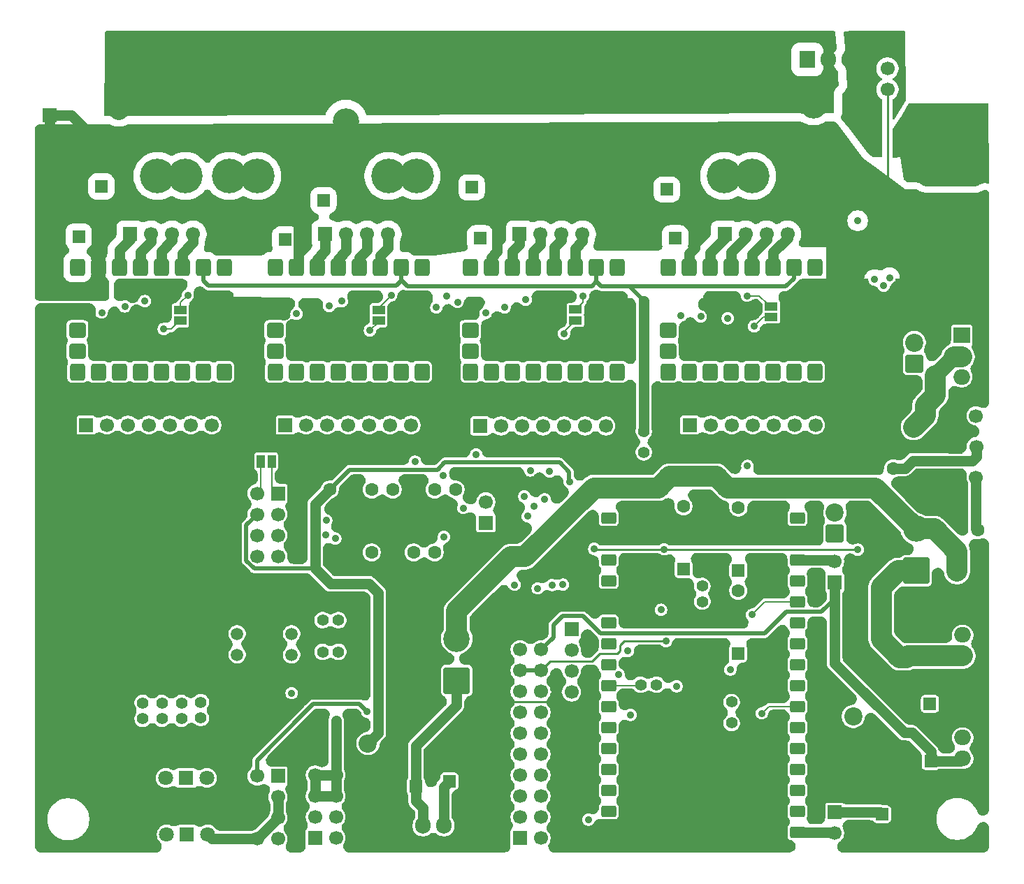
<source format=gbr>
%TF.GenerationSoftware,KiCad,Pcbnew,9.0.2*%
%TF.CreationDate,2025-08-05T21:19:51-07:00*%
%TF.ProjectId,telepresence-bot,74656c65-7072-4657-9365-6e63652d626f,rev?*%
%TF.SameCoordinates,Original*%
%TF.FileFunction,Copper,L1,Top*%
%TF.FilePolarity,Positive*%
%FSLAX46Y46*%
G04 Gerber Fmt 4.6, Leading zero omitted, Abs format (unit mm)*
G04 Created by KiCad (PCBNEW 9.0.2) date 2025-08-05 21:19:51*
%MOMM*%
%LPD*%
G01*
G04 APERTURE LIST*
G04 Aperture macros list*
%AMRoundRect*
0 Rectangle with rounded corners*
0 $1 Rounding radius*
0 $2 $3 $4 $5 $6 $7 $8 $9 X,Y pos of 4 corners*
0 Add a 4 corners polygon primitive as box body*
4,1,4,$2,$3,$4,$5,$6,$7,$8,$9,$2,$3,0*
0 Add four circle primitives for the rounded corners*
1,1,$1+$1,$2,$3*
1,1,$1+$1,$4,$5*
1,1,$1+$1,$6,$7*
1,1,$1+$1,$8,$9*
0 Add four rect primitives between the rounded corners*
20,1,$1+$1,$2,$3,$4,$5,0*
20,1,$1+$1,$4,$5,$6,$7,0*
20,1,$1+$1,$6,$7,$8,$9,0*
20,1,$1+$1,$8,$9,$2,$3,0*%
G04 Aperture macros list end*
%TA.AperFunction,ComponentPad*%
%ADD10RoundRect,0.250000X0.550000X-0.550000X0.550000X0.550000X-0.550000X0.550000X-0.550000X-0.550000X0*%
%TD*%
%TA.AperFunction,ComponentPad*%
%ADD11C,1.600000*%
%TD*%
%TA.AperFunction,ComponentPad*%
%ADD12C,1.400000*%
%TD*%
%TA.AperFunction,SMDPad,CuDef*%
%ADD13R,1.500000X1.000000*%
%TD*%
%TA.AperFunction,ComponentPad*%
%ADD14O,1.905000X2.000000*%
%TD*%
%TA.AperFunction,ComponentPad*%
%ADD15R,1.905000X2.000000*%
%TD*%
%TA.AperFunction,ComponentPad*%
%ADD16C,1.700000*%
%TD*%
%TA.AperFunction,ComponentPad*%
%ADD17R,1.700000X1.700000*%
%TD*%
%TA.AperFunction,ComponentPad*%
%ADD18C,3.200000*%
%TD*%
%TA.AperFunction,ComponentPad*%
%ADD19RoundRect,0.250000X1.350000X1.350000X-1.350000X1.350000X-1.350000X-1.350000X1.350000X-1.350000X0*%
%TD*%
%TA.AperFunction,ComponentPad*%
%ADD20RoundRect,1.200000X2.800000X-2.800000X2.800000X2.800000X-2.800000X2.800000X-2.800000X-2.800000X0*%
%TD*%
%TA.AperFunction,ComponentPad*%
%ADD21C,2.200000*%
%TD*%
%TA.AperFunction,ComponentPad*%
%ADD22RoundRect,0.249999X-0.850001X-0.850001X0.850001X-0.850001X0.850001X0.850001X-0.850001X0.850001X0*%
%TD*%
%TA.AperFunction,ComponentPad*%
%ADD23RoundRect,0.250000X-1.350000X1.350000X-1.350000X-1.350000X1.350000X-1.350000X1.350000X1.350000X0*%
%TD*%
%TA.AperFunction,ComponentPad*%
%ADD24RoundRect,0.233333X0.666667X0.466667X-0.666667X0.466667X-0.666667X-0.466667X0.666667X-0.466667X0*%
%TD*%
%TA.AperFunction,ComponentPad*%
%ADD25RoundRect,0.249999X0.850001X-0.850001X0.850001X0.850001X-0.850001X0.850001X-0.850001X-0.850001X0*%
%TD*%
%TA.AperFunction,ComponentPad*%
%ADD26RoundRect,0.250000X0.750000X0.650000X-0.750000X0.650000X-0.750000X-0.650000X0.750000X-0.650000X0*%
%TD*%
%TA.AperFunction,ComponentPad*%
%ADD27RoundRect,0.250000X0.750000X-0.650000X0.750000X0.650000X-0.750000X0.650000X-0.750000X-0.650000X0*%
%TD*%
%TA.AperFunction,ComponentPad*%
%ADD28RoundRect,0.250000X0.650000X-0.750000X0.650000X0.750000X-0.650000X0.750000X-0.650000X-0.750000X0*%
%TD*%
%TA.AperFunction,ComponentPad*%
%ADD29RoundRect,0.250000X-0.650000X0.750000X-0.650000X-0.750000X0.650000X-0.750000X0.650000X0.750000X0*%
%TD*%
%TA.AperFunction,ComponentPad*%
%ADD30C,2.400000*%
%TD*%
%TA.AperFunction,ComponentPad*%
%ADD31RoundRect,0.250001X-0.949999X0.949999X-0.949999X-0.949999X0.949999X-0.949999X0.949999X0.949999X0*%
%TD*%
%TA.AperFunction,ComponentPad*%
%ADD32RoundRect,0.250000X0.550000X0.550000X-0.550000X0.550000X-0.550000X-0.550000X0.550000X-0.550000X0*%
%TD*%
%TA.AperFunction,ComponentPad*%
%ADD33C,4.200000*%
%TD*%
%TA.AperFunction,ComponentPad*%
%ADD34C,1.500000*%
%TD*%
%TA.AperFunction,ComponentPad*%
%ADD35R,1.500000X1.500000*%
%TD*%
%TA.AperFunction,ComponentPad*%
%ADD36C,1.800000*%
%TD*%
%TA.AperFunction,ComponentPad*%
%ADD37R,1.800000X1.800000*%
%TD*%
%TA.AperFunction,ComponentPad*%
%ADD38RoundRect,0.250000X-0.550000X-0.550000X0.550000X-0.550000X0.550000X0.550000X-0.550000X0.550000X0*%
%TD*%
%TA.AperFunction,ComponentPad*%
%ADD39RoundRect,0.250000X1.350000X-1.350000X1.350000X1.350000X-1.350000X1.350000X-1.350000X-1.350000X0*%
%TD*%
%TA.AperFunction,SMDPad,CuDef*%
%ADD40R,1.000000X1.500000*%
%TD*%
%TA.AperFunction,ComponentPad*%
%ADD41O,2.000000X1.905000*%
%TD*%
%TA.AperFunction,ComponentPad*%
%ADD42R,2.000000X1.905000*%
%TD*%
%TA.AperFunction,ViaPad*%
%ADD43C,0.900000*%
%TD*%
%TA.AperFunction,Conductor*%
%ADD44C,0.160000*%
%TD*%
%TA.AperFunction,Conductor*%
%ADD45C,1.270000*%
%TD*%
%TA.AperFunction,Conductor*%
%ADD46C,2.540000*%
%TD*%
%TA.AperFunction,Conductor*%
%ADD47C,0.254000*%
%TD*%
%TA.AperFunction,Conductor*%
%ADD48C,0.508000*%
%TD*%
%TA.AperFunction,Conductor*%
%ADD49C,5.080000*%
%TD*%
%TA.AperFunction,Conductor*%
%ADD50C,2.000000*%
%TD*%
G04 APERTURE END LIST*
D10*
%TO.P,C15,1*%
%TO.N,Net-(C15-Pad1)*%
X66275000Y-37385112D03*
D11*
%TO.P,C15,2*%
%TO.N,GND*%
X66275000Y-34885112D03*
%TD*%
D12*
%TO.P,R10,1*%
%TO.N,/AUX_PWR_ENABLE*%
X85724800Y-91505500D03*
%TO.P,R10,2*%
%TO.N,Net-(R10-Pad2)*%
X87624800Y-91505500D03*
%TD*%
D13*
%TO.P,R83,2*%
%TO.N,/drivers/motor_driver3/_CLK_DCO*%
X29953000Y-47371000D03*
%TO.P,R83,1*%
%TO.N,/drivers/DRV_CLK_ISO*%
X29953000Y-46071000D03*
%TD*%
D14*
%TO.P,U11,3,VI*%
%TO.N,Net-(D9-K)*%
X59330800Y-108602000D03*
%TO.P,U11,2,VO*%
%TO.N,Net-(U11-VO)*%
X61870800Y-108602000D03*
D15*
%TO.P,U11,1,GND*%
%TO.N,GND*%
X64410800Y-108602000D03*
%TD*%
D16*
%TO.P,J17,7,Pin_7*%
%TO.N,/drivers/motor_driver2/_DIR*%
X57893000Y-60027000D03*
%TO.P,J17,6,Pin_6*%
%TO.N,/drivers/motor_driver2/_STEP*%
X55353000Y-60027000D03*
%TO.P,J17,5,Pin_5*%
%TO.N,/drivers/motor_driver2/_CLK_DCO*%
X52813000Y-60027000D03*
%TO.P,J17,4,Pin_4*%
%TO.N,/drivers/motor_driver2/_MISO*%
X50273000Y-60027000D03*
%TO.P,J17,3,Pin_3*%
%TO.N,/drivers/motor_driver1/_MISO*%
X47733000Y-60027000D03*
%TO.P,J17,2,Pin_2*%
%TO.N,Net-(J17-Pin_2)*%
X45193000Y-60027000D03*
D17*
%TO.P,J17,1,Pin_1*%
%TO.N,Net-(J17-Pin_1)*%
X42653000Y-60027000D03*
%TD*%
D18*
%TO.P,D5,2,A*%
%TO.N,VMOT*%
X106636000Y-21277000D03*
D19*
%TO.P,D5,1,K*%
%TO.N,/MOTOR_POWER_RAIL*%
X111716000Y-21277000D03*
%TD*%
D20*
%TO.P,J4,2,Pin_2*%
%TO.N,+BATT*%
X123276000Y-27077000D03*
%TO.P,J4,1,Pin_1*%
%TO.N,GND*%
X123276000Y-39577000D03*
%TD*%
D16*
%TO.P,J11,5,Pin_5*%
%TO.N,GND*%
X77347200Y-94930200D03*
%TO.P,J11,4,Pin_4*%
%TO.N,Net-(J11-Pin_4)*%
X77347200Y-92390200D03*
%TO.P,J11,3,Pin_3*%
%TO.N,Net-(J11-Pin_3)*%
X77347200Y-89850200D03*
%TO.P,J11,2,Pin_2*%
%TO.N,Net-(J11-Pin_2)*%
X77347200Y-87310200D03*
D17*
%TO.P,J11,1,Pin_1*%
%TO.N,Net-(J11-Pin_1)*%
X77347200Y-84770200D03*
%TD*%
D16*
%TO.P,J2,2,Pin_2*%
%TO.N,Net-(J2-Pin_2)*%
X126318400Y-58913000D03*
D17*
%TO.P,J2,1,Pin_1*%
%TO.N,GND*%
X123778400Y-58913000D03*
%TD*%
D12*
%TO.P,R41,2*%
%TO.N,Net-(R41-Pad2)*%
X96726000Y-93607000D03*
%TO.P,R41,1*%
%TO.N,/IO_MP_ENABLE*%
X96726000Y-96147000D03*
%TD*%
D21*
%TO.P,D1,2,A2*%
%TO.N,/3v3_compute*%
X111451000Y-95352000D03*
D22*
%TO.P,D1,1,A1*%
%TO.N,GND*%
X108911000Y-95352000D03*
%TD*%
D13*
%TO.P,R68,2*%
%TO.N,/drivers/motor_driver2/_CLK_DCO*%
X53956000Y-47371000D03*
%TO.P,R68,1*%
%TO.N,/drivers/DRV_CLK_ISO*%
X53956000Y-46071000D03*
%TD*%
D18*
%TO.P,D8,2,A2*%
%TO.N,GND*%
X49986000Y-23177000D03*
D23*
%TO.P,D8,1,A1*%
%TO.N,VMOT*%
X49986000Y-18097000D03*
%TD*%
D24*
%TO.P,U1,1,3v3*%
%TO.N,Net-(JP1-B)*%
X104686000Y-109377000D03*
%TO.P,U1,2,RST*%
%TO.N,/RST*%
X104686000Y-106837000D03*
%TO.P,U1,3,GPIO2/MTMS/LP_GPIO2/LP_UART_RTSN/LP_I2C_SDA/ADC1_CH1/FSPIQ*%
%TO.N,/SDA*%
X104686000Y-104297000D03*
%TO.P,U1,4,GPIO3/LP_GPIO3/MTDI/LP_UART_CTSN/LP_I2C_SCL/ADC1_CH2*%
%TO.N,/SCL*%
X104686000Y-101757000D03*
%TO.P,U1,5,GPIO0/XTAL_32K_P/LP_GPIO0/LP_UART_DTRN*%
%TO.N,/GPIO0*%
X104686000Y-99217000D03*
%TO.P,U1,6,GPIO1/XTAL_32K_N/LP_GPIO1/LP_UART_DSRN/ADC1_CH0*%
%TO.N,/GPIO1*%
X104686000Y-96677000D03*
%TO.P,U1,7,GPIO6/LP_GPIO6/ADC1_CH5/FSPICLK*%
%TO.N,/GPIO6*%
X104686000Y-94137000D03*
%TO.P,U1,8,GPIO7/FSPID/SDIO_DATA1*%
%TO.N,/GPIO7*%
X104686000Y-91597000D03*
%TO.P,U1,9,GPIO8/PAD_COMP0/SDIO_DATA0*%
%TO.N,Net-(U1-GPIO8{slash}PAD_COMP0{slash}SDIO_DATA0)*%
X104686000Y-89057000D03*
%TO.P,U1,10,GPIO9/PAD_COMP1/SDIO_CLK*%
%TO.N,/DRIVER_SCK*%
X104686000Y-86517000D03*
%TO.P,U1,11,GPIO10/FSPICS0/SDIO_CMD*%
%TO.N,/DRIVER_SDI*%
X104686000Y-83977000D03*
%TO.P,U1,12,GPIO26*%
%TO.N,/GPIO26*%
X104686000Y-81437000D03*
%TO.P,U1,13,GPIO25*%
%TO.N,/GPIO25*%
X104686000Y-78897000D03*
%TO.P,U1,14,5v*%
%TO.N,Net-(JP2-B)*%
X104686000Y-76357000D03*
%TO.P,U1,15,GND*%
%TO.N,GND*%
X104686000Y-73817000D03*
%TO.P,U1,16,NC*%
%TO.N,unconnected-(U1-NC-Pad16)*%
X104686000Y-71277000D03*
%TO.P,U1,17,G*%
%TO.N,GND*%
X81826000Y-109377000D03*
%TO.P,U1,18,TX*%
%TO.N,/UART_TX*%
X81826000Y-106837000D03*
%TO.P,U1,19,RX*%
%TO.N,/UART_RX*%
X81826000Y-104297000D03*
%TO.P,U1,20,GPIO24*%
%TO.N,/IO_MP_ENABLE*%
X81826000Y-101757000D03*
%TO.P,U1,21,GPIO23*%
%TO.N,/IO_DRV_ENABLE*%
X81826000Y-99217000D03*
%TO.P,U1,22,NC/GPIO15*%
%TO.N,/DRIVER_CS*%
X81826000Y-96677000D03*
%TO.P,U1,23,GPIO27*%
%TO.N,/WS281X_LED_CTRL*%
X81826000Y-94137000D03*
%TO.P,U1,24,MTCK/GPIO4/LP_GPIO4/LP_UART_RXD/ADC1_CH3/FSPIHD*%
%TO.N,/AUX_PWR_ENABLE*%
X81826000Y-91597000D03*
%TO.P,U1,25,MTDO/GPIO5/LP_GPIO5/LP_UART_TXD/ADC1_CH4/FSPIWP*%
%TO.N,Net-(U1-MTDO{slash}GPIO5{slash}LP_GPIO5{slash}LP_UART_TXD{slash}ADC1_CH4{slash}FSPIWP)*%
X81826000Y-89057000D03*
%TO.P,U1,26,NC*%
%TO.N,unconnected-(U1-NC-Pad26)*%
X81826000Y-86517000D03*
%TO.P,U1,27,GPIO28*%
%TO.N,/DRIVER_CLOCK*%
X81826000Y-83977000D03*
%TO.P,U1,28,G*%
%TO.N,GND*%
X81826000Y-81437000D03*
%TO.P,U1,29,GPIO14/USBDP/SDIO_DATA2*%
%TO.N,unconnected-(U1-GPIO14{slash}USBDP{slash}SDIO_DATA2-Pad29)*%
X81826000Y-78897000D03*
%TO.P,U1,30,GPIO13/USBDM/SDIO_DATA3*%
%TO.N,unconnected-(U1-GPIO13{slash}USBDM{slash}SDIO_DATA3-Pad30)*%
X81826000Y-76357000D03*
%TO.P,U1,31,G*%
%TO.N,GND*%
X81826000Y-73817000D03*
%TO.P,U1,32,NC*%
%TO.N,unconnected-(U1-NC-Pad32)*%
X81826000Y-71277000D03*
%TD*%
D21*
%TO.P,D4,2,A*%
%TO.N,Net-(D4-A)*%
X118850800Y-50023000D03*
D25*
%TO.P,D4,1,K*%
%TO.N,/MOTOR_POWER_RAIL*%
X118850800Y-52563000D03*
%TD*%
D26*
%TO.P,U13,18,DIAG1*%
%TO.N,Net-(J15-Pin_1)*%
X89045000Y-48497000D03*
D27*
%TO.P,U13,17,DIAG0*%
%TO.N,Net-(J15-Pin_2)*%
X89045000Y-51037000D03*
D28*
%TO.P,U13,16,GND*%
%TO.N,GND*%
X106825000Y-40877000D03*
%TO.P,U13,15,VCC_io*%
%TO.N,/drivers/DRV_VIO_ISO*%
X104285000Y-40877000D03*
%TO.P,U13,14,B2*%
%TO.N,Net-(J16-Pin_4)*%
X101745000Y-40877000D03*
%TO.P,U13,13,B1*%
%TO.N,Net-(J16-Pin_3)*%
X99205000Y-40877000D03*
%TO.P,U13,12,A1*%
%TO.N,Net-(J16-Pin_2)*%
X96665000Y-40877000D03*
%TO.P,U13,11,A2*%
%TO.N,Net-(J16-Pin_1)*%
X94125000Y-40877000D03*
%TO.P,U13,10,GND*%
%TO.N,GND*%
X91585000Y-40877000D03*
%TO.P,U13,9,Vm*%
%TO.N,/drivers/motor_driver/_Vmot*%
X89045000Y-40877000D03*
D29*
%TO.P,U13,8,DIR*%
%TO.N,Net-(U13-DIR)*%
X106825000Y-53577000D03*
%TO.P,U13,7,STEP*%
%TO.N,Net-(U13-STEP)*%
X104285000Y-53577000D03*
%TO.P,U13,6,CLK/DCO*%
%TO.N,Net-(U13-CLK{slash}DCO)*%
X101745000Y-53577000D03*
%TO.P,U13,5,SDO/CFG0*%
%TO.N,/drivers/motor_driver/_MISO*%
X99205000Y-53577000D03*
%TO.P,U13,4,CSN/CFG3*%
%TO.N,Net-(U13-CSN{slash}CFG3)*%
X96665000Y-53577000D03*
%TO.P,U13,3,SCK/CFG2*%
%TO.N,Net-(U13-SCK{slash}CFG2)*%
X94125000Y-53577000D03*
%TO.P,U13,2,SDI/CFG1*%
%TO.N,Net-(U13-SDI{slash}CFG1)*%
X91585000Y-53577000D03*
%TO.P,U13,1,EN*%
%TO.N,Net-(U13-EN)*%
X89045000Y-53577000D03*
%TD*%
D30*
%TO.P,C17,2*%
%TO.N,GND*%
X77126000Y-25877000D03*
D31*
%TO.P,C17,1*%
%TO.N,VMOT*%
X77126000Y-18377000D03*
%TD*%
D26*
%TO.P,U15,18,DIAG1*%
%TO.N,Net-(J19-Pin_1)*%
X17465000Y-48497000D03*
D27*
%TO.P,U15,17,DIAG0*%
%TO.N,Net-(J19-Pin_2)*%
X17465000Y-51037000D03*
D28*
%TO.P,U15,16,GND*%
%TO.N,GND*%
X35245000Y-40877000D03*
%TO.P,U15,15,VCC_io*%
%TO.N,/drivers/DRV_VIO_ISO*%
X32705000Y-40877000D03*
%TO.P,U15,14,B2*%
%TO.N,Net-(J20-Pin_4)*%
X30165000Y-40877000D03*
%TO.P,U15,13,B1*%
%TO.N,Net-(J20-Pin_3)*%
X27625000Y-40877000D03*
%TO.P,U15,12,A1*%
%TO.N,Net-(J20-Pin_2)*%
X25085000Y-40877000D03*
%TO.P,U15,11,A2*%
%TO.N,Net-(J20-Pin_1)*%
X22545000Y-40877000D03*
%TO.P,U15,10,GND*%
%TO.N,GND*%
X20005000Y-40877000D03*
%TO.P,U15,9,Vm*%
%TO.N,/drivers/motor_driver3/_Vmot*%
X17465000Y-40877000D03*
D29*
%TO.P,U15,8,DIR*%
%TO.N,Net-(U15-DIR)*%
X35245000Y-53577000D03*
%TO.P,U15,7,STEP*%
%TO.N,Net-(U15-STEP)*%
X32705000Y-53577000D03*
%TO.P,U15,6,CLK/DCO*%
%TO.N,Net-(U15-CLK{slash}DCO)*%
X30165000Y-53577000D03*
%TO.P,U15,5,SDO/CFG0*%
%TO.N,/drivers/DRV_MOSI_LAST*%
X27625000Y-53577000D03*
%TO.P,U15,4,CSN/CFG3*%
%TO.N,Net-(U15-CSN{slash}CFG3)*%
X25085000Y-53577000D03*
%TO.P,U15,3,SCK/CFG2*%
%TO.N,Net-(U15-SCK{slash}CFG2)*%
X22545000Y-53577000D03*
%TO.P,U15,2,SDI/CFG1*%
%TO.N,Net-(U15-SDI{slash}CFG1)*%
X20005000Y-53577000D03*
%TO.P,U15,1,EN*%
%TO.N,Net-(U15-EN)*%
X17465000Y-53577000D03*
%TD*%
D11*
%TO.P,C5,2*%
%TO.N,GND*%
X118241200Y-93812600D03*
D32*
%TO.P,C5,1*%
%TO.N,Net-(U3-VO)*%
X120741200Y-93812600D03*
%TD*%
D12*
%TO.P,R2,2*%
%TO.N,Net-(D2-A)*%
X27726000Y-95627000D03*
%TO.P,R2,1*%
%TO.N,/5v_compute*%
X27726000Y-93727000D03*
%TD*%
D33*
%TO.P,F6,1*%
%TO.N,Net-(C29-Pad1)*%
X95817000Y-29834000D03*
X99217000Y-29834000D03*
%TO.P,F6,2*%
%TO.N,VMOT*%
X95817000Y-16364000D03*
X99217000Y-16364000D03*
%TD*%
D11*
%TO.P,U12,4*%
%TO.N,/drivers/DRV_ENABLE_ISO*%
X90886000Y-69887000D03*
%TO.P,U12,3*%
%TO.N,GND*%
X93426000Y-69887000D03*
%TO.P,U12,2*%
X93426000Y-77507000D03*
D10*
%TO.P,U12,1*%
%TO.N,Net-(R48-Pad2)*%
X90886000Y-77507000D03*
%TD*%
D34*
%TO.P,Q3,3,C*%
%TO.N,Net-(J1-Pin_7)*%
X43426000Y-87877000D03*
%TO.P,Q3,2,B*%
%TO.N,Net-(Q3-B)*%
X43426000Y-85337000D03*
D35*
%TO.P,Q3,1,E*%
%TO.N,GND*%
X43426000Y-82797000D03*
%TD*%
D16*
%TO.P,J8,4,Pin_4*%
%TO.N,VMOT*%
X22476000Y-21747000D03*
%TO.P,J8,3,Pin_3*%
X22476000Y-19207000D03*
%TO.P,J8,2,Pin_2*%
X22476000Y-16667000D03*
D17*
%TO.P,J8,1,Pin_1*%
X22476000Y-14127000D03*
%TD*%
D34*
%TO.P,Q4,3,C*%
%TO.N,Net-(J1-Pin_1)*%
X36816000Y-87867000D03*
%TO.P,Q4,2,B*%
%TO.N,Net-(Q4-B)*%
X36816000Y-85327000D03*
D35*
%TO.P,Q4,1,E*%
%TO.N,GND*%
X36816000Y-82787000D03*
%TD*%
D12*
%TO.P,R64,2*%
%TO.N,Net-(J1-Pin_7)*%
X32426000Y-93632000D03*
%TO.P,R64,1*%
%TO.N,Net-(D10-K)*%
X32426000Y-95532000D03*
%TD*%
D33*
%TO.P,F7,2*%
%TO.N,VMOT*%
X39273000Y-16364000D03*
X35873000Y-16364000D03*
%TO.P,F7,1*%
%TO.N,Net-(C33-Pad1)*%
X39273000Y-29834000D03*
X35873000Y-29834000D03*
%TD*%
D11*
%TO.P,U9,14,VCC*%
%TO.N,/drivers/DRV_VIO_ISO*%
X48035600Y-67853800D03*
%TO.P,U9,13*%
%TO.N,GND*%
X50575600Y-67853800D03*
%TO.P,U9,12*%
%TO.N,Net-(R45-Pad1)*%
X53115600Y-67853800D03*
%TO.P,U9,11*%
%TO.N,/drivers/DRV_CLK_ISO*%
X55655600Y-67853800D03*
%TO.P,U9,10*%
%TO.N,GND*%
X58195600Y-67853800D03*
%TO.P,U9,9*%
%TO.N,Net-(R44-Pad1)*%
X60735600Y-67853800D03*
%TO.P,U9,8*%
%TO.N,/drivers/DRV_CS_ISO*%
X63275600Y-67853800D03*
%TO.P,U9,7,GND*%
%TO.N,GND*%
X63275600Y-75473800D03*
%TO.P,U9,6*%
%TO.N,/drivers/DRV_SCK_ISO*%
X60735600Y-75473800D03*
%TO.P,U9,5*%
%TO.N,Net-(R42-Pad2)*%
X58195600Y-75473800D03*
%TO.P,U9,4*%
%TO.N,GND*%
X55655600Y-75473800D03*
%TO.P,U9,3*%
%TO.N,unconnected-(U9-Pad3)*%
X53115600Y-75473800D03*
%TO.P,U9,2*%
%TO.N,GND*%
X50575600Y-75473800D03*
D10*
%TO.P,U9,1*%
X48035600Y-75473800D03*
%TD*%
D16*
%TO.P,J3,2,Pin_2*%
%TO.N,Net-(J3-Pin_2)*%
X126313400Y-66380600D03*
D17*
%TO.P,J3,1,Pin_1*%
%TO.N,GND*%
X123773400Y-66380600D03*
%TD*%
D16*
%TO.P,J15,7,Pin_7*%
%TO.N,/drivers/motor_driver/_DIR*%
X106885000Y-60027000D03*
%TO.P,J15,6,Pin_6*%
%TO.N,/drivers/motor_driver/_STEP*%
X104345000Y-60027000D03*
%TO.P,J15,5,Pin_5*%
%TO.N,/drivers/motor_driver/_CLK_DCO*%
X101805000Y-60027000D03*
%TO.P,J15,4,Pin_4*%
%TO.N,/drivers/motor_driver/_MISO*%
X99265000Y-60027000D03*
%TO.P,J15,3,Pin_3*%
%TO.N,/drivers/DRV_MOSI_ISO*%
X96725000Y-60027000D03*
%TO.P,J15,2,Pin_2*%
%TO.N,Net-(J15-Pin_2)*%
X94185000Y-60027000D03*
D17*
%TO.P,J15,1,Pin_1*%
%TO.N,Net-(J15-Pin_1)*%
X91645000Y-60027000D03*
%TD*%
D16*
%TO.P,JP2,2,B*%
%TO.N,Net-(JP2-B)*%
X109201000Y-76587000D03*
D17*
%TO.P,JP2,1,A*%
%TO.N,/5v_compute*%
X109201000Y-79127000D03*
%TD*%
D16*
%TO.P,J9,3,Pin_3*%
%TO.N,GND*%
X115599600Y-19339800D03*
%TO.P,J9,2,Pin_2*%
%TO.N,Net-(J9-Pin_2)*%
X115599600Y-16799800D03*
D17*
%TO.P,J9,1,Pin_1*%
%TO.N,/MOTOR_POWER_RAIL*%
X115599600Y-14259800D03*
%TD*%
D26*
%TO.P,U7,18,DIAG1*%
%TO.N,Net-(J6-Pin_1)*%
X65075000Y-48497000D03*
D27*
%TO.P,U7,17,DIAG0*%
%TO.N,Net-(J6-Pin_2)*%
X65075000Y-51037000D03*
D28*
%TO.P,U7,16,GND*%
%TO.N,GND*%
X82855000Y-40877000D03*
%TO.P,U7,15,VCC_io*%
%TO.N,/drivers/DRV_VIO_ISO*%
X80315000Y-40877000D03*
%TO.P,U7,14,B2*%
%TO.N,Net-(J7-Pin_4)*%
X77775000Y-40877000D03*
%TO.P,U7,13,B1*%
%TO.N,Net-(J7-Pin_3)*%
X75235000Y-40877000D03*
%TO.P,U7,12,A1*%
%TO.N,Net-(J7-Pin_2)*%
X72695000Y-40877000D03*
%TO.P,U7,11,A2*%
%TO.N,Net-(J7-Pin_1)*%
X70155000Y-40877000D03*
%TO.P,U7,10,GND*%
%TO.N,GND*%
X67615000Y-40877000D03*
%TO.P,U7,9,Vm*%
%TO.N,/drivers/motor_driver1/_Vmot*%
X65075000Y-40877000D03*
D29*
%TO.P,U7,8,DIR*%
%TO.N,Net-(U7-DIR)*%
X82855000Y-53577000D03*
%TO.P,U7,7,STEP*%
%TO.N,Net-(U7-STEP)*%
X80315000Y-53577000D03*
%TO.P,U7,6,CLK/DCO*%
%TO.N,Net-(U7-CLK{slash}DCO)*%
X77775000Y-53577000D03*
%TO.P,U7,5,SDO/CFG0*%
%TO.N,/drivers/motor_driver1/_MISO*%
X75235000Y-53577000D03*
%TO.P,U7,4,CSN/CFG3*%
%TO.N,Net-(U7-CSN{slash}CFG3)*%
X72695000Y-53577000D03*
%TO.P,U7,3,SCK/CFG2*%
%TO.N,Net-(U7-SCK{slash}CFG2)*%
X70155000Y-53577000D03*
%TO.P,U7,2,SDI/CFG1*%
%TO.N,Net-(U7-SDI{slash}CFG1)*%
X67615000Y-53577000D03*
%TO.P,U7,1,EN*%
%TO.N,Net-(U7-EN)*%
X65075000Y-53577000D03*
%TD*%
D16*
%TO.P,J20,4,Pin_4*%
%TO.N,Net-(J20-Pin_4)*%
X31475000Y-36877000D03*
%TO.P,J20,3,Pin_3*%
%TO.N,Net-(J20-Pin_3)*%
X28935000Y-36877000D03*
%TO.P,J20,2,Pin_2*%
%TO.N,Net-(J20-Pin_2)*%
X26395000Y-36877000D03*
D17*
%TO.P,J20,1,Pin_1*%
%TO.N,Net-(J20-Pin_1)*%
X23855000Y-36877000D03*
%TD*%
D33*
%TO.P,F4,2*%
%TO.N,VMOT*%
X58545000Y-16364000D03*
X55145000Y-16364000D03*
%TO.P,F4,1*%
%TO.N,Net-(C15-Pad1)*%
X58545000Y-29834000D03*
X55145000Y-29834000D03*
%TD*%
D11*
%TO.P,C30,2*%
%TO.N,GND*%
X88876000Y-26470651D03*
D10*
%TO.P,C30,1*%
%TO.N,Net-(C29-Pad1)*%
X88876000Y-31470651D03*
%TD*%
D11*
%TO.P,C3,2*%
%TO.N,GND*%
X118342800Y-100772200D03*
D32*
%TO.P,C3,1*%
%TO.N,/5v_compute*%
X120842800Y-100772200D03*
%TD*%
D12*
%TO.P,R14,2*%
%TO.N,Net-(Q3-B)*%
X47181000Y-83677000D03*
%TO.P,R14,1*%
%TO.N,/IO_MP_ENABLE*%
X49081000Y-83677000D03*
%TD*%
D21*
%TO.P,D7,2,A2*%
%TO.N,/drivers/DRV_VIO_ISO*%
X52676000Y-98627000D03*
D25*
%TO.P,D7,1,A1*%
%TO.N,GND*%
X52676000Y-101167000D03*
%TD*%
D36*
%TO.P,D2,2,A*%
%TO.N,Net-(D2-A)*%
X28186000Y-102827000D03*
D37*
%TO.P,D2,1,K*%
%TO.N,GND*%
X25646000Y-102827000D03*
%TD*%
D16*
%TO.P,J16,4,Pin_4*%
%TO.N,Net-(J16-Pin_4)*%
X103495000Y-36877000D03*
%TO.P,J16,3,Pin_3*%
%TO.N,Net-(J16-Pin_3)*%
X100955000Y-36877000D03*
%TO.P,J16,2,Pin_2*%
%TO.N,Net-(J16-Pin_2)*%
X98415000Y-36877000D03*
D17*
%TO.P,J16,1,Pin_1*%
%TO.N,Net-(J16-Pin_1)*%
X95875000Y-36877000D03*
%TD*%
D36*
%TO.P,D11,2,A*%
%TO.N,/5v_compute*%
X33166000Y-102827000D03*
D37*
%TO.P,D11,1,K*%
%TO.N,Net-(D11-K)*%
X30626000Y-102827000D03*
%TD*%
D21*
%TO.P,D6,2,A*%
%TO.N,Net-(D6-A)*%
X109226000Y-70639183D03*
D25*
%TO.P,D6,1,K*%
%TO.N,/MOTOR_POWER_RAIL*%
X109226000Y-73179183D03*
%TD*%
D11*
%TO.P,C1,2*%
%TO.N,GND*%
X117901000Y-83227000D03*
D10*
%TO.P,C1,1*%
%TO.N,Net-(D12-K)*%
X117901000Y-88227000D03*
%TD*%
D12*
%TO.P,R70,2*%
%TO.N,Net-(D11-K)*%
X30076000Y-95622000D03*
%TO.P,R70,1*%
%TO.N,Net-(J1-Pin_1)*%
X30076000Y-93722000D03*
%TD*%
%TO.P,R15,2*%
%TO.N,Net-(Q4-B)*%
X47181000Y-87527000D03*
%TO.P,R15,1*%
%TO.N,/IO_DRV_ENABLE*%
X49081000Y-87527000D03*
%TD*%
D36*
%TO.P,D10,2,A*%
%TO.N,/5v_compute*%
X33266000Y-109677000D03*
D37*
%TO.P,D10,1,K*%
%TO.N,Net-(D10-K)*%
X30726000Y-109677000D03*
%TD*%
D12*
%TO.P,R48,2*%
%TO.N,Net-(R48-Pad2)*%
X93176000Y-79532000D03*
%TO.P,R48,1*%
%TO.N,/IO_DRV_ENABLE*%
X93176000Y-81432000D03*
%TD*%
D16*
%TO.P,J12,4,Pin_4*%
%TO.N,GND*%
X14076000Y-30047000D03*
%TO.P,J12,3,Pin_3*%
X14076000Y-27507000D03*
%TO.P,J12,2,Pin_2*%
X14076000Y-24967000D03*
D17*
%TO.P,J12,1,Pin_1*%
X14076000Y-22427000D03*
%TD*%
D16*
%TO.P,J13,8,Pin_8*%
%TO.N,GND*%
X39236000Y-75927000D03*
%TO.P,J13,7,Pin_7*%
%TO.N,Net-(J13-Pin_7)*%
X41776000Y-75927000D03*
%TO.P,J13,6,Pin_6*%
%TO.N,Net-(J13-Pin_6)*%
X39236000Y-73387000D03*
%TO.P,J13,5,Pin_5*%
%TO.N,Net-(J13-Pin_5)*%
X41776000Y-73387000D03*
%TO.P,J13,4,Pin_4*%
%TO.N,/drivers/DRV_VIO_ISO*%
X39236000Y-70847000D03*
%TO.P,J13,3,Pin_3*%
%TO.N,/drivers/DRV_ENABLE_ISO*%
X41776000Y-70847000D03*
%TO.P,J13,2,Pin_2*%
%TO.N,/drivers/DRV_MOSI_LAST*%
X39236000Y-68307000D03*
D17*
%TO.P,J13,1,Pin_1*%
%TO.N,/drivers/MCU_MISO_ISO*%
X41776000Y-68307000D03*
%TD*%
D11*
%TO.P,C7,2*%
%TO.N,GND*%
X117428400Y-107223800D03*
D38*
%TO.P,C7,1*%
%TO.N,/3v3_compute*%
X114928400Y-107223800D03*
%TD*%
D16*
%TO.P,JP1,2,B*%
%TO.N,Net-(JP1-B)*%
X109201000Y-109517000D03*
D17*
%TO.P,JP1,1,A*%
%TO.N,/3v3_compute*%
X109201000Y-106977000D03*
%TD*%
D16*
%TO.P,J19,7,Pin_7*%
%TO.N,/drivers/motor_driver3/_DIR*%
X33763000Y-60027000D03*
%TO.P,J19,6,Pin_6*%
%TO.N,/drivers/motor_driver3/_STEP*%
X31223000Y-60027000D03*
%TO.P,J19,5,Pin_5*%
%TO.N,/drivers/motor_driver3/_CLK_DCO*%
X28683000Y-60027000D03*
%TO.P,J19,4,Pin_4*%
%TO.N,/drivers/DRV_MOSI_LAST*%
X26143000Y-60027000D03*
%TO.P,J19,3,Pin_3*%
%TO.N,/drivers/motor_driver2/_MISO*%
X23603000Y-60027000D03*
%TO.P,J19,2,Pin_2*%
%TO.N,Net-(J19-Pin_2)*%
X21063000Y-60027000D03*
D17*
%TO.P,J19,1,Pin_1*%
%TO.N,Net-(J19-Pin_1)*%
X18523000Y-60027000D03*
%TD*%
D12*
%TO.P,R47,2*%
%TO.N,/drivers/DRV_ENABLE_ISO*%
X86084800Y-63331800D03*
%TO.P,R47,1*%
%TO.N,/drivers/DRV_VIO_ISO*%
X86084800Y-60791800D03*
%TD*%
D11*
%TO.P,U4,4*%
%TO.N,Net-(R11-Pad1)*%
X97526000Y-80107000D03*
%TO.P,U4,3*%
%TO.N,GND*%
X100066000Y-80107000D03*
%TO.P,U4,2*%
X100066000Y-87727000D03*
D10*
%TO.P,U4,1*%
%TO.N,Net-(R10-Pad2)*%
X97526000Y-87727000D03*
%TD*%
D18*
%TO.P,D12,2,A*%
%TO.N,/IOLV_IN*%
X119076000Y-72612000D03*
D39*
%TO.P,D12,1,K*%
%TO.N,Net-(D12-K)*%
X119076000Y-77692000D03*
%TD*%
D18*
%TO.P,D9,2,A*%
%TO.N,/IOLV_IN*%
X63426000Y-85927000D03*
D39*
%TO.P,D9,1,K*%
%TO.N,Net-(D9-K)*%
X63426000Y-91007000D03*
%TD*%
D40*
%TO.P,R46,2*%
%TO.N,/drivers/MCU_MISO_ISO*%
X41001000Y-64427000D03*
%TO.P,R46,1*%
%TO.N,/drivers/DRV_MOSI_LAST*%
X39701000Y-64427000D03*
%TD*%
D11*
%TO.P,C37,2*%
%TO.N,GND*%
X17634000Y-34656000D03*
D10*
%TO.P,C37,1*%
%TO.N,Net-(C37-Pad1)*%
X17634000Y-37156000D03*
%TD*%
D11*
%TO.P,C24,2*%
%TO.N,GND*%
X55978000Y-103823218D03*
D32*
%TO.P,C24,1*%
%TO.N,Net-(D9-K)*%
X58478000Y-103823218D03*
%TD*%
D11*
%TO.P,F2,2*%
%TO.N,/IOLV_IN*%
X124026000Y-77777000D03*
%TO.P,F2,1*%
%TO.N,Net-(J3-Pin_2)*%
X126526000Y-72777000D03*
%TD*%
D16*
%TO.P,J10,2,Pin_2*%
%TO.N,Net-(J10-Pin_2)*%
X66951000Y-69337000D03*
D17*
%TO.P,J10,1,Pin_1*%
%TO.N,Net-(J10-Pin_1)*%
X66951000Y-71877000D03*
%TD*%
D36*
%TO.P,D3,2,A*%
%TO.N,Net-(D3-A)*%
X28286000Y-109677000D03*
D37*
%TO.P,D3,1,K*%
%TO.N,GND*%
X25746000Y-109677000D03*
%TD*%
D11*
%TO.P,C34,2*%
%TO.N,GND*%
X47276000Y-27777000D03*
D10*
%TO.P,C34,1*%
%TO.N,Net-(C33-Pad1)*%
X47276000Y-32777000D03*
%TD*%
D16*
%TO.P,J14,8,Pin_8*%
%TO.N,/IOLV_IN*%
X48816000Y-102447000D03*
%TO.P,J14,7,Pin_7*%
X46276000Y-102447000D03*
%TO.P,J14,6,Pin_6*%
X48816000Y-104987000D03*
%TO.P,J14,5,Pin_5*%
X46276000Y-104987000D03*
%TO.P,J14,4,Pin_4*%
%TO.N,/drivers/DRV_VIO_ISO*%
X48816000Y-107527000D03*
%TO.P,J14,3,Pin_3*%
X46276000Y-107527000D03*
%TO.P,J14,2,Pin_2*%
X48816000Y-110067000D03*
D17*
%TO.P,J14,1,Pin_1*%
X46276000Y-110067000D03*
%TD*%
D33*
%TO.P,F8,2*%
%TO.N,VMOT*%
X30576000Y-16364000D03*
X27176000Y-16364000D03*
%TO.P,F8,1*%
%TO.N,Net-(C37-Pad1)*%
X30576000Y-29834000D03*
X27176000Y-29834000D03*
%TD*%
D11*
%TO.P,F1,2*%
%TO.N,Net-(J5-Pin_2)*%
X116276000Y-65273800D03*
%TO.P,F1,1*%
%TO.N,/AUX_PWR_RAIL*%
X118776000Y-60273800D03*
%TD*%
D41*
%TO.P,U2,3,VI*%
%TO.N,Net-(D12-K)*%
X124708000Y-88021400D03*
%TO.P,U2,2,VO*%
%TO.N,/5v_compute*%
X124708000Y-85481400D03*
D42*
%TO.P,U2,1,GND*%
%TO.N,GND*%
X124708000Y-82941400D03*
%TD*%
D13*
%TO.P,R27,2*%
%TO.N,/drivers/motor_driver1/_CLK_DCO*%
X77795000Y-47327000D03*
%TO.P,R27,1*%
%TO.N,/drivers/DRV_CLK_ISO*%
X77795000Y-46027000D03*
%TD*%
D11*
%TO.P,C38,2*%
%TO.N,GND*%
X20376000Y-26089651D03*
D10*
%TO.P,C38,1*%
%TO.N,Net-(C37-Pad1)*%
X20376000Y-31089651D03*
%TD*%
D11*
%TO.P,C29,2*%
%TO.N,GND*%
X89872112Y-34885112D03*
D10*
%TO.P,C29,1*%
%TO.N,Net-(C29-Pad1)*%
X89872112Y-37385112D03*
%TD*%
D11*
%TO.P,C16,2*%
%TO.N,GND*%
X65226000Y-26216651D03*
D10*
%TO.P,C16,1*%
%TO.N,Net-(C15-Pad1)*%
X65226000Y-31216651D03*
%TD*%
D26*
%TO.P,U14,18,DIAG1*%
%TO.N,Net-(J17-Pin_1)*%
X41425000Y-48497000D03*
D27*
%TO.P,U14,17,DIAG0*%
%TO.N,Net-(J17-Pin_2)*%
X41425000Y-51037000D03*
D28*
%TO.P,U14,16,GND*%
%TO.N,GND*%
X59205000Y-40877000D03*
%TO.P,U14,15,VCC_io*%
%TO.N,/drivers/DRV_VIO_ISO*%
X56665000Y-40877000D03*
%TO.P,U14,14,B2*%
%TO.N,Net-(J18-Pin_4)*%
X54125000Y-40877000D03*
%TO.P,U14,13,B1*%
%TO.N,Net-(J18-Pin_3)*%
X51585000Y-40877000D03*
%TO.P,U14,12,A1*%
%TO.N,Net-(J18-Pin_2)*%
X49045000Y-40877000D03*
%TO.P,U14,11,A2*%
%TO.N,Net-(J18-Pin_1)*%
X46505000Y-40877000D03*
%TO.P,U14,10,GND*%
%TO.N,GND*%
X43965000Y-40877000D03*
%TO.P,U14,9,Vm*%
%TO.N,/drivers/motor_driver2/_Vmot*%
X41425000Y-40877000D03*
D29*
%TO.P,U14,8,DIR*%
%TO.N,Net-(U14-DIR)*%
X59205000Y-53577000D03*
%TO.P,U14,7,STEP*%
%TO.N,Net-(U14-STEP)*%
X56665000Y-53577000D03*
%TO.P,U14,6,CLK/DCO*%
%TO.N,Net-(U14-CLK{slash}DCO)*%
X54125000Y-53577000D03*
%TO.P,U14,5,SDO/CFG0*%
%TO.N,/drivers/motor_driver2/_MISO*%
X51585000Y-53577000D03*
%TO.P,U14,4,CSN/CFG3*%
%TO.N,Net-(U14-CSN{slash}CFG3)*%
X49045000Y-53577000D03*
%TO.P,U14,3,SCK/CFG2*%
%TO.N,Net-(U14-SCK{slash}CFG2)*%
X46505000Y-53577000D03*
%TO.P,U14,2,SDI/CFG1*%
%TO.N,Net-(U14-SDI{slash}CFG1)*%
X43965000Y-53577000D03*
%TO.P,U14,1,EN*%
%TO.N,Net-(U14-EN)*%
X41425000Y-53577000D03*
%TD*%
D16*
%TO.P,J1,8,Pin_8*%
%TO.N,/5v_compute*%
X39236000Y-110207000D03*
%TO.P,J1,7,Pin_7*%
%TO.N,Net-(J1-Pin_7)*%
X41776000Y-110207000D03*
%TO.P,J1,6,Pin_6*%
%TO.N,GND*%
X39236000Y-107667000D03*
%TO.P,J1,5,Pin_5*%
%TO.N,/5v_compute*%
X41776000Y-107667000D03*
%TO.P,J1,4,Pin_4*%
%TO.N,GND*%
X39236000Y-105127000D03*
%TO.P,J1,3,Pin_3*%
%TO.N,/5v_compute*%
X41776000Y-105127000D03*
%TO.P,J1,2,Pin_2*%
%TO.N,/3v3_compute*%
X39236000Y-102587000D03*
D17*
%TO.P,J1,1,Pin_1*%
%TO.N,Net-(J1-Pin_1)*%
X41776000Y-102587000D03*
%TD*%
D41*
%TO.P,U3,3,VI*%
%TO.N,/5v_compute*%
X124708000Y-100467400D03*
%TO.P,U3,2,VO*%
%TO.N,Net-(U3-VO)*%
X124708000Y-97927400D03*
D42*
%TO.P,U3,1,GND*%
%TO.N,GND*%
X124708000Y-95387400D03*
%TD*%
D11*
%TO.P,C33,2*%
%TO.N,GND*%
X42653000Y-35012112D03*
D10*
%TO.P,C33,1*%
%TO.N,Net-(C33-Pad1)*%
X42653000Y-37512112D03*
%TD*%
D16*
%TO.P,J6,7,Pin_7*%
%TO.N,/drivers/motor_driver1/_DIR*%
X81495000Y-60127000D03*
%TO.P,J6,6,Pin_6*%
%TO.N,/drivers/motor_driver1/_STEP*%
X78955000Y-60127000D03*
%TO.P,J6,5,Pin_5*%
%TO.N,/drivers/motor_driver1/_CLK_DCO*%
X76415000Y-60127000D03*
%TO.P,J6,4,Pin_4*%
%TO.N,/drivers/motor_driver1/_MISO*%
X73875000Y-60127000D03*
%TO.P,J6,3,Pin_3*%
%TO.N,/drivers/motor_driver/_MISO*%
X71335000Y-60127000D03*
%TO.P,J6,2,Pin_2*%
%TO.N,Net-(J6-Pin_2)*%
X68795000Y-60127000D03*
D17*
%TO.P,J6,1,Pin_1*%
%TO.N,Net-(J6-Pin_1)*%
X66255000Y-60127000D03*
%TD*%
D11*
%TO.P,C11,2*%
%TO.N,GND*%
X65020400Y-103213618D03*
D38*
%TO.P,C11,1*%
%TO.N,Net-(U11-VO)*%
X62520400Y-103213618D03*
%TD*%
D14*
%TO.P,Q2,3,S*%
%TO.N,/MOTOR_POWER_RAIL*%
X110976800Y-15682200D03*
%TO.P,Q2,2,D*%
%TO.N,VMOT*%
X108436800Y-15682200D03*
D15*
%TO.P,Q2,1,G*%
%TO.N,Net-(D6-A)*%
X105896800Y-15682200D03*
%TD*%
D16*
%TO.P,J7,4,Pin_4*%
%TO.N,Net-(J7-Pin_4)*%
X78665000Y-36877000D03*
%TO.P,J7,3,Pin_3*%
%TO.N,Net-(J7-Pin_3)*%
X76125000Y-36877000D03*
%TO.P,J7,2,Pin_2*%
%TO.N,Net-(J7-Pin_2)*%
X73585000Y-36877000D03*
D17*
%TO.P,J7,1,Pin_1*%
%TO.N,Net-(J7-Pin_1)*%
X71045000Y-36877000D03*
%TD*%
D16*
%TO.P,J5,2,Pin_2*%
%TO.N,Net-(J5-Pin_2)*%
X126338400Y-62647200D03*
D17*
%TO.P,J5,1,Pin_1*%
%TO.N,GND*%
X123798400Y-62647200D03*
%TD*%
D41*
%TO.P,Q1,3,S*%
%TO.N,/MOTOR_POWER_RAIL*%
X124606400Y-54188600D03*
%TO.P,Q1,2,D*%
%TO.N,/AUX_PWR_RAIL*%
X124606400Y-51648600D03*
D42*
%TO.P,Q1,1,G*%
%TO.N,Net-(D4-A)*%
X124606400Y-49108600D03*
%TD*%
D11*
%TO.P,U8,4*%
%TO.N,Net-(R39-Pad2)*%
X97551000Y-70012000D03*
%TO.P,U8,3*%
%TO.N,GND*%
X100091000Y-70012000D03*
%TO.P,U8,2*%
X100091000Y-77632000D03*
D10*
%TO.P,U8,1*%
%TO.N,Net-(R41-Pad2)*%
X97551000Y-77632000D03*
%TD*%
D16*
%TO.P,U16,22,GND*%
%TO.N,GND*%
X73638800Y-84719400D03*
%TO.P,U16,21,GND*%
X71098800Y-84719400D03*
%TO.P,U16,20,5v*%
%TO.N,/5v_compute*%
X73638800Y-87259400D03*
%TO.P,U16,19,5v*%
X71098800Y-87259400D03*
%TO.P,U16,18,3v3*%
%TO.N,/3v3_compute*%
X73638800Y-89799400D03*
%TO.P,U16,17,3v3*%
X71098800Y-89799400D03*
%TO.P,U16,16,GPIO5*%
%TO.N,/BATT_ALERT*%
X73638800Y-92339400D03*
%TO.P,U16,15,GPIO4*%
%TO.N,/AUX_PWR_ENABLE*%
X71098800Y-92339400D03*
%TO.P,U16,14,GPIO27*%
%TO.N,/WS281X_LED_CTRL*%
X73638800Y-94879400D03*
%TO.P,U16,13,GPIO15*%
%TO.N,unconnected-(U16-GPIO15-Pad13)*%
X71098800Y-94879400D03*
%TO.P,U16,12,GPIO23*%
%TO.N,/IO_DRV_ENABLE*%
X73638800Y-97419400D03*
%TO.P,U16,11,GPIO24*%
%TO.N,/IO_MP_ENABLE*%
X71098800Y-97419400D03*
%TO.P,U16,10,RX*%
%TO.N,/UART_RX*%
X73638800Y-99959400D03*
%TO.P,U16,9,TX*%
%TO.N,/UART_TX*%
X71098800Y-99959400D03*
%TO.P,U16,8,GPIO25*%
%TO.N,/GPIO25*%
X73638800Y-102499400D03*
%TO.P,U16,7,GPIO26*%
%TO.N,/GPIO26*%
X71098800Y-102499400D03*
%TO.P,U16,6,GPIO7*%
%TO.N,/GPIO7*%
X73638800Y-105039400D03*
%TO.P,U16,5,GPIO6*%
%TO.N,/GPIO6*%
X71098800Y-105039400D03*
%TO.P,U16,4,GPIO1*%
%TO.N,/GPIO1*%
X73638800Y-107579400D03*
%TO.P,U16,3,GPIO0*%
%TO.N,/GPIO0*%
X71098800Y-107579400D03*
%TO.P,U16,2,GPIO3*%
%TO.N,/SCL*%
X73638800Y-110119400D03*
D17*
%TO.P,U16,1,GPIO2*%
%TO.N,/SDA*%
X71098800Y-110119400D03*
%TD*%
D12*
%TO.P,R3,2*%
%TO.N,Net-(D3-A)*%
X25376000Y-95622000D03*
%TO.P,R3,1*%
%TO.N,/3v3_compute*%
X25376000Y-93722000D03*
%TD*%
D16*
%TO.P,J18,4,Pin_4*%
%TO.N,Net-(J18-Pin_4)*%
X55099000Y-36877000D03*
%TO.P,J18,3,Pin_3*%
%TO.N,Net-(J18-Pin_3)*%
X52559000Y-36877000D03*
%TO.P,J18,2,Pin_2*%
%TO.N,Net-(J18-Pin_2)*%
X50019000Y-36877000D03*
D17*
%TO.P,J18,1,Pin_1*%
%TO.N,Net-(J18-Pin_1)*%
X47479000Y-36877000D03*
%TD*%
D13*
%TO.P,R53,2*%
%TO.N,/drivers/motor_driver/_CLK_DCO*%
X101526000Y-46927000D03*
%TO.P,R53,1*%
%TO.N,/drivers/DRV_CLK_ISO*%
X101526000Y-45627000D03*
%TD*%
D43*
%TO.N,/BATT_ALERT*%
X90051000Y-91702000D03*
%TO.N,GND*%
X75226000Y-57552000D03*
%TO.N,/IOLV_IN*%
X48816000Y-95867000D03*
%TO.N,GND*%
X22496000Y-106697000D03*
X69376000Y-71677000D03*
X28101000Y-43527000D03*
X94426000Y-93627000D03*
X59876000Y-60727000D03*
X92406000Y-110017000D03*
X50751000Y-85727000D03*
X22876000Y-88027000D03*
X108401000Y-97577000D03*
X121376000Y-46637000D03*
X20056000Y-67847000D03*
X99726000Y-99202000D03*
X39601000Y-47477000D03*
X110426000Y-57102000D03*
X79776000Y-86977000D03*
X43901000Y-110302000D03*
X102226000Y-56627000D03*
X67846000Y-100927000D03*
X106926000Y-79702000D03*
X40026000Y-60427000D03*
X36876000Y-47627000D03*
X91426000Y-88977000D03*
X51176000Y-96777000D03*
X51276000Y-48827000D03*
X40256000Y-83597000D03*
X27426000Y-50127000D03*
X105946000Y-64537000D03*
X120446000Y-67117000D03*
X90126000Y-93877000D03*
X15266000Y-95437000D03*
X89126000Y-55952000D03*
X36726000Y-60202000D03*
X88001000Y-97027000D03*
X18176000Y-89807000D03*
X94526000Y-90077000D03*
X46576000Y-98377000D03*
X110251000Y-65152000D03*
X30566000Y-87557000D03*
X126596000Y-79717000D03*
X16486000Y-100787000D03*
X26436000Y-64467000D03*
X20996000Y-94877000D03*
X18556000Y-82207000D03*
X102501000Y-103177000D03*
X107476000Y-102977000D03*
X60101000Y-47377000D03*
X67996000Y-103937000D03*
X117016000Y-74327000D03*
X35306000Y-65197000D03*
X39336000Y-79917000D03*
X66326000Y-90177000D03*
X126626000Y-76027000D03*
X20906000Y-102097000D03*
X75976000Y-107602000D03*
X23476000Y-43652000D03*
X67256000Y-87147000D03*
X90526000Y-63502000D03*
X17806000Y-75917000D03*
X65101000Y-56452000D03*
X45201000Y-47952000D03*
X58726000Y-91277000D03*
X74776000Y-48727000D03*
X105476000Y-46427000D03*
X29426000Y-99627000D03*
X95576000Y-103427000D03*
X79051000Y-100477000D03*
X64401000Y-60827000D03*
X75901000Y-105002000D03*
X98746000Y-108297000D03*
X53956000Y-108047000D03*
X62699000Y-72154000D03*
X61046000Y-78367000D03*
X57351000Y-47402000D03*
X27426000Y-56827000D03*
X88826000Y-59452000D03*
X102476000Y-88527000D03*
X41626000Y-56552000D03*
X26536000Y-82577000D03*
X23056000Y-73667000D03*
X78451000Y-105052000D03*
X108276000Y-92952000D03*
X59751000Y-81627000D03*
X121556000Y-61287000D03*
X67846000Y-107447000D03*
X33576000Y-83237000D03*
X33126000Y-98227000D03*
X54226000Y-56827000D03*
X51776000Y-57227000D03*
X124006000Y-70367000D03*
X17526000Y-56577000D03*
X29776000Y-56677000D03*
X29916000Y-71787000D03*
X89401000Y-73752000D03*
X99026000Y-92927000D03*
X28596000Y-77137000D03*
X37426000Y-53152000D03*
X102046000Y-64447000D03*
%TO.N,/3v3_compute*%
X111992800Y-35240200D03*
X88526000Y-75077000D03*
X111992800Y-75127000D03*
X52576000Y-94777000D03*
X80076000Y-75034900D03*
X88776000Y-86227000D03*
%TO.N,/drivers/DRV_VIO_ISO*%
X77076000Y-66867100D03*
%TO.N,Net-(D6-A)*%
X98626000Y-64977000D03*
%TO.N,/drivers/motor_driver1/_CLK_DCO*%
X76415000Y-48927000D03*
%TO.N,/drivers/DRV_ENABLE_ISO*%
X44026000Y-46527000D03*
X66926000Y-46457000D03*
X90560500Y-46742500D03*
X20427000Y-46378000D03*
%TO.N,Net-(J10-Pin_2)*%
X71607400Y-68677000D03*
%TO.N,/drivers/DRV_SCK_ISO*%
X60941000Y-45757000D03*
X47561000Y-73347000D03*
X47976000Y-45577000D03*
X92985500Y-46867500D03*
X69226000Y-45757000D03*
X23222000Y-45647000D03*
%TO.N,/drivers/DRV_CLK_ISO*%
X48726000Y-73777000D03*
X30842000Y-44297000D03*
X62226000Y-44377000D03*
X78726000Y-44377000D03*
X61776000Y-66127000D03*
X55480000Y-44297000D03*
X98601000Y-44352000D03*
%TO.N,/drivers/MCU_MISO_ISO*%
X65776000Y-63577000D03*
%TO.N,/drivers/DRV_CS_ISO*%
X47626000Y-71577000D03*
X49526000Y-44997000D03*
X96245000Y-47077000D03*
X71776000Y-44827000D03*
X63526000Y-45107000D03*
X25635000Y-44997000D03*
%TO.N,/drivers/motor_driver/_CLK_DCO*%
X99451000Y-48052000D03*
%TO.N,Net-(J11-Pin_4)*%
X84156000Y-87427000D03*
%TO.N,/drivers/motor_driver2/_CLK_DCO*%
X52894000Y-48545000D03*
%TO.N,/drivers/motor_driver3/_CLK_DCO*%
X27926000Y-48377000D03*
%TO.N,/DRIVER_SDO*%
X96576000Y-89677000D03*
X88176000Y-82427000D03*
X72026000Y-71077000D03*
%TO.N,/DRIVER_SCK*%
X74976000Y-79427000D03*
%TO.N,/DRIVER_SDI*%
X76276000Y-79377000D03*
%TO.N,/BATT_ALERT*%
X115853600Y-42149000D03*
X83026000Y-90277000D03*
%TO.N,/DRIVER_CLOCK*%
X70426000Y-79402000D03*
%TO.N,/SDA*%
X115142400Y-43127000D03*
%TO.N,/SCL*%
X114024800Y-42377000D03*
X79376000Y-107877000D03*
%TO.N,/DRIVER_CS*%
X73226000Y-79827000D03*
%TO.N,/drivers/DRV_MOSI_ISO*%
X74687400Y-65636800D03*
%TO.N,Net-(U10-OUTB)*%
X61876000Y-73577000D03*
X74076000Y-69027000D03*
%TO.N,Net-(U10-OUTC)*%
X72826000Y-69877000D03*
X64226000Y-70089000D03*
%TO.N,Net-(U10-OUTD)*%
X72326000Y-65527000D03*
X58376000Y-64457000D03*
%TO.N,/GPIO26*%
X99176000Y-83027000D03*
%TO.N,/GPIO25*%
X84476000Y-95166000D03*
%TO.N,/GPIO6*%
X100376000Y-94977000D03*
%TO.N,Net-(J1-Pin_7)*%
X43426000Y-92527000D03*
%TD*%
D44*
%TO.N,/drivers/motor_driver3/_CLK_DCO*%
X27926000Y-48377000D02*
X28851000Y-48377000D01*
X28851000Y-48377000D02*
X29857000Y-47371000D01*
X29857000Y-47371000D02*
X29953000Y-47371000D01*
D45*
%TO.N,GND*%
X66275000Y-34885112D02*
X67259112Y-34885112D01*
X67615000Y-39688000D02*
X67615000Y-40877000D01*
X67259112Y-34885112D02*
X68326000Y-35952000D01*
X68326000Y-35952000D02*
X68326000Y-38977000D01*
X68326000Y-38977000D02*
X67615000Y-39688000D01*
D44*
%TO.N,/drivers/DRV_CLK_ISO*%
X101201000Y-45302000D02*
X101026000Y-45302000D01*
X101526000Y-45627000D02*
X101201000Y-45302000D01*
X101026000Y-45302000D02*
X100076000Y-44352000D01*
X100076000Y-44352000D02*
X98601000Y-44352000D01*
%TO.N,/drivers/motor_driver/_CLK_DCO*%
X101526000Y-46927000D02*
X100576000Y-46927000D01*
X100576000Y-46927000D02*
X99451000Y-48052000D01*
%TO.N,/drivers/DRV_MOSI_LAST*%
X39703600Y-64429600D02*
X39703600Y-67839400D01*
%TO.N,/drivers/MCU_MISO_ISO*%
X41003600Y-64429600D02*
X41003600Y-67534600D01*
X41001000Y-64427000D02*
X41003600Y-64429600D01*
%TO.N,/drivers/DRV_MOSI_LAST*%
X39701000Y-64427000D02*
X39703600Y-64429600D01*
%TO.N,/drivers/MCU_MISO_ISO*%
X41003600Y-67534600D02*
X41776000Y-68307000D01*
D46*
%TO.N,/IOLV_IN*%
X96276000Y-67627000D02*
X114091000Y-67627000D01*
X71676000Y-75977000D02*
X80026000Y-67627000D01*
X89251000Y-66252000D02*
X94901000Y-66252000D01*
X87876000Y-67627000D02*
X89251000Y-66252000D01*
X114091000Y-67627000D02*
X119076000Y-72612000D01*
X124026000Y-75377000D02*
X124026000Y-77777000D01*
X63426000Y-82577000D02*
X70026000Y-75977000D01*
X63426000Y-85927000D02*
X63426000Y-82577000D01*
D45*
X48816000Y-102447000D02*
X48816000Y-104987000D01*
D46*
X70026000Y-75977000D02*
X71676000Y-75977000D01*
D45*
X46276000Y-102447000D02*
X46276000Y-104987000D01*
D46*
X80026000Y-67627000D02*
X87876000Y-67627000D01*
X121261000Y-72612000D02*
X124026000Y-75377000D01*
D45*
X48816000Y-102447000D02*
X48816000Y-95867000D01*
X48816000Y-102447000D02*
X46276000Y-102447000D01*
D46*
X119076000Y-72612000D02*
X121261000Y-72612000D01*
X94901000Y-66252000D02*
X96276000Y-67627000D01*
D45*
X46276000Y-104987000D02*
X48816000Y-104987000D01*
D44*
%TO.N,GND*%
X100091000Y-77632000D02*
X100091000Y-80082000D01*
D46*
X117428400Y-101686600D02*
X118342800Y-100772200D01*
D45*
X14076000Y-22427000D02*
X14076000Y-24967000D01*
X65020400Y-106082600D02*
X65020400Y-103213618D01*
D44*
X93426000Y-69727000D02*
X89401000Y-73752000D01*
D47*
X69376000Y-92827000D02*
X69376000Y-86442200D01*
D45*
X73638800Y-84719400D02*
X73638800Y-83517319D01*
D46*
X117428400Y-107223800D02*
X117428400Y-101686600D01*
D45*
X91585000Y-39218000D02*
X92276000Y-38527000D01*
D44*
X50575600Y-75473800D02*
X51928800Y-76827000D01*
D47*
X115599600Y-19339800D02*
X115599600Y-31900600D01*
D45*
X14076000Y-24967000D02*
X14076000Y-27507000D01*
X14076000Y-22427000D02*
X16713349Y-22427000D01*
X67615000Y-40877000D02*
X67911000Y-40581000D01*
D47*
X75994000Y-93577000D02*
X70126000Y-93577000D01*
D45*
X64410800Y-106692200D02*
X65020400Y-106082600D01*
X20005000Y-40877000D02*
X20005000Y-35895630D01*
D48*
X77347200Y-108048200D02*
X77347200Y-94930200D01*
D45*
X91334112Y-34885112D02*
X89872112Y-34885112D01*
D47*
X115599600Y-31900600D02*
X123276000Y-39577000D01*
D46*
X123778400Y-58913000D02*
X123778400Y-62227200D01*
D45*
X91585000Y-40877000D02*
X91585000Y-39218000D01*
D44*
X100091000Y-70012000D02*
X103888900Y-73809900D01*
D47*
X77347200Y-94930200D02*
X75994000Y-93577000D01*
D45*
X92276000Y-38527000D02*
X92276000Y-35727000D01*
D46*
X123778400Y-62227200D02*
X123798400Y-62227200D01*
D45*
X55655600Y-98385318D02*
X55655600Y-75473800D01*
X92176000Y-35727000D02*
X91334112Y-34885112D01*
X92276000Y-35727000D02*
X92176000Y-35727000D01*
D48*
X81817600Y-109369900D02*
X78668900Y-109369900D01*
D44*
X89343100Y-73809900D02*
X89401000Y-73752000D01*
D48*
X78668900Y-109369900D02*
X77347200Y-108048200D01*
D44*
X51928800Y-76827000D02*
X54302400Y-76827000D01*
X54302400Y-76827000D02*
X55655600Y-75473800D01*
X48035600Y-75473800D02*
X50575600Y-75473800D01*
D47*
X70126000Y-93577000D02*
X69376000Y-92827000D01*
D44*
X81817600Y-73809900D02*
X89343100Y-73809900D01*
D45*
X73638800Y-83517319D02*
X75726219Y-81429900D01*
X64410800Y-108562818D02*
X64410800Y-106692200D01*
X43784370Y-35012112D02*
X42653000Y-35012112D01*
X14076000Y-27507000D02*
X14076000Y-30047000D01*
X20005000Y-35895630D02*
X18765370Y-34656000D01*
D47*
X69376000Y-86442200D02*
X71098800Y-84719400D01*
D45*
X18765370Y-34656000D02*
X17634000Y-34656000D01*
X43965000Y-40877000D02*
X44289000Y-40553000D01*
X52873918Y-101167000D02*
X55655600Y-98385318D01*
X44289000Y-35516742D02*
X43784370Y-35012112D01*
X75726219Y-81429900D02*
X81817600Y-81429900D01*
X44289000Y-40553000D02*
X44289000Y-35516742D01*
X16713349Y-22427000D02*
X20376000Y-26089651D01*
D48*
%TO.N,/5v_compute*%
X75121200Y-85777000D02*
X75121200Y-84281800D01*
D45*
X109201000Y-88902000D02*
X117626000Y-97327000D01*
X109201000Y-81102000D02*
X109201000Y-79127000D01*
X120842800Y-100772200D02*
X124403200Y-100772200D01*
D48*
X78726000Y-83177000D02*
X80826000Y-85277000D01*
D45*
X118576000Y-97327000D02*
X120842800Y-99593800D01*
X39236000Y-110207000D02*
X33796000Y-110207000D01*
D48*
X80826000Y-85277000D02*
X100726000Y-85277000D01*
D45*
X33796000Y-110207000D02*
X33266000Y-109677000D01*
X124403200Y-100772200D02*
X124708000Y-100467400D01*
D48*
X75121200Y-84281800D02*
X76226000Y-83177000D01*
D45*
X117626000Y-97327000D02*
X118576000Y-97327000D01*
D48*
X73638800Y-87259400D02*
X75121200Y-85777000D01*
D45*
X39236000Y-110207000D02*
X41776000Y-107667000D01*
X41776000Y-107667000D02*
X41776000Y-105127000D01*
D48*
X100726000Y-85277000D02*
X103326000Y-82677000D01*
X107626000Y-82677000D02*
X109201000Y-81102000D01*
X76226000Y-83177000D02*
X78726000Y-83177000D01*
X103326000Y-82677000D02*
X107626000Y-82677000D01*
D45*
X120842800Y-99593800D02*
X120842800Y-100772200D01*
X109201000Y-81102000D02*
X109201000Y-88902000D01*
D48*
%TO.N,/3v3_compute*%
X71098800Y-89799400D02*
X73638800Y-89799400D01*
D47*
X83226000Y-86727000D02*
X83726000Y-86227000D01*
X83726000Y-86227000D02*
X88776000Y-86227000D01*
X88526000Y-75077000D02*
X111942800Y-75077000D01*
X80126000Y-75077000D02*
X88476000Y-75077000D01*
X88476000Y-75077000D02*
X88526000Y-75077000D01*
D48*
X51651000Y-93852000D02*
X52576000Y-94777000D01*
X39236000Y-102587000D02*
X39236000Y-100667000D01*
D47*
X82876000Y-87727000D02*
X83226000Y-87377000D01*
D48*
X39236000Y-100667000D02*
X45126000Y-94777000D01*
D47*
X83226000Y-87377000D02*
X83226000Y-86727000D01*
X80776000Y-87727000D02*
X82876000Y-87727000D01*
D48*
X46026000Y-93852000D02*
X51651000Y-93852000D01*
X45126000Y-94752000D02*
X46026000Y-93852000D01*
D47*
X73638800Y-89799400D02*
X74766000Y-88672200D01*
D48*
X45126000Y-94777000D02*
X45126000Y-94752000D01*
D45*
X114681600Y-106977000D02*
X114928400Y-107223800D01*
D47*
X111942800Y-75077000D02*
X111992800Y-75127000D01*
X74766000Y-88672200D02*
X79830800Y-88672200D01*
X79830800Y-88672200D02*
X80776000Y-87727000D01*
D45*
X109201000Y-106977000D02*
X114681600Y-106977000D01*
D48*
%TO.N,/drivers/DRV_VIO_ISO*%
X80315000Y-42576800D02*
X80315000Y-42635600D01*
X46276000Y-77427000D02*
X38890451Y-77427000D01*
X61971000Y-64532000D02*
X75881000Y-64532000D01*
X50457400Y-65432000D02*
X61071000Y-65432000D01*
D45*
X53926000Y-97377000D02*
X52676000Y-98627000D01*
D48*
X56665000Y-42396400D02*
X56665000Y-40877000D01*
X104285000Y-42236800D02*
X103306000Y-43215800D01*
X80315000Y-42635600D02*
X79785600Y-43165000D01*
X56112800Y-43114200D02*
X33303600Y-43114200D01*
X38890451Y-77427000D02*
X37931000Y-76467549D01*
X84026000Y-43215800D02*
X80954000Y-43215800D01*
X61071000Y-65432000D02*
X61971000Y-64532000D01*
X56665000Y-42562000D02*
X56112800Y-43114200D01*
X48035600Y-67853800D02*
X50457400Y-65432000D01*
X104285000Y-40877000D02*
X104285000Y-42236800D01*
X84026000Y-43215800D02*
X84348600Y-43215800D01*
X32705000Y-42515600D02*
X32705000Y-40877000D01*
D45*
X46276000Y-77427000D02*
X48126000Y-79277000D01*
D48*
X80954000Y-43215800D02*
X80315000Y-42576800D01*
D45*
X48035600Y-67853800D02*
X46276000Y-69613400D01*
D48*
X80315000Y-42576800D02*
X80315000Y-40877000D01*
X57433600Y-43165000D02*
X56665000Y-42396400D01*
X79785600Y-43165000D02*
X57433600Y-43165000D01*
D45*
X46276000Y-69613400D02*
X46276000Y-72677000D01*
D48*
X33303600Y-43114200D02*
X32705000Y-42515600D01*
X37931000Y-76467549D02*
X37931000Y-72152000D01*
D45*
X86084800Y-60791800D02*
X86084800Y-44952000D01*
D48*
X75881000Y-64532000D02*
X77042400Y-65693400D01*
D45*
X46276000Y-72677000D02*
X46276000Y-77427000D01*
D48*
X37931000Y-72152000D02*
X39236000Y-70847000D01*
D45*
X52826000Y-79277000D02*
X53926000Y-80377000D01*
D48*
X84026000Y-43215800D02*
X103306000Y-43215800D01*
X56665000Y-40877000D02*
X56665000Y-42562000D01*
X84348600Y-43215800D02*
X86084800Y-44952000D01*
D45*
X48126000Y-79277000D02*
X52826000Y-79277000D01*
D48*
X77042400Y-65693400D02*
X77042400Y-66867100D01*
D45*
X53926000Y-80377000D02*
X53926000Y-97377000D01*
D49*
%TO.N,VMOT*%
X42576000Y-16364000D02*
X39273000Y-16364000D01*
X39273000Y-16364000D02*
X35873000Y-16364000D01*
D46*
X22476000Y-16667000D02*
X22476000Y-14321000D01*
X22476000Y-21747000D02*
X22476000Y-19207000D01*
D49*
X78150000Y-16364000D02*
X76945000Y-17569000D01*
X76945000Y-17569000D02*
X59750000Y-17569000D01*
X99217000Y-16364000D02*
X95817000Y-16364000D01*
D46*
X22476000Y-19207000D02*
X22476000Y-16667000D01*
D49*
X58545000Y-16364000D02*
X55145000Y-16364000D01*
X55145000Y-16364000D02*
X42576000Y-16364000D01*
X24713000Y-16364000D02*
X23940000Y-15591000D01*
X59750000Y-17569000D02*
X58545000Y-16364000D01*
X95817000Y-16364000D02*
X78150000Y-16364000D01*
X30383000Y-16364000D02*
X26983000Y-16364000D01*
X35873000Y-16364000D02*
X30383000Y-16364000D01*
X26983000Y-16364000D02*
X24713000Y-16364000D01*
D45*
%TO.N,Net-(U11-VO)*%
X61870800Y-103863218D02*
X62520400Y-103213618D01*
X61870800Y-108562818D02*
X61870800Y-103863218D01*
D47*
%TO.N,/MOTOR_POWER_RAIL*%
X114634400Y-14463000D02*
X114837600Y-14259800D01*
X114837600Y-14259800D02*
X115599600Y-14259800D01*
X110976800Y-15682200D02*
X112196000Y-14463000D01*
X112196000Y-14463000D02*
X114634400Y-14463000D01*
D45*
%TO.N,Net-(J3-Pin_2)*%
X126313400Y-72564400D02*
X126526000Y-72777000D01*
X126313400Y-66380600D02*
X126313400Y-72564400D01*
%TO.N,Net-(J5-Pin_2)*%
X126338400Y-63849281D02*
X126338400Y-62647200D01*
X125854481Y-64333200D02*
X126338400Y-63849281D01*
X117702400Y-65273800D02*
X118643000Y-64333200D01*
X118643000Y-64333200D02*
X125854481Y-64333200D01*
X116276000Y-65273800D02*
X117702400Y-65273800D01*
D44*
%TO.N,/drivers/motor_driver1/_CLK_DCO*%
X77795000Y-47327000D02*
X76435000Y-48687000D01*
X76435000Y-48687000D02*
X76435000Y-48880000D01*
D45*
%TO.N,Net-(J7-Pin_1)*%
X71045000Y-36877000D02*
X71045000Y-38088000D01*
X71045000Y-38088000D02*
X70155000Y-38978000D01*
X70155000Y-38978000D02*
X70155000Y-40877000D01*
%TO.N,Net-(J7-Pin_4)*%
X78665000Y-37707000D02*
X77775000Y-38597000D01*
X77775000Y-38597000D02*
X77775000Y-40877000D01*
X78665000Y-36877000D02*
X78665000Y-37707000D01*
%TO.N,Net-(J7-Pin_2)*%
X73585000Y-36877000D02*
X73585000Y-38088000D01*
X73585000Y-38088000D02*
X72695000Y-38978000D01*
X72695000Y-38978000D02*
X72695000Y-40877000D01*
%TO.N,Net-(J7-Pin_3)*%
X76125000Y-36877000D02*
X76125000Y-37580000D01*
X76125000Y-37580000D02*
X75235000Y-38470000D01*
X75235000Y-38470000D02*
X75235000Y-40877000D01*
D44*
%TO.N,/drivers/DRV_CLK_ISO*%
X53956000Y-45821000D02*
X55480000Y-44297000D01*
X29953000Y-45186000D02*
X30842000Y-44297000D01*
X29953000Y-46071000D02*
X29953000Y-45186000D01*
X78726000Y-45127000D02*
X78726000Y-44377000D01*
X77826000Y-46027000D02*
X78726000Y-45127000D01*
D45*
%TO.N,Net-(J16-Pin_4)*%
X103495000Y-37327000D02*
X101745000Y-39077000D01*
X101745000Y-39077000D02*
X101745000Y-40757000D01*
%TO.N,Net-(J16-Pin_2)*%
X96665000Y-39057000D02*
X96665000Y-40757000D01*
X98415000Y-37307000D02*
X96665000Y-39057000D01*
%TO.N,Net-(J16-Pin_1)*%
X95875000Y-37397000D02*
X94125000Y-39147000D01*
X94125000Y-39147000D02*
X94125000Y-40757000D01*
%TO.N,Net-(J16-Pin_3)*%
X100955000Y-37517000D02*
X99205000Y-39267000D01*
X99205000Y-39267000D02*
X99205000Y-40757000D01*
D44*
%TO.N,/drivers/motor_driver2/_CLK_DCO*%
X53956000Y-47483000D02*
X52894000Y-48545000D01*
D45*
%TO.N,Net-(J18-Pin_3)*%
X51585000Y-40877000D02*
X51585000Y-39768000D01*
X52559000Y-38794000D02*
X52559000Y-36877000D01*
X51585000Y-39768000D02*
X52559000Y-38794000D01*
%TO.N,Net-(J18-Pin_2)*%
X49045000Y-39895000D02*
X50019000Y-38921000D01*
X50019000Y-38921000D02*
X50019000Y-36877000D01*
X49045000Y-40877000D02*
X49045000Y-39895000D01*
%TO.N,Net-(J18-Pin_4)*%
X54125000Y-40877000D02*
X54125000Y-39514000D01*
X55099000Y-38540000D02*
X55099000Y-36877000D01*
X54125000Y-39514000D02*
X55099000Y-38540000D01*
%TO.N,Net-(J18-Pin_1)*%
X46505000Y-39895000D02*
X47479000Y-38921000D01*
X47479000Y-38921000D02*
X47479000Y-36877000D01*
X46505000Y-40877000D02*
X46505000Y-39895000D01*
%TO.N,Net-(J20-Pin_2)*%
X25085000Y-39090000D02*
X25085000Y-40877000D01*
X26395000Y-37780000D02*
X25085000Y-39090000D01*
X26395000Y-36877000D02*
X26395000Y-37780000D01*
%TO.N,Net-(J20-Pin_3)*%
X28935000Y-37653000D02*
X27625000Y-38963000D01*
X28935000Y-36877000D02*
X28935000Y-37653000D01*
X27625000Y-38963000D02*
X27625000Y-40877000D01*
%TO.N,Net-(J20-Pin_1)*%
X23855000Y-37526000D02*
X22545000Y-38836000D01*
X23855000Y-36877000D02*
X23855000Y-37526000D01*
X22545000Y-38836000D02*
X22545000Y-40877000D01*
%TO.N,Net-(J20-Pin_4)*%
X30165000Y-39217000D02*
X30165000Y-40877000D01*
X31475000Y-37907000D02*
X30165000Y-39217000D01*
X31475000Y-36877000D02*
X31475000Y-37907000D01*
D44*
%TO.N,/AUX_PWR_ENABLE*%
X81817600Y-91589900D02*
X85640400Y-91589900D01*
D46*
%TO.N,/AUX_PWR_RAIL*%
X121421800Y-53999953D02*
X121421800Y-56392800D01*
X120202400Y-58847400D02*
X118776000Y-60273800D01*
X121421800Y-56392800D02*
X120171600Y-57643000D01*
X124606400Y-51750200D02*
X123671553Y-51750200D01*
X120202400Y-57673800D02*
X120202400Y-58847400D01*
D50*
X123671553Y-51750200D02*
X121421800Y-53999953D01*
D46*
X120171600Y-57643000D02*
X120202400Y-57673800D01*
D44*
%TO.N,/GPIO26*%
X99176000Y-82977000D02*
X99176000Y-83027000D01*
X100723100Y-81429900D02*
X104677600Y-81429900D01*
X100723100Y-81429900D02*
X99176000Y-82977000D01*
%TO.N,/GPIO6*%
X101223100Y-94129900D02*
X104677600Y-94129900D01*
X101223100Y-94129900D02*
X100376000Y-94977000D01*
D46*
%TO.N,Net-(C29-Pad1)*%
X99217000Y-29834000D02*
X95817000Y-29834000D01*
D45*
%TO.N,Net-(D9-K)*%
X58478000Y-103823218D02*
X58478000Y-105579000D01*
X59330800Y-106431800D02*
X59330800Y-108562818D01*
X58478000Y-105579000D02*
X59330800Y-106431800D01*
X63426000Y-91007000D02*
X63426000Y-93977000D01*
X63426000Y-93977000D02*
X58478000Y-98925000D01*
X58478000Y-98925000D02*
X58478000Y-103823218D01*
%TO.N,Net-(JP1-B)*%
X104677600Y-109369900D02*
X109053900Y-109369900D01*
%TO.N,Net-(JP2-B)*%
X108963900Y-76349900D02*
X109201000Y-76587000D01*
X104677600Y-76349900D02*
X108963900Y-76349900D01*
D46*
%TO.N,Net-(D12-K)*%
X114851000Y-79702000D02*
X114851000Y-85977000D01*
X117101000Y-88227000D02*
X117901000Y-88227000D01*
X124708000Y-88021400D02*
X118106600Y-88021400D01*
X116861000Y-77692000D02*
X114851000Y-79702000D01*
X119076000Y-77692000D02*
X116861000Y-77692000D01*
X118106600Y-88021400D02*
X117901000Y-88227000D01*
X114851000Y-85977000D02*
X117101000Y-88227000D01*
%TD*%
%TA.AperFunction,Conductor*%
%TO.N,VMOT*%
G36*
X109207378Y-12270185D02*
G01*
X109253133Y-12322989D01*
X109263709Y-12362014D01*
X109464153Y-14342466D01*
X109451319Y-14411146D01*
X109439159Y-14430438D01*
X109349455Y-14547343D01*
X109221451Y-14769053D01*
X109221444Y-14769068D01*
X109123477Y-15005583D01*
X109057217Y-15252872D01*
X109023800Y-15506686D01*
X109023800Y-15857713D01*
X109049791Y-16055123D01*
X109057217Y-16111529D01*
X109092725Y-16244049D01*
X109123477Y-16358816D01*
X109221444Y-16595331D01*
X109221451Y-16595346D01*
X109349452Y-16817052D01*
X109382112Y-16859615D01*
X109505307Y-17020165D01*
X109594282Y-17109140D01*
X109627766Y-17170461D01*
X109630600Y-17196820D01*
X109630600Y-18273001D01*
X109694178Y-18400157D01*
X109707253Y-18453617D01*
X109712686Y-18791382D01*
X109694082Y-18858729D01*
X109659319Y-18895304D01*
X109561346Y-18963180D01*
X109402179Y-19122348D01*
X109402174Y-19122354D01*
X109273997Y-19307367D01*
X109273991Y-19307377D01*
X109180903Y-19512318D01*
X109180902Y-19512321D01*
X109125905Y-19730579D01*
X109125904Y-19730586D01*
X109115500Y-19862777D01*
X109115500Y-22097519D01*
X109095815Y-22164558D01*
X109043011Y-22210313D01*
X108991949Y-22221518D01*
X108178157Y-22224466D01*
X108178144Y-22224466D01*
X108076436Y-22231757D01*
X108041948Y-22234230D01*
X108041947Y-22234230D01*
X108041933Y-22234231D01*
X107908071Y-22253030D01*
X107908064Y-22253031D01*
X107833069Y-22266477D01*
X107833068Y-22266477D01*
X107833064Y-22266478D01*
X107832225Y-22266753D01*
X107832224Y-22266752D01*
X107824659Y-22269230D01*
X107812691Y-22271508D01*
X107707345Y-22307670D01*
X107706459Y-22307961D01*
X107706420Y-22307975D01*
X107639736Y-22329827D01*
X107639727Y-22329830D01*
X107634230Y-22332272D01*
X107629304Y-22334461D01*
X107620264Y-22337565D01*
X107565239Y-22362934D01*
X107564439Y-22363290D01*
X107509760Y-22387591D01*
X107509753Y-22387594D01*
X107383151Y-22455058D01*
X107383150Y-22455059D01*
X107317739Y-22496159D01*
X107305570Y-22502884D01*
X107176963Y-22564818D01*
X107164115Y-22570140D01*
X107029359Y-22617292D01*
X107015998Y-22621141D01*
X106876821Y-22652908D01*
X106863112Y-22655237D01*
X106721268Y-22671220D01*
X106707384Y-22672000D01*
X106564616Y-22672000D01*
X106550732Y-22671220D01*
X106535848Y-22669543D01*
X106408880Y-22655236D01*
X106395173Y-22652907D01*
X106256007Y-22621144D01*
X106242644Y-22617295D01*
X106107883Y-22570140D01*
X106095036Y-22564818D01*
X105966417Y-22502878D01*
X105954248Y-22496152D01*
X105906605Y-22466217D01*
X105906601Y-22466214D01*
X105783011Y-22400094D01*
X105783008Y-22400092D01*
X105783005Y-22400091D01*
X105700132Y-22362934D01*
X105656362Y-22343309D01*
X105582089Y-22313499D01*
X105582081Y-22313496D01*
X105384499Y-22265034D01*
X105243850Y-22245331D01*
X105243844Y-22245330D01*
X105243841Y-22245330D01*
X105243833Y-22245329D01*
X105243828Y-22245329D01*
X105100702Y-22235614D01*
X52566721Y-22425909D01*
X52499611Y-22406468D01*
X52453665Y-22353830D01*
X52449235Y-22342877D01*
X52392335Y-22180263D01*
X52265605Y-21917107D01*
X52110208Y-21669794D01*
X51928098Y-21441435D01*
X51721565Y-21234902D01*
X51493206Y-21052792D01*
X51245893Y-20897395D01*
X51245890Y-20897393D01*
X50982738Y-20770665D01*
X50707046Y-20674197D01*
X50707044Y-20674196D01*
X50487280Y-20624036D01*
X50422286Y-20609202D01*
X50422283Y-20609201D01*
X50422271Y-20609199D01*
X50132047Y-20576500D01*
X50132041Y-20576500D01*
X49839959Y-20576500D01*
X49839952Y-20576500D01*
X49549728Y-20609199D01*
X49549714Y-20609202D01*
X49264955Y-20674196D01*
X49264953Y-20674197D01*
X48989261Y-20770665D01*
X48726109Y-20897393D01*
X48478795Y-21052791D01*
X48250435Y-21234901D01*
X48043901Y-21441435D01*
X47861791Y-21669795D01*
X47706393Y-21917109D01*
X47579666Y-22180259D01*
X47516219Y-22361582D01*
X47475497Y-22418358D01*
X47410544Y-22444105D01*
X47399626Y-22444626D01*
X23646343Y-22530668D01*
X23528783Y-22537992D01*
X23412938Y-22552057D01*
X23355988Y-22560634D01*
X23355984Y-22560634D01*
X23160427Y-22616756D01*
X23160419Y-22616759D01*
X23028573Y-22669543D01*
X23013441Y-22676895D01*
X23006711Y-22679920D01*
X22826575Y-22754534D01*
X22811217Y-22759748D01*
X22692065Y-22791675D01*
X22676156Y-22794839D01*
X22553866Y-22810939D01*
X22537681Y-22812000D01*
X22414319Y-22812000D01*
X22398134Y-22810939D01*
X22275844Y-22794839D01*
X22259935Y-22791675D01*
X22140777Y-22759746D01*
X22125419Y-22754532D01*
X21896632Y-22659766D01*
X21894128Y-22659013D01*
X21847874Y-22639304D01*
X21790819Y-22617021D01*
X21790790Y-22617012D01*
X21593216Y-22568553D01*
X21452572Y-22548851D01*
X21452566Y-22548850D01*
X21452563Y-22548850D01*
X21452555Y-22548849D01*
X21452550Y-22548849D01*
X21309426Y-22539134D01*
X20865666Y-22540740D01*
X20798555Y-22521298D01*
X20752610Y-22468660D01*
X20741222Y-22415667D01*
X20808842Y-14624166D01*
X103943800Y-14624166D01*
X103943800Y-16740228D01*
X103943801Y-16740234D01*
X103954413Y-16859615D01*
X104010389Y-17055245D01*
X104010390Y-17055248D01*
X104010391Y-17055249D01*
X104104602Y-17235607D01*
X104104604Y-17235609D01*
X104233190Y-17393309D01*
X104327103Y-17469884D01*
X104390893Y-17521898D01*
X104571251Y-17616109D01*
X104766882Y-17672086D01*
X104886263Y-17682700D01*
X106907336Y-17682699D01*
X107026718Y-17672086D01*
X107222349Y-17616109D01*
X107402707Y-17521898D01*
X107560409Y-17393309D01*
X107688998Y-17235607D01*
X107783209Y-17055249D01*
X107839186Y-16859618D01*
X107849800Y-16740237D01*
X107849799Y-14624164D01*
X107839186Y-14504782D01*
X107783209Y-14309151D01*
X107688998Y-14128793D01*
X107636984Y-14065003D01*
X107560409Y-13971090D01*
X107402709Y-13842504D01*
X107402710Y-13842504D01*
X107402707Y-13842502D01*
X107222349Y-13748291D01*
X107222348Y-13748290D01*
X107222345Y-13748289D01*
X107105129Y-13714750D01*
X107026718Y-13692314D01*
X107026715Y-13692313D01*
X107026713Y-13692313D01*
X106960402Y-13686417D01*
X106907337Y-13681700D01*
X106907332Y-13681700D01*
X104886271Y-13681700D01*
X104886265Y-13681700D01*
X104886264Y-13681701D01*
X104874616Y-13682736D01*
X104766884Y-13692313D01*
X104571254Y-13748289D01*
X104507909Y-13781378D01*
X104390893Y-13842502D01*
X104390891Y-13842503D01*
X104390890Y-13842504D01*
X104233190Y-13971090D01*
X104104604Y-14128790D01*
X104010389Y-14309154D01*
X103954414Y-14504783D01*
X103954413Y-14504786D01*
X103943800Y-14624166D01*
X20808842Y-14624166D01*
X20828375Y-12373423D01*
X20848640Y-12306558D01*
X20901839Y-12261263D01*
X20952370Y-12250500D01*
X109140339Y-12250500D01*
X109207378Y-12270185D01*
G37*
%TD.AperFunction*%
%TD*%
%TA.AperFunction,Conductor*%
%TO.N,/MOTOR_POWER_RAIL*%
G36*
X117700418Y-12270185D02*
G01*
X117746173Y-12322989D01*
X117757371Y-12373097D01*
X117850538Y-20607835D01*
X117832131Y-20674259D01*
X116456685Y-22907779D01*
X116404771Y-22954541D01*
X116335816Y-22965812D01*
X116271714Y-22938015D01*
X116232817Y-22879974D01*
X116227100Y-22842758D01*
X116227100Y-20611761D01*
X116246785Y-20544722D01*
X116294810Y-20501274D01*
X116307404Y-20494857D01*
X116307416Y-20494851D01*
X116479392Y-20369904D01*
X116629704Y-20219592D01*
X116629706Y-20219588D01*
X116629709Y-20219586D01*
X116754648Y-20047620D01*
X116754647Y-20047620D01*
X116754651Y-20047616D01*
X116851157Y-19858212D01*
X116916846Y-19656043D01*
X116950100Y-19446087D01*
X116950100Y-19233513D01*
X116916846Y-19023557D01*
X116851157Y-18821388D01*
X116754651Y-18631984D01*
X116754649Y-18631981D01*
X116754648Y-18631979D01*
X116629709Y-18460013D01*
X116479386Y-18309690D01*
X116307420Y-18184751D01*
X116306715Y-18184391D01*
X116298654Y-18180285D01*
X116247859Y-18132312D01*
X116231063Y-18064492D01*
X116253599Y-17998356D01*
X116298654Y-17959315D01*
X116307416Y-17954851D01*
X116329389Y-17938886D01*
X116479386Y-17829909D01*
X116479388Y-17829906D01*
X116479392Y-17829904D01*
X116629704Y-17679592D01*
X116629706Y-17679588D01*
X116629709Y-17679586D01*
X116754648Y-17507620D01*
X116754647Y-17507620D01*
X116754651Y-17507616D01*
X116851157Y-17318212D01*
X116916846Y-17116043D01*
X116950100Y-16906087D01*
X116950100Y-16693513D01*
X116916846Y-16483557D01*
X116851157Y-16281388D01*
X116754651Y-16091984D01*
X116754649Y-16091981D01*
X116754648Y-16091979D01*
X116629709Y-15920013D01*
X116479386Y-15769690D01*
X116307420Y-15644751D01*
X116118014Y-15548244D01*
X116118013Y-15548243D01*
X116118012Y-15548243D01*
X115915843Y-15482554D01*
X115915841Y-15482553D01*
X115915840Y-15482553D01*
X115754557Y-15457008D01*
X115705887Y-15449300D01*
X115493313Y-15449300D01*
X115444642Y-15457008D01*
X115283360Y-15482553D01*
X115081185Y-15548244D01*
X114891779Y-15644751D01*
X114719813Y-15769690D01*
X114569490Y-15920013D01*
X114444551Y-16091979D01*
X114348044Y-16281385D01*
X114282353Y-16483560D01*
X114249100Y-16693513D01*
X114249100Y-16906086D01*
X114278123Y-17089333D01*
X114282354Y-17116043D01*
X114308599Y-17196817D01*
X114348044Y-17318214D01*
X114444551Y-17507620D01*
X114569490Y-17679586D01*
X114719813Y-17829909D01*
X114891782Y-17954850D01*
X114900546Y-17959316D01*
X114951342Y-18007291D01*
X114968136Y-18075112D01*
X114945598Y-18141247D01*
X114900546Y-18180284D01*
X114891782Y-18184749D01*
X114719813Y-18309690D01*
X114569490Y-18460013D01*
X114444551Y-18631979D01*
X114348044Y-18821385D01*
X114282353Y-19023560D01*
X114249100Y-19233513D01*
X114249100Y-19446086D01*
X114271579Y-19588017D01*
X114282354Y-19656043D01*
X114327966Y-19796423D01*
X114348044Y-19858214D01*
X114444551Y-20047620D01*
X114569490Y-20219586D01*
X114569496Y-20219592D01*
X114719808Y-20369904D01*
X114891784Y-20494851D01*
X114891788Y-20494853D01*
X114891795Y-20494857D01*
X114904390Y-20501274D01*
X114955188Y-20549246D01*
X114972100Y-20611761D01*
X114972100Y-27420000D01*
X114952415Y-27487039D01*
X114899611Y-27532794D01*
X114848100Y-27544000D01*
X113926923Y-27544000D01*
X113859884Y-27524315D01*
X113853128Y-27519651D01*
X113287228Y-27100582D01*
X113262842Y-27076671D01*
X110943018Y-24069491D01*
X110063285Y-22929096D01*
X110048101Y-22910018D01*
X110028935Y-22886670D01*
X110028923Y-22886657D01*
X109973033Y-22829465D01*
X109940256Y-22767760D01*
X109946043Y-22698131D01*
X109958652Y-22673855D01*
X109983808Y-22636255D01*
X110060583Y-22447848D01*
X110080268Y-22380809D01*
X110100417Y-22299925D01*
X110119476Y-22112503D01*
X110121000Y-22097520D01*
X110121000Y-19911987D01*
X110124758Y-19881691D01*
X110131085Y-19856580D01*
X110138427Y-19835597D01*
X110138982Y-19834374D01*
X110147438Y-19815756D01*
X110158401Y-19796436D01*
X110170816Y-19778517D01*
X110185054Y-19761464D01*
X110200461Y-19746057D01*
X110217527Y-19731809D01*
X110231936Y-19721827D01*
X110233778Y-19720548D01*
X110388139Y-19588017D01*
X110422902Y-19551442D01*
X110479154Y-19486974D01*
X110589549Y-19316080D01*
X110663282Y-19126462D01*
X110681886Y-19059115D01*
X110700731Y-18977921D01*
X110718056Y-18775210D01*
X110712623Y-18437445D01*
X110712058Y-18416238D01*
X110683965Y-18214737D01*
X110670890Y-18161277D01*
X110665633Y-18140726D01*
X110644150Y-18084047D01*
X110636100Y-18040098D01*
X110636100Y-17196817D01*
X110635235Y-17180696D01*
X110630338Y-17089333D01*
X110627504Y-17062974D01*
X110589209Y-16876085D01*
X110544124Y-16768990D01*
X110510273Y-16688578D01*
X110476784Y-16627248D01*
X110433851Y-16555829D01*
X110433849Y-16555827D01*
X110433846Y-16555821D01*
X110305278Y-16398144D01*
X110268653Y-16361519D01*
X110257959Y-16349325D01*
X110192232Y-16263669D01*
X110183227Y-16250193D01*
X110129251Y-16156704D01*
X110122081Y-16142163D01*
X110080768Y-16042425D01*
X110075556Y-16027074D01*
X110047609Y-15922773D01*
X110044451Y-15906891D01*
X110030361Y-15799864D01*
X110029300Y-15783680D01*
X110029300Y-15580721D01*
X110030361Y-15564536D01*
X110044451Y-15457512D01*
X110047615Y-15441604D01*
X110075554Y-15337332D01*
X110080763Y-15321984D01*
X110122083Y-15222229D01*
X110129247Y-15207701D01*
X110183233Y-15114193D01*
X110192238Y-15100719D01*
X110236877Y-15042546D01*
X110289784Y-14966598D01*
X110301944Y-14947306D01*
X110382298Y-14791024D01*
X110439710Y-14595843D01*
X110452544Y-14527163D01*
X110464446Y-14444665D01*
X110464542Y-14241215D01*
X110281109Y-12428839D01*
X110293943Y-12360161D01*
X110341871Y-12309321D01*
X110399365Y-12292461D01*
X111414379Y-12250605D01*
X111419488Y-12250500D01*
X117633379Y-12250500D01*
X117700418Y-12270185D01*
G37*
%TD.AperFunction*%
%TD*%
%TA.AperFunction,Conductor*%
%TO.N,+BATT*%
G36*
X127794636Y-20996685D02*
G01*
X127840391Y-21049489D01*
X127851596Y-21100404D01*
X127897375Y-30622546D01*
X127878013Y-30689679D01*
X127825429Y-30735687D01*
X127756319Y-30745963D01*
X127747019Y-30744308D01*
X127611090Y-30714739D01*
X127562629Y-30705741D01*
X127382400Y-30698384D01*
X127240744Y-30708516D01*
X127191702Y-30713535D01*
X127191700Y-30713535D01*
X127191699Y-30713536D01*
X127162577Y-30720810D01*
X127016709Y-30757250D01*
X126883631Y-30806885D01*
X126832859Y-30830069D01*
X126832739Y-30830124D01*
X126779171Y-30854584D01*
X126777390Y-30855555D01*
X126777373Y-30855564D01*
X126773215Y-30857835D01*
X126773129Y-30857883D01*
X126581475Y-30962533D01*
X126565383Y-30969883D01*
X126421834Y-31023425D01*
X126404857Y-31028409D01*
X126255168Y-31060971D01*
X126237658Y-31063489D01*
X126123094Y-31071684D01*
X126114247Y-31072000D01*
X120437756Y-31072000D01*
X120428910Y-31071684D01*
X120416455Y-31070793D01*
X120314337Y-31063489D01*
X120296827Y-31060971D01*
X120147147Y-31028411D01*
X120130170Y-31023427D01*
X119986614Y-30969883D01*
X119970521Y-30962533D01*
X119836065Y-30889114D01*
X119821180Y-30879548D01*
X119816189Y-30875811D01*
X119791335Y-30857933D01*
X119760117Y-30836365D01*
X119633459Y-30764825D01*
X119633450Y-30764820D01*
X119633447Y-30764819D01*
X119503978Y-30706422D01*
X119503976Y-30706421D01*
X119503969Y-30706418D01*
X119458452Y-30687542D01*
X119458454Y-30687542D01*
X119458450Y-30687541D01*
X119454554Y-30686545D01*
X119283698Y-30642857D01*
X119143030Y-30623302D01*
X119028357Y-30615639D01*
X119028348Y-30615639D01*
X118917364Y-30616157D01*
X118081335Y-30620064D01*
X118014205Y-30600693D01*
X118006968Y-30595721D01*
X117640303Y-30324192D01*
X117598143Y-30268477D01*
X117591581Y-30243651D01*
X117176000Y-27577000D01*
X116355231Y-27604358D01*
X116287573Y-27586918D01*
X116240084Y-27535667D01*
X116227100Y-27480427D01*
X116227100Y-24183790D01*
X116245450Y-24118874D01*
X116706849Y-23367970D01*
X116740045Y-23333441D01*
X116739592Y-23332859D01*
X116743075Y-23330143D01*
X116743090Y-23330134D01*
X116795004Y-23283372D01*
X116887115Y-23172846D01*
X117296561Y-22507967D01*
X118203041Y-21035979D01*
X118254955Y-20989217D01*
X118308626Y-20977000D01*
X127727597Y-20977000D01*
X127794636Y-20996685D01*
G37*
%TD.AperFunction*%
%TD*%
%TA.AperFunction,Conductor*%
%TO.N,GND*%
G36*
X30242428Y-42277310D02*
G01*
X30406159Y-42335924D01*
X30551960Y-42430717D01*
X30671970Y-42556580D01*
X30759720Y-42706726D01*
X30810478Y-42873061D01*
X30821508Y-43046618D01*
X30792216Y-43218040D01*
X30724180Y-43378087D01*
X30712058Y-43398579D01*
X30597045Y-43586128D01*
X30486505Y-43631916D01*
X30363584Y-43714049D01*
X30259049Y-43818584D01*
X30176916Y-43941505D01*
X30120342Y-44078087D01*
X30091500Y-44223082D01*
X30091500Y-44370918D01*
X30097447Y-44400816D01*
X29981003Y-44590700D01*
X29946730Y-44634276D01*
X29916267Y-44680593D01*
X29874164Y-44726540D01*
X29873493Y-44727394D01*
X29873085Y-44727718D01*
X29872125Y-44728766D01*
X29719370Y-44881522D01*
X29719368Y-44881524D01*
X29648520Y-44952371D01*
X29621471Y-44987623D01*
X29500302Y-45112369D01*
X29353629Y-45205809D01*
X29189362Y-45262905D01*
X29142857Y-45270735D01*
X29133006Y-45273415D01*
X29030236Y-45318792D01*
X28950793Y-45398235D01*
X28905414Y-45501008D01*
X28905414Y-45501009D01*
X28902501Y-45526122D01*
X28902500Y-45526140D01*
X28902500Y-46615861D01*
X28902502Y-46615883D01*
X28904687Y-46634724D01*
X28905388Y-46653722D01*
X28907581Y-46665052D01*
X28906950Y-46695994D01*
X28909025Y-46752141D01*
X28907155Y-46797067D01*
X28905415Y-46801009D01*
X28902500Y-46826135D01*
X28902500Y-46908943D01*
X28901852Y-46924516D01*
X28890610Y-46995100D01*
X28882311Y-47066106D01*
X28876959Y-47080808D01*
X28874499Y-47096259D01*
X28847279Y-47162354D01*
X28822831Y-47229526D01*
X28814233Y-47242597D01*
X28808276Y-47257064D01*
X28766546Y-47315102D01*
X28727267Y-47374823D01*
X28715887Y-47385559D01*
X28706754Y-47398262D01*
X28652764Y-47445112D01*
X28600772Y-47494165D01*
X28587222Y-47501987D01*
X28575406Y-47512242D01*
X28512066Y-47545379D01*
X28450164Y-47581119D01*
X28435176Y-47585605D01*
X28421313Y-47592859D01*
X28352032Y-47610497D01*
X28283562Y-47630996D01*
X28267944Y-47631905D01*
X28252782Y-47635766D01*
X28181305Y-47636951D01*
X28109950Y-47641108D01*
X28089386Y-47638476D01*
X28078899Y-47638651D01*
X28062352Y-47635018D01*
X28007391Y-47627986D01*
X27999925Y-47626501D01*
X27999921Y-47626500D01*
X27999918Y-47626500D01*
X27852082Y-47626500D01*
X27755418Y-47645728D01*
X27707086Y-47655342D01*
X27570505Y-47711916D01*
X27447584Y-47794049D01*
X27343049Y-47898584D01*
X27286420Y-47983336D01*
X27260916Y-48021505D01*
X27204342Y-48158086D01*
X27201309Y-48173335D01*
X27175500Y-48303082D01*
X27175500Y-48450918D01*
X27204342Y-48595913D01*
X27260916Y-48732495D01*
X27343049Y-48855416D01*
X27447584Y-48959951D01*
X27570505Y-49042084D01*
X27707087Y-49098658D01*
X27852082Y-49127500D01*
X27852086Y-49127500D01*
X27999914Y-49127500D01*
X27999918Y-49127500D01*
X28144913Y-49098658D01*
X28281495Y-49042084D01*
X28404416Y-48959951D01*
X28404428Y-48959938D01*
X28432864Y-48936604D01*
X28435051Y-48939270D01*
X28523906Y-48869014D01*
X28534946Y-48862334D01*
X28711650Y-48757500D01*
X28800906Y-48757500D01*
X28901094Y-48757500D01*
X28997867Y-48731569D01*
X29084632Y-48681476D01*
X29441765Y-48324341D01*
X29522687Y-48276333D01*
X29596285Y-48243544D01*
X29669259Y-48209517D01*
X29675612Y-48208205D01*
X29681543Y-48205563D01*
X29760707Y-48190633D01*
X29839573Y-48174349D01*
X29849316Y-48173923D01*
X29852438Y-48173335D01*
X29857463Y-48173567D01*
X29904854Y-48171499D01*
X30747861Y-48171499D01*
X30747864Y-48171499D01*
X30772991Y-48168585D01*
X30840271Y-48138878D01*
X30875763Y-48123207D01*
X30875763Y-48123206D01*
X30875765Y-48123206D01*
X30955206Y-48043765D01*
X31000585Y-47940991D01*
X31003500Y-47915865D01*
X31003499Y-46826136D01*
X31001313Y-46807293D01*
X31001193Y-46805116D01*
X31000942Y-46804029D01*
X31000949Y-46800687D01*
X30996336Y-46717050D01*
X30996690Y-46649810D01*
X31000585Y-46640991D01*
X31003500Y-46615865D01*
X31003499Y-45526136D01*
X31002656Y-45518868D01*
X31002816Y-45488568D01*
X31010522Y-45425520D01*
X31014244Y-45362122D01*
X31021044Y-45339443D01*
X31023917Y-45315946D01*
X31045952Y-45256382D01*
X31064197Y-45195544D01*
X31076043Y-45175046D01*
X31084258Y-45152843D01*
X31119439Y-45099961D01*
X31151219Y-45044975D01*
X31167470Y-45027764D01*
X31180586Y-45008051D01*
X31227018Y-44964704D01*
X31270618Y-44918534D01*
X31300382Y-44896217D01*
X31307709Y-44889378D01*
X31311705Y-44887098D01*
X31320411Y-44879954D01*
X31320416Y-44879951D01*
X31424951Y-44775416D01*
X31507084Y-44652495D01*
X31563658Y-44515913D01*
X31592500Y-44370918D01*
X31592500Y-44223082D01*
X31568705Y-44103461D01*
X31565436Y-44062689D01*
X31557163Y-44022620D01*
X31558510Y-43976301D01*
X31554808Y-43930117D01*
X31561031Y-43889683D01*
X31562221Y-43848786D01*
X31574213Y-43804028D01*
X31581262Y-43758234D01*
X31596643Y-43720321D01*
X31607232Y-43680805D01*
X31629221Y-43640022D01*
X31646642Y-43597084D01*
X31670351Y-43563741D01*
X31689768Y-43527731D01*
X31720570Y-43493118D01*
X31747423Y-43455356D01*
X31778183Y-43428379D01*
X31805381Y-43397818D01*
X31843336Y-43371241D01*
X31878173Y-43340690D01*
X31914323Y-43321535D01*
X31947837Y-43298069D01*
X31990898Y-43280961D01*
X32031842Y-43259268D01*
X32071439Y-43248965D01*
X32109458Y-43233862D01*
X32155299Y-43227147D01*
X32200146Y-43215479D01*
X32241051Y-43214586D01*
X32281529Y-43208657D01*
X32327685Y-43212695D01*
X32374012Y-43211684D01*
X32414018Y-43220248D01*
X32454774Y-43223814D01*
X32498759Y-43238389D01*
X32544066Y-43248088D01*
X32581013Y-43265644D01*
X32619854Y-43278515D01*
X32659293Y-43302841D01*
X32701141Y-43322727D01*
X32734106Y-43348987D01*
X32767869Y-43369813D01*
X32832936Y-43427717D01*
X32833726Y-43428507D01*
X32833731Y-43428513D01*
X32859889Y-43454671D01*
X32963129Y-43557911D01*
X33051116Y-43608710D01*
X33089571Y-43630912D01*
X33230598Y-43668700D01*
X33230599Y-43668700D01*
X35653400Y-43668700D01*
X35826131Y-43688889D01*
X35989551Y-43748369D01*
X36134848Y-43843933D01*
X36254190Y-43970428D01*
X36341144Y-44121036D01*
X36391021Y-44287638D01*
X36402400Y-44417700D01*
X36402400Y-44485800D01*
X43120035Y-44587582D01*
X43292439Y-44610386D01*
X43454938Y-44672335D01*
X43598771Y-44770088D01*
X43716183Y-44898377D01*
X43800845Y-45050285D01*
X43848193Y-45217623D01*
X43855673Y-45391369D01*
X43822883Y-45562157D01*
X43788009Y-45651966D01*
X43695275Y-45851655D01*
X43670505Y-45861916D01*
X43547584Y-45944049D01*
X43443049Y-46048584D01*
X43360916Y-46171505D01*
X43304342Y-46308087D01*
X43275500Y-46453082D01*
X43275500Y-46600918D01*
X43297039Y-46709204D01*
X43205823Y-46905628D01*
X43199779Y-46915460D01*
X43195831Y-46926309D01*
X43154321Y-46989421D01*
X43114760Y-47053787D01*
X43106608Y-47061964D01*
X43100267Y-47071606D01*
X43045329Y-47123436D01*
X42991983Y-47176952D01*
X42982166Y-47183028D01*
X42973772Y-47190948D01*
X42908350Y-47228719D01*
X42844112Y-47268482D01*
X42833162Y-47272129D01*
X42823164Y-47277902D01*
X42750783Y-47299571D01*
X42679118Y-47323444D01*
X42667620Y-47324468D01*
X42656562Y-47327779D01*
X42581146Y-47332171D01*
X42505897Y-47338875D01*
X42494472Y-47337219D01*
X42482950Y-47337891D01*
X42342965Y-47316323D01*
X42306568Y-47307123D01*
X42218102Y-47296500D01*
X40631898Y-47296500D01*
X40631897Y-47296500D01*
X40543438Y-47307122D01*
X40543429Y-47307125D01*
X40402663Y-47362636D01*
X40402657Y-47362639D01*
X40282078Y-47454077D01*
X40282077Y-47454078D01*
X40190639Y-47574657D01*
X40190636Y-47574663D01*
X40135125Y-47715429D01*
X40135122Y-47715438D01*
X40124500Y-47803897D01*
X40124500Y-49190102D01*
X40135122Y-49278561D01*
X40135125Y-49278570D01*
X40209434Y-49467004D01*
X40207990Y-49467573D01*
X40246774Y-49560379D01*
X40275018Y-49731977D01*
X40262927Y-49905464D01*
X40211154Y-50071485D01*
X40194903Y-50103843D01*
X40135125Y-50255429D01*
X40135122Y-50255438D01*
X40124500Y-50343897D01*
X40124500Y-51730102D01*
X40135122Y-51818561D01*
X40135125Y-51818570D01*
X40190638Y-51959342D01*
X40212819Y-51998790D01*
X40279879Y-52159248D01*
X40308126Y-52330845D01*
X40296039Y-52504332D01*
X40256726Y-52640652D01*
X40235126Y-52695426D01*
X40235122Y-52695438D01*
X40224500Y-52783897D01*
X40224500Y-54370102D01*
X40235122Y-54458561D01*
X40235125Y-54458570D01*
X40290636Y-54599336D01*
X40290639Y-54599342D01*
X40382078Y-54719922D01*
X40502658Y-54811361D01*
X40643436Y-54866877D01*
X40731898Y-54877500D01*
X40731901Y-54877500D01*
X42118099Y-54877500D01*
X42118102Y-54877500D01*
X42206564Y-54866877D01*
X42305298Y-54827940D01*
X42395004Y-54792566D01*
X42395573Y-54794009D01*
X42488357Y-54755232D01*
X42659955Y-54726982D01*
X42833442Y-54739068D01*
X42999465Y-54790836D01*
X43031843Y-54807096D01*
X43042657Y-54811360D01*
X43042658Y-54811361D01*
X43183436Y-54866877D01*
X43271898Y-54877500D01*
X43271901Y-54877500D01*
X44658099Y-54877500D01*
X44658102Y-54877500D01*
X44746564Y-54866877D01*
X44845298Y-54827940D01*
X44935004Y-54792566D01*
X44935573Y-54794009D01*
X45028357Y-54755232D01*
X45199955Y-54726982D01*
X45373442Y-54739068D01*
X45539465Y-54790836D01*
X45571843Y-54807096D01*
X45582657Y-54811360D01*
X45582658Y-54811361D01*
X45723436Y-54866877D01*
X45811898Y-54877500D01*
X45811901Y-54877500D01*
X47198099Y-54877500D01*
X47198102Y-54877500D01*
X47286564Y-54866877D01*
X47385298Y-54827940D01*
X47475004Y-54792566D01*
X47475573Y-54794009D01*
X47568357Y-54755232D01*
X47739955Y-54726982D01*
X47913442Y-54739068D01*
X48079465Y-54790836D01*
X48111843Y-54807096D01*
X48122657Y-54811360D01*
X48122658Y-54811361D01*
X48263436Y-54866877D01*
X48351898Y-54877500D01*
X48351901Y-54877500D01*
X49738099Y-54877500D01*
X49738102Y-54877500D01*
X49826564Y-54866877D01*
X49925298Y-54827940D01*
X50015004Y-54792566D01*
X50015573Y-54794009D01*
X50108357Y-54755232D01*
X50279955Y-54726982D01*
X50453442Y-54739068D01*
X50619465Y-54790836D01*
X50651843Y-54807096D01*
X50662657Y-54811360D01*
X50662658Y-54811361D01*
X50803436Y-54866877D01*
X50891898Y-54877500D01*
X50891901Y-54877500D01*
X52278099Y-54877500D01*
X52278102Y-54877500D01*
X52366564Y-54866877D01*
X52465298Y-54827940D01*
X52555004Y-54792566D01*
X52555573Y-54794009D01*
X52648357Y-54755232D01*
X52819955Y-54726982D01*
X52993442Y-54739068D01*
X53159465Y-54790836D01*
X53191843Y-54807096D01*
X53202657Y-54811360D01*
X53202658Y-54811361D01*
X53343436Y-54866877D01*
X53431898Y-54877500D01*
X53431901Y-54877500D01*
X54818099Y-54877500D01*
X54818102Y-54877500D01*
X54906564Y-54866877D01*
X55005298Y-54827940D01*
X55095004Y-54792566D01*
X55095573Y-54794009D01*
X55188357Y-54755232D01*
X55359955Y-54726982D01*
X55533442Y-54739068D01*
X55699465Y-54790836D01*
X55731843Y-54807096D01*
X55742657Y-54811360D01*
X55742658Y-54811361D01*
X55883436Y-54866877D01*
X55971898Y-54877500D01*
X55971901Y-54877500D01*
X57358099Y-54877500D01*
X57358102Y-54877500D01*
X57446564Y-54866877D01*
X57545298Y-54827940D01*
X57635004Y-54792566D01*
X57635573Y-54794009D01*
X57728357Y-54755232D01*
X57899955Y-54726982D01*
X58073442Y-54739068D01*
X58239465Y-54790836D01*
X58271843Y-54807096D01*
X58282657Y-54811360D01*
X58282658Y-54811361D01*
X58423436Y-54866877D01*
X58511898Y-54877500D01*
X58511901Y-54877500D01*
X59898099Y-54877500D01*
X59898102Y-54877500D01*
X59986564Y-54866877D01*
X60127342Y-54811361D01*
X60247922Y-54719922D01*
X60339361Y-54599342D01*
X60394877Y-54458564D01*
X60405500Y-54370102D01*
X60405500Y-52783898D01*
X60394877Y-52695436D01*
X60339361Y-52554658D01*
X60247922Y-52434078D01*
X60127342Y-52342639D01*
X60127336Y-52342636D01*
X59986570Y-52287125D01*
X59986561Y-52287122D01*
X59898102Y-52276500D01*
X58511898Y-52276500D01*
X58511897Y-52276500D01*
X58423438Y-52287122D01*
X58423429Y-52287125D01*
X58234996Y-52361434D01*
X58234426Y-52359990D01*
X58141621Y-52398774D01*
X57970023Y-52427018D01*
X57796536Y-52414927D01*
X57630515Y-52363154D01*
X57598156Y-52346903D01*
X57446570Y-52287125D01*
X57446561Y-52287122D01*
X57358102Y-52276500D01*
X55971898Y-52276500D01*
X55971897Y-52276500D01*
X55883438Y-52287122D01*
X55883429Y-52287125D01*
X55694996Y-52361434D01*
X55694426Y-52359990D01*
X55601621Y-52398774D01*
X55430023Y-52427018D01*
X55256536Y-52414927D01*
X55090515Y-52363154D01*
X55058156Y-52346903D01*
X54906570Y-52287125D01*
X54906561Y-52287122D01*
X54818102Y-52276500D01*
X53431898Y-52276500D01*
X53431897Y-52276500D01*
X53343438Y-52287122D01*
X53343429Y-52287125D01*
X53154996Y-52361434D01*
X53154426Y-52359990D01*
X53061621Y-52398774D01*
X52890023Y-52427018D01*
X52716536Y-52414927D01*
X52550515Y-52363154D01*
X52518156Y-52346903D01*
X52366570Y-52287125D01*
X52366561Y-52287122D01*
X52278102Y-52276500D01*
X50891898Y-52276500D01*
X50891897Y-52276500D01*
X50803438Y-52287122D01*
X50803429Y-52287125D01*
X50614996Y-52361434D01*
X50614426Y-52359990D01*
X50521621Y-52398774D01*
X50350023Y-52427018D01*
X50176536Y-52414927D01*
X50010515Y-52363154D01*
X49978156Y-52346903D01*
X49826570Y-52287125D01*
X49826561Y-52287122D01*
X49738102Y-52276500D01*
X48351898Y-52276500D01*
X48351897Y-52276500D01*
X48263438Y-52287122D01*
X48263429Y-52287125D01*
X48074996Y-52361434D01*
X48074426Y-52359990D01*
X47981621Y-52398774D01*
X47810023Y-52427018D01*
X47636536Y-52414927D01*
X47470515Y-52363154D01*
X47438156Y-52346903D01*
X47286570Y-52287125D01*
X47286561Y-52287122D01*
X47198102Y-52276500D01*
X45811898Y-52276500D01*
X45811897Y-52276500D01*
X45723438Y-52287122D01*
X45723429Y-52287125D01*
X45534996Y-52361434D01*
X45534426Y-52359990D01*
X45441621Y-52398774D01*
X45270023Y-52427018D01*
X45096536Y-52414927D01*
X44930515Y-52363154D01*
X44898156Y-52346903D01*
X44746570Y-52287125D01*
X44746561Y-52287122D01*
X44658102Y-52276500D01*
X43474500Y-52276500D01*
X43301769Y-52256311D01*
X43138349Y-52196831D01*
X42993052Y-52101267D01*
X42873710Y-51974772D01*
X42786756Y-51824164D01*
X42736879Y-51657562D01*
X42725500Y-51527500D01*
X42725500Y-50343901D01*
X42725500Y-50343898D01*
X42714877Y-50255436D01*
X42665842Y-50131093D01*
X42640566Y-50066996D01*
X42642009Y-50066426D01*
X42603232Y-49973643D01*
X42574982Y-49802045D01*
X42587068Y-49628558D01*
X42638836Y-49462535D01*
X42655096Y-49430156D01*
X42664852Y-49405417D01*
X42714877Y-49278564D01*
X42725500Y-49190102D01*
X42725500Y-47921607D01*
X42745689Y-47748876D01*
X42805169Y-47585456D01*
X42900733Y-47440159D01*
X43027228Y-47320817D01*
X43177836Y-47233863D01*
X43344438Y-47183986D01*
X43518050Y-47173874D01*
X43689316Y-47204073D01*
X43761127Y-47229620D01*
X43807087Y-47248658D01*
X43952082Y-47277500D01*
X43952086Y-47277500D01*
X44099914Y-47277500D01*
X44099918Y-47277500D01*
X44244913Y-47248658D01*
X44381495Y-47192084D01*
X44504416Y-47109951D01*
X44608951Y-47005416D01*
X44691084Y-46882495D01*
X44747658Y-46745913D01*
X44776500Y-46600918D01*
X44776500Y-46453082D01*
X44747658Y-46308087D01*
X44691084Y-46171505D01*
X44608951Y-46048584D01*
X44504416Y-45944049D01*
X44504414Y-45944048D01*
X44504144Y-45943826D01*
X44502820Y-45942453D01*
X44478397Y-45918030D01*
X44478840Y-45917586D01*
X44383429Y-45818641D01*
X44294837Y-45668991D01*
X44243144Y-45502944D01*
X44231138Y-45329451D01*
X44259466Y-45157867D01*
X44326601Y-44997440D01*
X44428922Y-44856820D01*
X44560915Y-44743588D01*
X44715463Y-44663847D01*
X44884235Y-44621897D01*
X44990649Y-44615925D01*
X45050868Y-44616837D01*
X46460800Y-44638200D01*
X46460800Y-44638199D01*
X46496134Y-44638735D01*
X46668540Y-44661539D01*
X46831039Y-44723487D01*
X46974872Y-44821241D01*
X47092284Y-44949530D01*
X47176946Y-45101438D01*
X47224294Y-45268776D01*
X47231774Y-45442522D01*
X47228534Y-45466410D01*
X47229107Y-45466467D01*
X47225500Y-45503078D01*
X47225500Y-45503082D01*
X47225500Y-45650918D01*
X47254342Y-45795913D01*
X47310916Y-45932495D01*
X47393049Y-46055416D01*
X47497584Y-46159951D01*
X47620505Y-46242084D01*
X47757087Y-46298658D01*
X47902082Y-46327500D01*
X47902086Y-46327500D01*
X48049914Y-46327500D01*
X48049918Y-46327500D01*
X48194913Y-46298658D01*
X48331495Y-46242084D01*
X48454416Y-46159951D01*
X48558951Y-46055416D01*
X48567291Y-46042933D01*
X48680035Y-45910534D01*
X48820281Y-45807699D01*
X48980461Y-45739979D01*
X49151941Y-45711025D01*
X49325476Y-45722397D01*
X49336122Y-45724433D01*
X49452082Y-45747500D01*
X49452086Y-45747500D01*
X49599914Y-45747500D01*
X49599918Y-45747500D01*
X49744913Y-45718658D01*
X49881495Y-45662084D01*
X50004416Y-45579951D01*
X50108951Y-45475416D01*
X50191084Y-45352495D01*
X50247658Y-45215913D01*
X50276500Y-45070918D01*
X50276500Y-44923082D01*
X50247658Y-44778087D01*
X50217105Y-44704327D01*
X50169658Y-44537019D01*
X50162073Y-44363277D01*
X50194760Y-44192469D01*
X50265956Y-44033804D01*
X50371825Y-43895834D01*
X50506657Y-43785999D01*
X50663185Y-43710218D01*
X50832970Y-43672578D01*
X50909093Y-43668700D01*
X53761945Y-43668700D01*
X53816054Y-43675024D01*
X53870503Y-43676609D01*
X53902139Y-43685086D01*
X53934676Y-43688889D01*
X53985868Y-43707521D01*
X54038484Y-43721620D01*
X54067314Y-43737165D01*
X54098096Y-43748369D01*
X54143607Y-43778302D01*
X54191557Y-43804157D01*
X54216027Y-43825934D01*
X54243393Y-43843933D01*
X54280776Y-43883556D01*
X54321469Y-43919771D01*
X54340256Y-43946602D01*
X54362735Y-43970428D01*
X54389970Y-44017601D01*
X54421218Y-44062227D01*
X54433312Y-44092670D01*
X54449689Y-44121036D01*
X54465312Y-44173223D01*
X54485424Y-44223848D01*
X54490170Y-44256256D01*
X54499566Y-44287638D01*
X54502733Y-44342023D01*
X54510628Y-44395919D01*
X54507773Y-44428547D01*
X54509678Y-44461250D01*
X54500217Y-44514902D01*
X54495470Y-44569164D01*
X54485167Y-44600254D01*
X54479479Y-44632516D01*
X54457901Y-44682537D01*
X54440768Y-44734244D01*
X54423572Y-44762122D01*
X54410598Y-44792200D01*
X54378066Y-44835897D01*
X54349470Y-44882259D01*
X54313260Y-44922946D01*
X54306748Y-44931695D01*
X54291565Y-44947326D01*
X54187764Y-45051126D01*
X54051348Y-45158988D01*
X53893735Y-45232484D01*
X53723420Y-45267650D01*
X53658145Y-45270500D01*
X53161139Y-45270500D01*
X53161133Y-45270501D01*
X53136007Y-45273415D01*
X53136006Y-45273415D01*
X53033236Y-45318792D01*
X52953793Y-45398235D01*
X52908414Y-45501008D01*
X52908414Y-45501009D01*
X52905501Y-45526122D01*
X52905500Y-45526140D01*
X52905500Y-46615861D01*
X52905502Y-46615883D01*
X52907687Y-46634724D01*
X52908011Y-46641118D01*
X52908750Y-46644439D01*
X52908684Y-46654371D01*
X52912600Y-46731455D01*
X52911733Y-46793492D01*
X52908415Y-46801009D01*
X52905500Y-46826135D01*
X52905500Y-47240014D01*
X52905427Y-47245274D01*
X52894806Y-47326312D01*
X52885311Y-47407550D01*
X52883511Y-47412495D01*
X52882828Y-47417707D01*
X52853810Y-47494097D01*
X52825831Y-47570970D01*
X52822939Y-47575366D01*
X52821073Y-47580280D01*
X52775203Y-47647944D01*
X52730267Y-47716267D01*
X52726442Y-47719875D01*
X52723491Y-47724229D01*
X52663239Y-47779504D01*
X52603772Y-47835609D01*
X52598295Y-47839084D01*
X52595342Y-47841794D01*
X52584306Y-47847961D01*
X52568228Y-47858164D01*
X52569102Y-47859472D01*
X52538506Y-47879915D01*
X52538505Y-47879916D01*
X52415584Y-47962049D01*
X52311049Y-48066584D01*
X52239565Y-48173567D01*
X52228916Y-48189505D01*
X52192951Y-48276333D01*
X52172342Y-48326087D01*
X52143500Y-48471082D01*
X52143500Y-48618918D01*
X52172342Y-48763913D01*
X52228916Y-48900495D01*
X52311049Y-49023416D01*
X52415584Y-49127951D01*
X52538505Y-49210084D01*
X52675087Y-49266658D01*
X52820082Y-49295500D01*
X52820086Y-49295500D01*
X52967914Y-49295500D01*
X52967918Y-49295500D01*
X53112913Y-49266658D01*
X53249495Y-49210084D01*
X53372416Y-49127951D01*
X53476951Y-49023416D01*
X53559084Y-48900495D01*
X53615658Y-48763913D01*
X53615658Y-48763910D01*
X53615660Y-48763907D01*
X53626339Y-48728704D01*
X53628163Y-48729257D01*
X53667080Y-48608896D01*
X53757300Y-48460221D01*
X53879374Y-48336361D01*
X54026723Y-48243991D01*
X54191401Y-48188092D01*
X54348185Y-48171499D01*
X54750861Y-48171499D01*
X54750864Y-48171499D01*
X54775991Y-48168585D01*
X54843271Y-48138878D01*
X54878763Y-48123207D01*
X54878763Y-48123206D01*
X54878765Y-48123206D01*
X54958206Y-48043765D01*
X55003585Y-47940991D01*
X55006500Y-47915865D01*
X55006499Y-46826136D01*
X55004313Y-46807293D01*
X55004135Y-46803997D01*
X55003755Y-46802335D01*
X55003772Y-46797263D01*
X54999347Y-46715345D01*
X54999844Y-46649462D01*
X55003585Y-46640991D01*
X55006500Y-46615865D01*
X55006499Y-45768171D01*
X55006520Y-45765420D01*
X55016925Y-45681870D01*
X55026688Y-45598346D01*
X55027660Y-45595672D01*
X55028013Y-45592846D01*
X55057414Y-45513924D01*
X55086168Y-45434926D01*
X55087730Y-45432550D01*
X55088725Y-45429881D01*
X55135530Y-45359874D01*
X55181731Y-45289629D01*
X55183799Y-45287677D01*
X55185383Y-45285309D01*
X55247060Y-45227993D01*
X55308227Y-45170286D01*
X55310691Y-45168863D01*
X55312776Y-45166926D01*
X55385895Y-45125443D01*
X55458834Y-45083332D01*
X55461692Y-45082442D01*
X55464037Y-45081112D01*
X55493859Y-45072428D01*
X55609371Y-45036469D01*
X55698913Y-45018658D01*
X55835495Y-44962084D01*
X55958416Y-44879951D01*
X56062951Y-44775416D01*
X56145084Y-44652495D01*
X56201658Y-44515913D01*
X56230500Y-44370918D01*
X56230500Y-44370904D01*
X56234107Y-44334294D01*
X56237302Y-44334608D01*
X56238728Y-44322404D01*
X56243909Y-44251714D01*
X56248802Y-44236217D01*
X56250689Y-44220076D01*
X56274935Y-44153459D01*
X56296276Y-44085878D01*
X56304609Y-44071930D01*
X56310169Y-44056656D01*
X56349124Y-43997427D01*
X56385475Y-43936589D01*
X56396802Y-43924937D01*
X56405733Y-43911359D01*
X56457293Y-43862714D01*
X56506698Y-43811895D01*
X56520406Y-43803170D01*
X56532228Y-43792017D01*
X56593621Y-43756571D01*
X56653410Y-43718518D01*
X56668759Y-43713190D01*
X56682836Y-43705063D01*
X56750747Y-43684731D01*
X56817701Y-43661492D01*
X56827642Y-43661711D01*
X56849438Y-43655186D01*
X57023050Y-43645074D01*
X57077584Y-43650257D01*
X57191048Y-43665244D01*
X57219571Y-43681712D01*
X57360599Y-43719501D01*
X57506602Y-43719501D01*
X57506606Y-43719500D01*
X59732600Y-43719500D01*
X59905331Y-43739689D01*
X60068751Y-43799169D01*
X60214048Y-43894733D01*
X60333390Y-44021228D01*
X60420344Y-44171836D01*
X60470221Y-44338438D01*
X60481600Y-44468500D01*
X60481600Y-44531958D01*
X60495327Y-44561396D01*
X60530494Y-44731710D01*
X60525436Y-44905544D01*
X60480425Y-45073525D01*
X60397889Y-45226599D01*
X60363334Y-45272144D01*
X60358054Y-45278577D01*
X60358049Y-45278583D01*
X60358049Y-45278584D01*
X60303223Y-45360637D01*
X60275916Y-45401505D01*
X60224291Y-45526140D01*
X60219342Y-45538087D01*
X60190500Y-45683082D01*
X60190500Y-45830918D01*
X60219342Y-45975913D01*
X60275916Y-46112495D01*
X60358049Y-46235416D01*
X60462584Y-46339951D01*
X60585505Y-46422084D01*
X60722087Y-46478658D01*
X60867082Y-46507500D01*
X60867086Y-46507500D01*
X61014914Y-46507500D01*
X61014918Y-46507500D01*
X61159913Y-46478658D01*
X61296495Y-46422084D01*
X61419416Y-46339951D01*
X61523951Y-46235416D01*
X61606084Y-46112495D01*
X61662658Y-45975913D01*
X61666500Y-45956597D01*
X61720000Y-45791124D01*
X61810218Y-45642449D01*
X61932292Y-45518587D01*
X62079640Y-45426216D01*
X62244318Y-45370316D01*
X62417448Y-45353899D01*
X62589698Y-45377852D01*
X62751781Y-45440883D01*
X62894959Y-45539594D01*
X62930731Y-45573098D01*
X62943049Y-45585416D01*
X63047584Y-45689951D01*
X63170505Y-45772084D01*
X63307087Y-45828658D01*
X63452082Y-45857500D01*
X63452086Y-45857500D01*
X63599914Y-45857500D01*
X63599918Y-45857500D01*
X63744913Y-45828658D01*
X63881495Y-45772084D01*
X64004416Y-45689951D01*
X64108951Y-45585416D01*
X64191084Y-45462495D01*
X64247658Y-45325913D01*
X64276500Y-45180918D01*
X64276500Y-45180904D01*
X64278190Y-45163755D01*
X64278033Y-45160760D01*
X64279016Y-45155366D01*
X64280107Y-45144294D01*
X64281018Y-45144383D01*
X64289358Y-45098644D01*
X64296689Y-45035926D01*
X64304914Y-45013327D01*
X64309227Y-44989673D01*
X64334572Y-44931843D01*
X64356169Y-44872506D01*
X64369382Y-44852415D01*
X64379035Y-44830392D01*
X64417036Y-44779962D01*
X64451733Y-44727209D01*
X64469223Y-44710707D01*
X64483695Y-44691503D01*
X64532301Y-44651196D01*
X64578228Y-44607867D01*
X64599051Y-44595844D01*
X64617563Y-44580494D01*
X64674153Y-44552484D01*
X64728836Y-44520913D01*
X64751873Y-44514016D01*
X64773423Y-44503350D01*
X64834948Y-44489145D01*
X64895438Y-44471036D01*
X64923757Y-44468641D01*
X64942873Y-44464228D01*
X65029833Y-44459671D01*
X66090384Y-44465837D01*
X66262986Y-44487029D01*
X66426056Y-44547458D01*
X66570796Y-44643865D01*
X66689401Y-44771052D01*
X66775477Y-44922163D01*
X66824385Y-45089051D01*
X66833487Y-45262720D01*
X66802293Y-45433807D01*
X66732485Y-45593088D01*
X66627825Y-45731977D01*
X66502148Y-45837590D01*
X66447586Y-45874047D01*
X66447584Y-45874049D01*
X66343049Y-45978584D01*
X66296278Y-46048582D01*
X66260916Y-46101505D01*
X66204342Y-46238086D01*
X66195100Y-46284549D01*
X66175689Y-46382136D01*
X66175500Y-46383084D01*
X66175500Y-46547500D01*
X66155311Y-46720231D01*
X66095831Y-46883651D01*
X66000267Y-47028948D01*
X65873772Y-47148290D01*
X65723164Y-47235244D01*
X65556562Y-47285121D01*
X65426500Y-47296500D01*
X64281897Y-47296500D01*
X64193438Y-47307122D01*
X64193429Y-47307125D01*
X64052663Y-47362636D01*
X64052657Y-47362639D01*
X63932078Y-47454077D01*
X63932077Y-47454078D01*
X63840639Y-47574657D01*
X63840636Y-47574663D01*
X63785125Y-47715429D01*
X63785122Y-47715438D01*
X63774500Y-47803897D01*
X63774500Y-49190102D01*
X63785122Y-49278561D01*
X63785125Y-49278570D01*
X63859434Y-49467004D01*
X63857990Y-49467573D01*
X63896774Y-49560379D01*
X63925018Y-49731977D01*
X63912927Y-49905464D01*
X63861154Y-50071485D01*
X63844903Y-50103843D01*
X63785125Y-50255429D01*
X63785122Y-50255438D01*
X63774500Y-50343897D01*
X63774500Y-51730102D01*
X63785122Y-51818561D01*
X63785125Y-51818570D01*
X63840638Y-51959342D01*
X63862819Y-51998790D01*
X63929879Y-52159248D01*
X63958126Y-52330845D01*
X63946039Y-52504332D01*
X63906726Y-52640652D01*
X63885126Y-52695426D01*
X63885122Y-52695438D01*
X63874500Y-52783897D01*
X63874500Y-54370102D01*
X63885122Y-54458561D01*
X63885125Y-54458570D01*
X63940636Y-54599336D01*
X63940639Y-54599342D01*
X64032078Y-54719922D01*
X64152658Y-54811361D01*
X64293436Y-54866877D01*
X64381898Y-54877500D01*
X64381901Y-54877500D01*
X65768099Y-54877500D01*
X65768102Y-54877500D01*
X65856564Y-54866877D01*
X65955298Y-54827940D01*
X66045004Y-54792566D01*
X66045573Y-54794009D01*
X66138357Y-54755232D01*
X66309955Y-54726982D01*
X66483442Y-54739068D01*
X66649465Y-54790836D01*
X66681843Y-54807096D01*
X66692657Y-54811360D01*
X66692658Y-54811361D01*
X66833436Y-54866877D01*
X66921898Y-54877500D01*
X66921901Y-54877500D01*
X68308099Y-54877500D01*
X68308102Y-54877500D01*
X68396564Y-54866877D01*
X68495298Y-54827940D01*
X68585004Y-54792566D01*
X68585573Y-54794009D01*
X68678357Y-54755232D01*
X68849955Y-54726982D01*
X69023442Y-54739068D01*
X69189465Y-54790836D01*
X69221843Y-54807096D01*
X69232657Y-54811360D01*
X69232658Y-54811361D01*
X69373436Y-54866877D01*
X69461898Y-54877500D01*
X69461901Y-54877500D01*
X70848099Y-54877500D01*
X70848102Y-54877500D01*
X70936564Y-54866877D01*
X71035298Y-54827940D01*
X71125004Y-54792566D01*
X71125573Y-54794009D01*
X71218357Y-54755232D01*
X71389955Y-54726982D01*
X71563442Y-54739068D01*
X71729465Y-54790836D01*
X71761843Y-54807096D01*
X71772657Y-54811360D01*
X71772658Y-54811361D01*
X71913436Y-54866877D01*
X72001898Y-54877500D01*
X72001901Y-54877500D01*
X73388099Y-54877500D01*
X73388102Y-54877500D01*
X73476564Y-54866877D01*
X73575298Y-54827940D01*
X73665004Y-54792566D01*
X73665573Y-54794009D01*
X73758357Y-54755232D01*
X73929955Y-54726982D01*
X74103442Y-54739068D01*
X74269465Y-54790836D01*
X74301843Y-54807096D01*
X74312657Y-54811360D01*
X74312658Y-54811361D01*
X74453436Y-54866877D01*
X74541898Y-54877500D01*
X74541901Y-54877500D01*
X75928099Y-54877500D01*
X75928102Y-54877500D01*
X76016564Y-54866877D01*
X76115298Y-54827940D01*
X76205004Y-54792566D01*
X76205573Y-54794009D01*
X76298357Y-54755232D01*
X76469955Y-54726982D01*
X76643442Y-54739068D01*
X76809465Y-54790836D01*
X76841843Y-54807096D01*
X76852657Y-54811360D01*
X76852658Y-54811361D01*
X76993436Y-54866877D01*
X77081898Y-54877500D01*
X77081901Y-54877500D01*
X78468099Y-54877500D01*
X78468102Y-54877500D01*
X78556564Y-54866877D01*
X78655298Y-54827940D01*
X78745004Y-54792566D01*
X78745573Y-54794009D01*
X78838357Y-54755232D01*
X79009955Y-54726982D01*
X79183442Y-54739068D01*
X79349465Y-54790836D01*
X79381843Y-54807096D01*
X79392657Y-54811360D01*
X79392658Y-54811361D01*
X79533436Y-54866877D01*
X79621898Y-54877500D01*
X79621901Y-54877500D01*
X81008099Y-54877500D01*
X81008102Y-54877500D01*
X81096564Y-54866877D01*
X81195298Y-54827940D01*
X81285004Y-54792566D01*
X81285573Y-54794009D01*
X81378357Y-54755232D01*
X81549955Y-54726982D01*
X81723442Y-54739068D01*
X81889465Y-54790836D01*
X81921843Y-54807096D01*
X81932657Y-54811360D01*
X81932658Y-54811361D01*
X82073436Y-54866877D01*
X82161898Y-54877500D01*
X82161901Y-54877500D01*
X83548099Y-54877500D01*
X83548102Y-54877500D01*
X83636564Y-54866877D01*
X83777342Y-54811361D01*
X83897922Y-54719922D01*
X83897922Y-54719921D01*
X83938745Y-54688965D01*
X83940821Y-54691703D01*
X84007093Y-54639304D01*
X84164706Y-54565807D01*
X84335020Y-54530640D01*
X84508854Y-54535698D01*
X84676835Y-54580709D01*
X84829909Y-54663245D01*
X84959822Y-54778858D01*
X85059571Y-54921314D01*
X85123778Y-55082935D01*
X85148983Y-55255006D01*
X85149300Y-55276790D01*
X85149300Y-60301333D01*
X85129111Y-60474064D01*
X85124509Y-60491114D01*
X85084300Y-60693254D01*
X85084300Y-60890347D01*
X85117967Y-61059595D01*
X85122749Y-61083635D01*
X85198168Y-61265714D01*
X85198169Y-61265716D01*
X85307659Y-61429579D01*
X85307663Y-61429584D01*
X85410256Y-61532177D01*
X85518119Y-61668593D01*
X85591616Y-61826206D01*
X85626783Y-61996520D01*
X85621725Y-62170354D01*
X85576714Y-62338335D01*
X85494178Y-62491409D01*
X85410256Y-62591423D01*
X85307663Y-62694015D01*
X85307659Y-62694020D01*
X85198169Y-62857883D01*
X85122748Y-63039967D01*
X85122748Y-63039968D01*
X85084300Y-63233252D01*
X85084300Y-63430347D01*
X85119442Y-63607009D01*
X85122749Y-63623635D01*
X85196740Y-63802267D01*
X85198169Y-63805716D01*
X85264511Y-63905004D01*
X85307661Y-63969582D01*
X85447018Y-64108939D01*
X85610883Y-64218430D01*
X85610882Y-64218430D01*
X85610884Y-64218431D01*
X85610886Y-64218432D01*
X85792965Y-64293851D01*
X85883783Y-64311916D01*
X85986252Y-64332299D01*
X85986257Y-64332299D01*
X85986259Y-64332300D01*
X85986260Y-64332300D01*
X86183340Y-64332300D01*
X86183341Y-64332300D01*
X86183343Y-64332299D01*
X86183347Y-64332299D01*
X86234026Y-64322218D01*
X86376635Y-64293851D01*
X86558714Y-64218432D01*
X86722582Y-64108939D01*
X86861939Y-63969582D01*
X86971432Y-63805714D01*
X87046851Y-63623635D01*
X87077778Y-63468155D01*
X87085299Y-63430347D01*
X87085300Y-63430340D01*
X87085300Y-63233259D01*
X87085299Y-63233252D01*
X87058511Y-63098584D01*
X87046851Y-63039965D01*
X86971432Y-62857886D01*
X86861939Y-62694018D01*
X86759344Y-62591423D01*
X86651481Y-62455007D01*
X86577984Y-62297394D01*
X86542817Y-62127080D01*
X86547875Y-61953246D01*
X86592886Y-61785265D01*
X86675422Y-61632191D01*
X86759344Y-61532177D01*
X86794821Y-61496700D01*
X86861939Y-61429582D01*
X86971432Y-61265714D01*
X87046851Y-61083635D01*
X87085300Y-60890341D01*
X87085300Y-60693259D01*
X87046851Y-60499965D01*
X87039673Y-60463877D01*
X87042565Y-60463301D01*
X87040739Y-60453159D01*
X87025364Y-60388287D01*
X87023598Y-60357975D01*
X87021731Y-60347604D01*
X87020300Y-60301333D01*
X87020300Y-59132140D01*
X90494500Y-59132140D01*
X90494500Y-60921861D01*
X90494501Y-60921865D01*
X90497415Y-60946992D01*
X90497415Y-60946993D01*
X90542792Y-61049763D01*
X90622235Y-61129206D01*
X90725008Y-61174585D01*
X90729801Y-61175141D01*
X90750135Y-61177500D01*
X92539864Y-61177499D01*
X92564991Y-61174585D01*
X92564993Y-61174584D01*
X92667761Y-61129208D01*
X92667761Y-61129207D01*
X92667765Y-61129206D01*
X92670913Y-61126057D01*
X92807323Y-61018196D01*
X92964936Y-60944699D01*
X93135250Y-60909530D01*
X93309084Y-60914586D01*
X93477066Y-60959595D01*
X93555237Y-60998712D01*
X93555786Y-60997636D01*
X93582005Y-61010995D01*
X93582006Y-61010996D01*
X93743361Y-61093211D01*
X93915591Y-61149171D01*
X94094454Y-61177500D01*
X94094458Y-61177500D01*
X94275542Y-61177500D01*
X94275546Y-61177500D01*
X94454409Y-61149171D01*
X94626639Y-61093211D01*
X94787994Y-61010996D01*
X94934501Y-60904553D01*
X94934513Y-60904540D01*
X94956880Y-60885439D01*
X94958577Y-60887425D01*
X95061793Y-60805814D01*
X95219406Y-60732317D01*
X95389720Y-60697150D01*
X95563554Y-60702208D01*
X95731535Y-60747219D01*
X95884609Y-60829755D01*
X95952222Y-60886489D01*
X95953120Y-60885439D01*
X95975492Y-60904546D01*
X95975499Y-60904553D01*
X96122006Y-61010996D01*
X96283361Y-61093211D01*
X96455591Y-61149171D01*
X96634454Y-61177500D01*
X96634458Y-61177500D01*
X96815542Y-61177500D01*
X96815546Y-61177500D01*
X96994409Y-61149171D01*
X97166639Y-61093211D01*
X97327994Y-61010996D01*
X97474501Y-60904553D01*
X97474513Y-60904540D01*
X97496880Y-60885439D01*
X97498577Y-60887425D01*
X97601793Y-60805814D01*
X97759406Y-60732317D01*
X97929720Y-60697150D01*
X98103554Y-60702208D01*
X98271535Y-60747219D01*
X98424609Y-60829755D01*
X98492222Y-60886489D01*
X98493120Y-60885439D01*
X98515492Y-60904546D01*
X98515499Y-60904553D01*
X98662006Y-61010996D01*
X98823361Y-61093211D01*
X98995591Y-61149171D01*
X99174454Y-61177500D01*
X99174458Y-61177500D01*
X99355542Y-61177500D01*
X99355546Y-61177500D01*
X99534409Y-61149171D01*
X99706639Y-61093211D01*
X99867994Y-61010996D01*
X100014501Y-60904553D01*
X100014513Y-60904540D01*
X100036880Y-60885439D01*
X100038577Y-60887425D01*
X100141793Y-60805814D01*
X100299406Y-60732317D01*
X100469720Y-60697150D01*
X100643554Y-60702208D01*
X100811535Y-60747219D01*
X100964609Y-60829755D01*
X101032222Y-60886489D01*
X101033120Y-60885439D01*
X101055492Y-60904546D01*
X101055499Y-60904553D01*
X101202006Y-61010996D01*
X101363361Y-61093211D01*
X101535591Y-61149171D01*
X101714454Y-61177500D01*
X101714458Y-61177500D01*
X101895542Y-61177500D01*
X101895546Y-61177500D01*
X102074409Y-61149171D01*
X102246639Y-61093211D01*
X102407994Y-61010996D01*
X102554501Y-60904553D01*
X102554513Y-60904540D01*
X102576880Y-60885439D01*
X102578577Y-60887425D01*
X102681793Y-60805814D01*
X102839406Y-60732317D01*
X103009720Y-60697150D01*
X103183554Y-60702208D01*
X103351535Y-60747219D01*
X103504609Y-60829755D01*
X103572222Y-60886489D01*
X103573120Y-60885439D01*
X103595492Y-60904546D01*
X103595499Y-60904553D01*
X103742006Y-61010996D01*
X103903361Y-61093211D01*
X104075591Y-61149171D01*
X104254454Y-61177500D01*
X104254458Y-61177500D01*
X104435542Y-61177500D01*
X104435546Y-61177500D01*
X104614409Y-61149171D01*
X104786639Y-61093211D01*
X104947994Y-61010996D01*
X105094501Y-60904553D01*
X105094513Y-60904540D01*
X105116880Y-60885439D01*
X105118577Y-60887425D01*
X105221793Y-60805814D01*
X105379406Y-60732317D01*
X105549720Y-60697150D01*
X105723554Y-60702208D01*
X105891535Y-60747219D01*
X106044609Y-60829755D01*
X106112222Y-60886489D01*
X106113120Y-60885439D01*
X106135492Y-60904546D01*
X106135499Y-60904553D01*
X106282006Y-61010996D01*
X106443361Y-61093211D01*
X106615591Y-61149171D01*
X106794454Y-61177500D01*
X106794458Y-61177500D01*
X106975542Y-61177500D01*
X106975546Y-61177500D01*
X107154409Y-61149171D01*
X107326639Y-61093211D01*
X107487994Y-61010996D01*
X107634501Y-60904553D01*
X107762553Y-60776501D01*
X107868996Y-60629994D01*
X107951211Y-60468639D01*
X108007171Y-60296409D01*
X108030328Y-60150199D01*
X117205500Y-60150199D01*
X117205500Y-60397401D01*
X117244171Y-60641560D01*
X117288018Y-60776505D01*
X117320562Y-60876665D01*
X117425242Y-61082111D01*
X117432788Y-61096921D01*
X117578090Y-61296912D01*
X117752888Y-61471710D01*
X117952879Y-61617012D01*
X118173138Y-61729239D01*
X118408240Y-61805629D01*
X118652399Y-61844300D01*
X118652403Y-61844300D01*
X118899597Y-61844300D01*
X118899601Y-61844300D01*
X119143760Y-61805629D01*
X119378862Y-61729239D01*
X119599121Y-61617012D01*
X119799112Y-61471710D01*
X121400310Y-59870512D01*
X121545612Y-59670521D01*
X121549699Y-59662500D01*
X121554538Y-59653005D01*
X121606744Y-59550542D01*
X121657839Y-59450263D01*
X121734229Y-59215160D01*
X121772900Y-58971001D01*
X121772900Y-58572968D01*
X121793089Y-58400237D01*
X121852569Y-58236817D01*
X121948133Y-58091520D01*
X121992277Y-58043345D01*
X122273122Y-57762500D01*
X122619710Y-57415912D01*
X122765012Y-57215921D01*
X122774626Y-57197052D01*
X122838885Y-57070938D01*
X122854580Y-57040134D01*
X122877239Y-56995663D01*
X122953629Y-56760560D01*
X122992300Y-56516401D01*
X122992300Y-56018909D01*
X123012489Y-55846178D01*
X123071969Y-55682758D01*
X123167533Y-55537461D01*
X123294028Y-55418119D01*
X123444636Y-55331165D01*
X123611238Y-55281288D01*
X123784850Y-55271176D01*
X123956116Y-55301375D01*
X124050466Y-55339176D01*
X124050730Y-55338541D01*
X124077913Y-55349800D01*
X124077915Y-55349801D01*
X124265488Y-55410747D01*
X124460287Y-55441600D01*
X124460290Y-55441600D01*
X124752510Y-55441600D01*
X124752513Y-55441600D01*
X124947312Y-55410747D01*
X125134885Y-55349801D01*
X125310615Y-55260262D01*
X125470175Y-55144335D01*
X125609635Y-55004875D01*
X125725562Y-54845315D01*
X125815101Y-54669585D01*
X125876047Y-54482012D01*
X125906900Y-54287213D01*
X125906900Y-54089987D01*
X125876047Y-53895188D01*
X125815101Y-53707615D01*
X125739212Y-53558675D01*
X125678783Y-53395607D01*
X125657589Y-53222996D01*
X125676772Y-53050150D01*
X125735300Y-52886388D01*
X125800624Y-52778384D01*
X125804306Y-52773315D01*
X125804310Y-52773312D01*
X125949612Y-52573321D01*
X126061839Y-52353063D01*
X126138229Y-52117960D01*
X126176900Y-51873801D01*
X126176900Y-51626599D01*
X126138229Y-51382440D01*
X126061839Y-51147337D01*
X125949612Y-50927079D01*
X125949610Y-50927076D01*
X125934240Y-50901995D01*
X125936248Y-50900763D01*
X125870701Y-50784116D01*
X125822768Y-50616945D01*
X125814679Y-50443226D01*
X125846871Y-50272324D01*
X125876674Y-50192946D01*
X125903984Y-50131093D01*
X125903985Y-50131090D01*
X125905891Y-50114658D01*
X125906900Y-50105965D01*
X125906899Y-48111236D01*
X125903985Y-48086109D01*
X125903176Y-48084276D01*
X125858607Y-47983336D01*
X125779164Y-47903893D01*
X125676391Y-47858514D01*
X125651277Y-47855601D01*
X125651270Y-47855600D01*
X125651265Y-47855600D01*
X125651259Y-47855600D01*
X123561538Y-47855600D01*
X123561534Y-47855601D01*
X123536407Y-47858515D01*
X123536406Y-47858515D01*
X123433636Y-47903892D01*
X123354193Y-47983335D01*
X123308814Y-48086108D01*
X123308814Y-48086109D01*
X123305901Y-48111222D01*
X123305900Y-48111240D01*
X123305900Y-49714907D01*
X123285711Y-49887638D01*
X123226231Y-50051058D01*
X123130667Y-50196355D01*
X123004172Y-50315697D01*
X122896947Y-50382267D01*
X122848438Y-50406983D01*
X122848435Y-50406985D01*
X122648439Y-50552291D01*
X122473644Y-50727086D01*
X122328338Y-50927082D01*
X122328336Y-50927086D01*
X122216116Y-51147331D01*
X122216113Y-51147339D01*
X122166218Y-51300899D01*
X122147107Y-51342511D01*
X122132703Y-51385983D01*
X122110941Y-51421264D01*
X122093640Y-51458937D01*
X122065442Y-51495027D01*
X122041405Y-51533998D01*
X121988886Y-51593012D01*
X121986571Y-51595977D01*
X121983501Y-51599065D01*
X121518980Y-52063586D01*
X121382564Y-52171449D01*
X121224951Y-52244946D01*
X121054637Y-52280113D01*
X120880803Y-52275055D01*
X120712822Y-52230044D01*
X120559748Y-52147508D01*
X120429835Y-52031895D01*
X120330086Y-51889439D01*
X120265879Y-51727818D01*
X120245699Y-51623256D01*
X120240678Y-51581442D01*
X120240677Y-51581438D01*
X120240677Y-51581435D01*
X120185161Y-51440657D01*
X120178900Y-51432401D01*
X120090618Y-51282569D01*
X120039269Y-51116416D01*
X120027621Y-50942899D01*
X120056303Y-50771374D01*
X120108348Y-50639790D01*
X120148695Y-50560606D01*
X120216815Y-50350951D01*
X120251300Y-50133222D01*
X120251300Y-49912778D01*
X120216815Y-49695049D01*
X120148695Y-49485394D01*
X120048615Y-49288978D01*
X119919042Y-49110635D01*
X119763165Y-48954758D01*
X119584822Y-48825185D01*
X119388406Y-48725105D01*
X119363720Y-48717084D01*
X119178755Y-48656986D01*
X119178753Y-48656985D01*
X119178751Y-48656985D01*
X118961022Y-48622500D01*
X118740578Y-48622500D01*
X118522849Y-48656985D01*
X118522846Y-48656985D01*
X118522845Y-48656986D01*
X118522842Y-48656986D01*
X118313196Y-48725104D01*
X118116779Y-48825184D01*
X117938435Y-48954758D01*
X117938430Y-48954762D01*
X117782562Y-49110630D01*
X117782558Y-49110635D01*
X117652984Y-49288979D01*
X117552904Y-49485396D01*
X117484786Y-49695042D01*
X117484786Y-49695045D01*
X117484785Y-49695049D01*
X117450300Y-49912778D01*
X117450300Y-50133222D01*
X117484785Y-50350951D01*
X117484786Y-50350954D01*
X117484786Y-50350957D01*
X117550203Y-50552290D01*
X117552905Y-50560606D01*
X117593249Y-50639785D01*
X117593252Y-50639790D01*
X117653682Y-50802860D01*
X117674876Y-50975471D01*
X117655693Y-51148317D01*
X117597165Y-51312080D01*
X117522703Y-51432394D01*
X117516443Y-51440648D01*
X117516440Y-51440654D01*
X117460924Y-51581431D01*
X117460922Y-51581438D01*
X117450300Y-51669895D01*
X117450300Y-53456097D01*
X117450301Y-53456113D01*
X117460921Y-53544558D01*
X117460923Y-53544565D01*
X117516439Y-53685344D01*
X117533328Y-53707615D01*
X117607877Y-53805923D01*
X117728457Y-53897361D01*
X117869235Y-53952877D01*
X117957697Y-53963500D01*
X119102302Y-53963499D01*
X119124018Y-53966037D01*
X119145850Y-53964766D01*
X119210163Y-53976106D01*
X119275031Y-53983688D01*
X119295581Y-53991167D01*
X119317116Y-53994965D01*
X119377080Y-54020831D01*
X119438450Y-54043168D01*
X119456720Y-54055184D01*
X119476800Y-54063846D01*
X119529185Y-54102845D01*
X119583747Y-54138731D01*
X119598753Y-54154636D01*
X119616295Y-54167696D01*
X119658273Y-54217724D01*
X119703090Y-54265227D01*
X119714024Y-54284166D01*
X119728080Y-54300917D01*
X119757387Y-54359272D01*
X119790044Y-54415835D01*
X119796315Y-54436784D01*
X119806130Y-54456326D01*
X119821191Y-54519875D01*
X119839921Y-54582436D01*
X119842204Y-54608533D01*
X119846236Y-54625545D01*
X119851300Y-54712499D01*
X119851300Y-55432032D01*
X119831111Y-55604763D01*
X119771631Y-55768183D01*
X119676067Y-55913480D01*
X119631923Y-55961655D01*
X118973691Y-56619886D01*
X118828386Y-56819882D01*
X118716162Y-57040134D01*
X118639771Y-57275240D01*
X118601100Y-57519402D01*
X118601100Y-57766598D01*
X118604442Y-57787699D01*
X118611522Y-57961462D01*
X118578339Y-58132174D01*
X118506681Y-58290632D01*
X118400412Y-58428293D01*
X118394286Y-58434491D01*
X117578091Y-59250686D01*
X117502565Y-59354639D01*
X117433088Y-59450267D01*
X117432786Y-59450682D01*
X117320562Y-59670934D01*
X117247110Y-59896996D01*
X117244171Y-59906040D01*
X117205500Y-60150199D01*
X108030328Y-60150199D01*
X108035500Y-60117546D01*
X108035500Y-59936454D01*
X108007171Y-59757591D01*
X107951211Y-59585361D01*
X107868996Y-59424006D01*
X107762553Y-59277499D01*
X107634501Y-59149447D01*
X107487994Y-59043004D01*
X107326639Y-58960789D01*
X107154414Y-58904830D01*
X107154410Y-58904829D01*
X107154409Y-58904829D01*
X106975546Y-58876500D01*
X106794454Y-58876500D01*
X106615591Y-58904829D01*
X106615585Y-58904830D01*
X106443360Y-58960789D01*
X106282007Y-59043003D01*
X106135499Y-59149447D01*
X106113120Y-59168561D01*
X106111422Y-59166574D01*
X106008207Y-59248186D01*
X105850594Y-59321683D01*
X105680280Y-59356850D01*
X105506446Y-59351792D01*
X105338465Y-59306781D01*
X105185391Y-59224245D01*
X105117777Y-59167510D01*
X105116880Y-59168561D01*
X105094505Y-59149451D01*
X105094501Y-59149447D01*
X104947994Y-59043004D01*
X104786639Y-58960789D01*
X104614414Y-58904830D01*
X104614410Y-58904829D01*
X104614409Y-58904829D01*
X104435546Y-58876500D01*
X104254454Y-58876500D01*
X104075591Y-58904829D01*
X104075585Y-58904830D01*
X103903360Y-58960789D01*
X103742007Y-59043003D01*
X103595499Y-59149447D01*
X103573120Y-59168561D01*
X103571422Y-59166574D01*
X103468207Y-59248186D01*
X103310594Y-59321683D01*
X103140280Y-59356850D01*
X102966446Y-59351792D01*
X102798465Y-59306781D01*
X102645391Y-59224245D01*
X102577777Y-59167510D01*
X102576880Y-59168561D01*
X102554505Y-59149451D01*
X102554501Y-59149447D01*
X102407994Y-59043004D01*
X102246639Y-58960789D01*
X102074414Y-58904830D01*
X102074410Y-58904829D01*
X102074409Y-58904829D01*
X101895546Y-58876500D01*
X101714454Y-58876500D01*
X101535591Y-58904829D01*
X101535585Y-58904830D01*
X101363360Y-58960789D01*
X101202007Y-59043003D01*
X101055499Y-59149447D01*
X101033120Y-59168561D01*
X101031422Y-59166574D01*
X100928207Y-59248186D01*
X100770594Y-59321683D01*
X100600280Y-59356850D01*
X100426446Y-59351792D01*
X100258465Y-59306781D01*
X100105391Y-59224245D01*
X100037777Y-59167510D01*
X100036880Y-59168561D01*
X100014505Y-59149451D01*
X100014501Y-59149447D01*
X99867994Y-59043004D01*
X99706639Y-58960789D01*
X99534414Y-58904830D01*
X99534410Y-58904829D01*
X99534409Y-58904829D01*
X99355546Y-58876500D01*
X99174454Y-58876500D01*
X98995591Y-58904829D01*
X98995585Y-58904830D01*
X98823360Y-58960789D01*
X98662007Y-59043003D01*
X98515499Y-59149447D01*
X98493120Y-59168561D01*
X98491422Y-59166574D01*
X98388207Y-59248186D01*
X98230594Y-59321683D01*
X98060280Y-59356850D01*
X97886446Y-59351792D01*
X97718465Y-59306781D01*
X97565391Y-59224245D01*
X97497777Y-59167510D01*
X97496880Y-59168561D01*
X97474505Y-59149451D01*
X97474501Y-59149447D01*
X97327994Y-59043004D01*
X97166639Y-58960789D01*
X96994414Y-58904830D01*
X96994410Y-58904829D01*
X96994409Y-58904829D01*
X96815546Y-58876500D01*
X96634454Y-58876500D01*
X96455591Y-58904829D01*
X96455585Y-58904830D01*
X96283360Y-58960789D01*
X96122007Y-59043003D01*
X95975499Y-59149447D01*
X95953120Y-59168561D01*
X95951422Y-59166574D01*
X95848207Y-59248186D01*
X95690594Y-59321683D01*
X95520280Y-59356850D01*
X95346446Y-59351792D01*
X95178465Y-59306781D01*
X95025391Y-59224245D01*
X94957777Y-59167510D01*
X94956880Y-59168561D01*
X94934505Y-59149451D01*
X94934501Y-59149447D01*
X94787994Y-59043004D01*
X94626639Y-58960789D01*
X94454414Y-58904830D01*
X94454410Y-58904829D01*
X94454409Y-58904829D01*
X94275546Y-58876500D01*
X94094454Y-58876500D01*
X93915591Y-58904829D01*
X93915585Y-58904830D01*
X93743360Y-58960789D01*
X93555786Y-59056364D01*
X93554669Y-59054172D01*
X93434046Y-59109990D01*
X93263629Y-59144658D01*
X93089811Y-59139090D01*
X92921962Y-59093588D01*
X92769131Y-59010603D01*
X92670914Y-58927943D01*
X92667764Y-58924793D01*
X92564991Y-58879414D01*
X92539877Y-58876501D01*
X92539870Y-58876500D01*
X92539865Y-58876500D01*
X92539859Y-58876500D01*
X90750138Y-58876500D01*
X90750134Y-58876501D01*
X90725007Y-58879415D01*
X90725006Y-58879415D01*
X90622236Y-58924792D01*
X90542793Y-59004235D01*
X90497414Y-59107008D01*
X90497414Y-59107009D01*
X90494501Y-59132122D01*
X90494500Y-59132140D01*
X87020300Y-59132140D01*
X87020300Y-55471957D01*
X87040489Y-55299226D01*
X87099969Y-55135806D01*
X87195533Y-54990509D01*
X87322028Y-54871167D01*
X87472636Y-54784213D01*
X87639238Y-54734336D01*
X87812850Y-54724224D01*
X87984116Y-54754423D01*
X88074844Y-54792949D01*
X88074996Y-54792566D01*
X88208079Y-54845047D01*
X88263436Y-54866877D01*
X88351898Y-54877500D01*
X88351901Y-54877500D01*
X89738099Y-54877500D01*
X89738102Y-54877500D01*
X89826564Y-54866877D01*
X89925298Y-54827940D01*
X90015004Y-54792566D01*
X90015573Y-54794009D01*
X90108357Y-54755232D01*
X90279955Y-54726982D01*
X90453442Y-54739068D01*
X90619465Y-54790836D01*
X90651843Y-54807096D01*
X90662657Y-54811360D01*
X90662658Y-54811361D01*
X90803436Y-54866877D01*
X90891898Y-54877500D01*
X90891901Y-54877500D01*
X92278099Y-54877500D01*
X92278102Y-54877500D01*
X92366564Y-54866877D01*
X92465298Y-54827940D01*
X92555004Y-54792566D01*
X92555573Y-54794009D01*
X92648357Y-54755232D01*
X92819955Y-54726982D01*
X92993442Y-54739068D01*
X93159465Y-54790836D01*
X93191843Y-54807096D01*
X93202657Y-54811360D01*
X93202658Y-54811361D01*
X93343436Y-54866877D01*
X93431898Y-54877500D01*
X93431901Y-54877500D01*
X94818099Y-54877500D01*
X94818102Y-54877500D01*
X94906564Y-54866877D01*
X95005298Y-54827940D01*
X95095004Y-54792566D01*
X95095573Y-54794009D01*
X95188357Y-54755232D01*
X95359955Y-54726982D01*
X95533442Y-54739068D01*
X95699465Y-54790836D01*
X95731843Y-54807096D01*
X95742657Y-54811360D01*
X95742658Y-54811361D01*
X95883436Y-54866877D01*
X95971898Y-54877500D01*
X95971901Y-54877500D01*
X97358099Y-54877500D01*
X97358102Y-54877500D01*
X97446564Y-54866877D01*
X97545298Y-54827940D01*
X97635004Y-54792566D01*
X97635573Y-54794009D01*
X97728357Y-54755232D01*
X97899955Y-54726982D01*
X98073442Y-54739068D01*
X98239465Y-54790836D01*
X98271843Y-54807096D01*
X98282657Y-54811360D01*
X98282658Y-54811361D01*
X98423436Y-54866877D01*
X98511898Y-54877500D01*
X98511901Y-54877500D01*
X99898099Y-54877500D01*
X99898102Y-54877500D01*
X99986564Y-54866877D01*
X100085298Y-54827940D01*
X100175004Y-54792566D01*
X100175573Y-54794009D01*
X100268357Y-54755232D01*
X100439955Y-54726982D01*
X100613442Y-54739068D01*
X100779465Y-54790836D01*
X100811843Y-54807096D01*
X100822657Y-54811360D01*
X100822658Y-54811361D01*
X100963436Y-54866877D01*
X101051898Y-54877500D01*
X101051901Y-54877500D01*
X102438099Y-54877500D01*
X102438102Y-54877500D01*
X102526564Y-54866877D01*
X102625298Y-54827940D01*
X102715004Y-54792566D01*
X102715573Y-54794009D01*
X102808357Y-54755232D01*
X102979955Y-54726982D01*
X103153442Y-54739068D01*
X103319465Y-54790836D01*
X103351843Y-54807096D01*
X103362657Y-54811360D01*
X103362658Y-54811361D01*
X103503436Y-54866877D01*
X103591898Y-54877500D01*
X103591901Y-54877500D01*
X104978099Y-54877500D01*
X104978102Y-54877500D01*
X105066564Y-54866877D01*
X105165298Y-54827940D01*
X105255004Y-54792566D01*
X105255573Y-54794009D01*
X105348357Y-54755232D01*
X105519955Y-54726982D01*
X105693442Y-54739068D01*
X105859465Y-54790836D01*
X105891843Y-54807096D01*
X105902657Y-54811360D01*
X105902658Y-54811361D01*
X106043436Y-54866877D01*
X106131898Y-54877500D01*
X106131901Y-54877500D01*
X107518099Y-54877500D01*
X107518102Y-54877500D01*
X107606564Y-54866877D01*
X107747342Y-54811361D01*
X107867922Y-54719922D01*
X107959361Y-54599342D01*
X108014877Y-54458564D01*
X108025500Y-54370102D01*
X108025500Y-52783898D01*
X108014877Y-52695436D01*
X107959361Y-52554658D01*
X107867922Y-52434078D01*
X107747342Y-52342639D01*
X107747336Y-52342636D01*
X107606570Y-52287125D01*
X107606561Y-52287122D01*
X107518102Y-52276500D01*
X106131898Y-52276500D01*
X106131897Y-52276500D01*
X106043438Y-52287122D01*
X106043429Y-52287125D01*
X105854996Y-52361434D01*
X105854426Y-52359990D01*
X105761621Y-52398774D01*
X105590023Y-52427018D01*
X105416536Y-52414927D01*
X105250515Y-52363154D01*
X105218156Y-52346903D01*
X105066570Y-52287125D01*
X105066561Y-52287122D01*
X104978102Y-52276500D01*
X103591898Y-52276500D01*
X103591897Y-52276500D01*
X103503438Y-52287122D01*
X103503429Y-52287125D01*
X103314996Y-52361434D01*
X103314426Y-52359990D01*
X103221621Y-52398774D01*
X103050023Y-52427018D01*
X102876536Y-52414927D01*
X102710515Y-52363154D01*
X102678156Y-52346903D01*
X102526570Y-52287125D01*
X102526561Y-52287122D01*
X102438102Y-52276500D01*
X101051898Y-52276500D01*
X101051897Y-52276500D01*
X100963438Y-52287122D01*
X100963429Y-52287125D01*
X100774996Y-52361434D01*
X100774426Y-52359990D01*
X100681621Y-52398774D01*
X100510023Y-52427018D01*
X100336536Y-52414927D01*
X100170515Y-52363154D01*
X100138156Y-52346903D01*
X99986570Y-52287125D01*
X99986561Y-52287122D01*
X99898102Y-52276500D01*
X98511898Y-52276500D01*
X98511897Y-52276500D01*
X98423438Y-52287122D01*
X98423429Y-52287125D01*
X98234996Y-52361434D01*
X98234426Y-52359990D01*
X98141621Y-52398774D01*
X97970023Y-52427018D01*
X97796536Y-52414927D01*
X97630515Y-52363154D01*
X97598156Y-52346903D01*
X97446570Y-52287125D01*
X97446561Y-52287122D01*
X97358102Y-52276500D01*
X95971898Y-52276500D01*
X95971897Y-52276500D01*
X95883438Y-52287122D01*
X95883429Y-52287125D01*
X95694996Y-52361434D01*
X95694426Y-52359990D01*
X95601621Y-52398774D01*
X95430023Y-52427018D01*
X95256536Y-52414927D01*
X95090515Y-52363154D01*
X95058156Y-52346903D01*
X94906570Y-52287125D01*
X94906561Y-52287122D01*
X94818102Y-52276500D01*
X93431898Y-52276500D01*
X93431897Y-52276500D01*
X93343438Y-52287122D01*
X93343429Y-52287125D01*
X93154996Y-52361434D01*
X93154426Y-52359990D01*
X93061621Y-52398774D01*
X92890023Y-52427018D01*
X92716536Y-52414927D01*
X92550515Y-52363154D01*
X92518156Y-52346903D01*
X92366570Y-52287125D01*
X92366561Y-52287122D01*
X92278102Y-52276500D01*
X91094500Y-52276500D01*
X90921769Y-52256311D01*
X90758349Y-52196831D01*
X90613052Y-52101267D01*
X90493710Y-51974772D01*
X90406756Y-51824164D01*
X90356879Y-51657562D01*
X90345500Y-51527500D01*
X90345500Y-50343901D01*
X90345500Y-50343898D01*
X90334877Y-50255436D01*
X90285842Y-50131093D01*
X90260566Y-50066996D01*
X90262009Y-50066426D01*
X90223232Y-49973643D01*
X90194982Y-49802045D01*
X90207068Y-49628558D01*
X90258836Y-49462535D01*
X90275096Y-49430156D01*
X90284852Y-49405417D01*
X90334877Y-49278564D01*
X90345500Y-49190102D01*
X90345500Y-48144356D01*
X90365689Y-47971625D01*
X90425169Y-47808205D01*
X90520733Y-47662908D01*
X90647228Y-47543566D01*
X90656974Y-47536432D01*
X90748986Y-47470210D01*
X90779413Y-47464158D01*
X90915995Y-47407584D01*
X91038916Y-47325451D01*
X91143451Y-47220916D01*
X91187991Y-47154255D01*
X91292223Y-47079240D01*
X91359419Y-47041875D01*
X91425587Y-47002703D01*
X91435312Y-46999675D01*
X91444213Y-46994726D01*
X91518203Y-46973868D01*
X91591633Y-46951008D01*
X91601797Y-46950304D01*
X91611597Y-46947542D01*
X91688401Y-46944310D01*
X91765125Y-46939000D01*
X91775175Y-46940659D01*
X91785351Y-46940231D01*
X91860842Y-46954800D01*
X91936710Y-46967325D01*
X91946105Y-46971256D01*
X91956107Y-46973187D01*
X92026211Y-47004777D01*
X92097138Y-47034457D01*
X92105373Y-47040449D01*
X92114660Y-47044634D01*
X92175586Y-47091538D01*
X92237759Y-47136776D01*
X92244391Y-47144506D01*
X92252462Y-47150720D01*
X92300935Y-47210417D01*
X92350994Y-47268768D01*
X92352518Y-47271040D01*
X92387534Y-47323444D01*
X92402549Y-47345916D01*
X92507084Y-47450451D01*
X92630005Y-47532584D01*
X92766587Y-47589158D01*
X92911582Y-47618000D01*
X92911586Y-47618000D01*
X93059414Y-47618000D01*
X93059418Y-47618000D01*
X93204413Y-47589158D01*
X93340995Y-47532584D01*
X93463916Y-47450451D01*
X93568451Y-47345916D01*
X93650584Y-47222995D01*
X93707158Y-47086413D01*
X93723734Y-47003082D01*
X95494500Y-47003082D01*
X95494500Y-47150918D01*
X95523342Y-47295913D01*
X95579916Y-47432495D01*
X95662049Y-47555416D01*
X95766584Y-47659951D01*
X95889505Y-47742084D01*
X96026087Y-47798658D01*
X96171082Y-47827500D01*
X96171086Y-47827500D01*
X96318914Y-47827500D01*
X96318918Y-47827500D01*
X96463913Y-47798658D01*
X96600495Y-47742084D01*
X96723416Y-47659951D01*
X96827951Y-47555416D01*
X96910084Y-47432495D01*
X96966658Y-47295913D01*
X96995500Y-47150918D01*
X96995500Y-47003082D01*
X96966658Y-46858087D01*
X96910084Y-46721505D01*
X96827951Y-46598584D01*
X96723416Y-46494049D01*
X96600495Y-46411916D01*
X96463913Y-46355342D01*
X96318918Y-46326500D01*
X96171082Y-46326500D01*
X96074418Y-46345728D01*
X96026086Y-46355342D01*
X95944636Y-46389080D01*
X95889505Y-46411916D01*
X95766584Y-46494049D01*
X95662049Y-46598584D01*
X95598545Y-46693625D01*
X95579916Y-46721505D01*
X95524034Y-46856417D01*
X95523342Y-46858087D01*
X95494500Y-47003082D01*
X93723734Y-47003082D01*
X93736000Y-46941418D01*
X93736000Y-46793582D01*
X93707158Y-46648587D01*
X93650584Y-46512005D01*
X93568451Y-46389084D01*
X93463916Y-46284549D01*
X93340995Y-46202416D01*
X93266293Y-46171473D01*
X93204409Y-46145840D01*
X93194214Y-46142748D01*
X93034782Y-46073287D01*
X92895665Y-45968930D01*
X92784365Y-45835304D01*
X92706881Y-45679612D01*
X92667391Y-45510248D01*
X92668024Y-45336342D01*
X92708744Y-45167269D01*
X92787359Y-45012145D01*
X92791256Y-45006325D01*
X93014037Y-44677000D01*
X93276000Y-44677000D01*
X93276000Y-44289754D01*
X93404618Y-44099625D01*
X93429925Y-44070248D01*
X93451233Y-44037852D01*
X93486489Y-44004589D01*
X93518124Y-43967868D01*
X93549523Y-43945119D01*
X93577728Y-43918510D01*
X93619705Y-43894273D01*
X93658956Y-43865838D01*
X93694753Y-43850944D01*
X93728336Y-43831556D01*
X93774773Y-43817653D01*
X93819521Y-43799037D01*
X93857788Y-43792800D01*
X93894938Y-43781679D01*
X93962078Y-43775804D01*
X93991164Y-43771065D01*
X94004990Y-43772050D01*
X94025000Y-43770300D01*
X97107074Y-43770300D01*
X97279805Y-43790489D01*
X97443225Y-43849969D01*
X97588522Y-43945533D01*
X97707864Y-44072028D01*
X97794818Y-44222636D01*
X97844695Y-44389238D01*
X97848009Y-44413392D01*
X97850500Y-44425915D01*
X97850500Y-44425918D01*
X97879342Y-44570913D01*
X97935916Y-44707495D01*
X98018049Y-44830416D01*
X98122584Y-44934951D01*
X98245505Y-45017084D01*
X98382087Y-45073658D01*
X98527082Y-45102500D01*
X98527086Y-45102500D01*
X98674914Y-45102500D01*
X98674918Y-45102500D01*
X98819913Y-45073658D01*
X98956495Y-45017084D01*
X99079416Y-44934951D01*
X99079428Y-44934938D01*
X99107864Y-44911604D01*
X99110051Y-44914270D01*
X99122208Y-44904657D01*
X99180531Y-44855720D01*
X99190317Y-44850805D01*
X99198906Y-44844014D01*
X99267901Y-44811840D01*
X99335940Y-44777670D01*
X99346594Y-44775144D01*
X99356519Y-44770517D01*
X99431073Y-44755122D01*
X99505159Y-44737564D01*
X99520412Y-44736675D01*
X99526833Y-44735350D01*
X99592113Y-44732500D01*
X99608146Y-44732500D01*
X99780877Y-44752689D01*
X99944297Y-44812169D01*
X100089594Y-44907733D01*
X100137769Y-44951877D01*
X100256123Y-45070231D01*
X100363986Y-45206647D01*
X100437483Y-45364260D01*
X100472650Y-45534574D01*
X100475500Y-45599854D01*
X100475500Y-46179144D01*
X100455311Y-46351875D01*
X100395831Y-46515295D01*
X100300267Y-46660592D01*
X100256124Y-46708766D01*
X100069119Y-46895772D01*
X99882765Y-47082124D01*
X99746353Y-47189986D01*
X99588740Y-47263482D01*
X99418426Y-47298650D01*
X99396145Y-47299622D01*
X99377084Y-47301500D01*
X99377082Y-47301500D01*
X99308702Y-47315102D01*
X99232086Y-47330342D01*
X99154122Y-47362636D01*
X99095505Y-47386916D01*
X98972584Y-47469049D01*
X98868049Y-47573584D01*
X98805125Y-47667757D01*
X98785916Y-47696505D01*
X98729342Y-47833086D01*
X98723475Y-47862583D01*
X98700500Y-47978082D01*
X98700500Y-48125918D01*
X98729342Y-48270913D01*
X98785916Y-48407495D01*
X98868049Y-48530416D01*
X98972584Y-48634951D01*
X99095505Y-48717084D01*
X99232087Y-48773658D01*
X99377082Y-48802500D01*
X99377086Y-48802500D01*
X99524914Y-48802500D01*
X99524918Y-48802500D01*
X99669913Y-48773658D01*
X99806495Y-48717084D01*
X99929416Y-48634951D01*
X100033951Y-48530416D01*
X100116084Y-48407495D01*
X100172658Y-48270913D01*
X100172660Y-48270902D01*
X100176243Y-48259092D01*
X100245700Y-48099658D01*
X100350054Y-47960539D01*
X100483678Y-47849235D01*
X100639368Y-47771748D01*
X100808731Y-47732254D01*
X100892980Y-47727499D01*
X102320864Y-47727499D01*
X102345991Y-47724585D01*
X102448765Y-47679206D01*
X102528206Y-47599765D01*
X102573585Y-47496991D01*
X102576500Y-47471865D01*
X102576499Y-46382136D01*
X102574314Y-46363295D01*
X102574316Y-46190681D01*
X102576500Y-46171865D01*
X102576499Y-45082136D01*
X102573585Y-45057009D01*
X102573584Y-45057006D01*
X102528209Y-44954240D01*
X102520229Y-44942591D01*
X102439268Y-44788679D01*
X102395983Y-44620244D01*
X102392709Y-44446368D01*
X102429622Y-44276423D01*
X102504732Y-44119572D01*
X102613989Y-43984271D01*
X102751504Y-43877813D01*
X102853074Y-43826673D01*
X102990039Y-43770300D01*
X103232998Y-43770300D01*
X103379002Y-43770300D01*
X103520029Y-43732512D01*
X103542565Y-43719501D01*
X103646471Y-43659511D01*
X103749711Y-43556271D01*
X103749712Y-43556268D01*
X104563806Y-42742174D01*
X104563813Y-42742168D01*
X104625469Y-42680511D01*
X104625471Y-42680511D01*
X104728711Y-42577271D01*
X104728711Y-42577270D01*
X104763425Y-42542557D01*
X104764696Y-42543828D01*
X104836701Y-42469696D01*
X104983372Y-42376255D01*
X105147639Y-42319156D01*
X105309760Y-42301400D01*
X113274635Y-42301400D01*
X113274300Y-42303082D01*
X113274300Y-42450918D01*
X113303142Y-42595913D01*
X113359716Y-42732495D01*
X113441849Y-42855416D01*
X113546384Y-42959951D01*
X113669305Y-43042084D01*
X113805887Y-43098658D01*
X113950882Y-43127500D01*
X113950886Y-43127500D01*
X113980179Y-43133327D01*
X114145653Y-43186827D01*
X114294328Y-43277046D01*
X114418189Y-43399119D01*
X114454333Y-43453594D01*
X114456872Y-43451898D01*
X114477315Y-43482493D01*
X114477316Y-43482495D01*
X114559449Y-43605416D01*
X114663984Y-43709951D01*
X114786905Y-43792084D01*
X114923487Y-43848658D01*
X115068482Y-43877500D01*
X115068486Y-43877500D01*
X115216314Y-43877500D01*
X115216318Y-43877500D01*
X115361313Y-43848658D01*
X115497895Y-43792084D01*
X115620816Y-43709951D01*
X115725351Y-43605416D01*
X115807484Y-43482495D01*
X115864058Y-43345913D01*
X115872647Y-43302731D01*
X115926147Y-43137260D01*
X116016365Y-42988584D01*
X116138438Y-42864722D01*
X116191134Y-42826085D01*
X116209095Y-42814084D01*
X116332016Y-42731951D01*
X116436551Y-42627416D01*
X116518684Y-42504495D01*
X116575258Y-42367913D01*
X116588489Y-42301400D01*
X127924500Y-42301400D01*
X127924500Y-57217854D01*
X127904311Y-57390585D01*
X127844831Y-57554005D01*
X127749267Y-57699302D01*
X127622772Y-57818644D01*
X127472164Y-57905598D01*
X127305562Y-57955475D01*
X127131950Y-57965587D01*
X126960684Y-57935388D01*
X126835462Y-57885218D01*
X126760044Y-57846790D01*
X126760041Y-57846789D01*
X126587814Y-57790830D01*
X126587810Y-57790829D01*
X126587809Y-57790829D01*
X126408946Y-57762500D01*
X126227854Y-57762500D01*
X126048991Y-57790829D01*
X126048985Y-57790830D01*
X125876760Y-57846789D01*
X125715407Y-57929003D01*
X125568899Y-58035447D01*
X125568894Y-58035451D01*
X125440851Y-58163494D01*
X125440847Y-58163499D01*
X125334403Y-58310007D01*
X125252189Y-58471360D01*
X125196230Y-58643585D01*
X125196229Y-58643590D01*
X125196229Y-58643591D01*
X125167900Y-58822454D01*
X125167900Y-59003546D01*
X125191009Y-59149451D01*
X125196230Y-59182414D01*
X125250092Y-59348186D01*
X125252189Y-59354639D01*
X125334404Y-59515994D01*
X125440847Y-59662501D01*
X125568899Y-59790553D01*
X125715406Y-59896996D01*
X125876761Y-59979211D01*
X126048991Y-60035171D01*
X126091510Y-60041905D01*
X126258949Y-60088863D01*
X126411053Y-60173174D01*
X126539613Y-60290289D01*
X126637700Y-60433895D01*
X126700024Y-60596251D01*
X126723227Y-60768603D01*
X126706057Y-60941661D01*
X126649440Y-61106094D01*
X126556428Y-61253038D01*
X126432036Y-61374571D01*
X126282970Y-61464141D01*
X126117265Y-61516920D01*
X126091523Y-61521460D01*
X126068988Y-61525029D01*
X125896760Y-61580989D01*
X125735407Y-61663203D01*
X125588899Y-61769647D01*
X125588894Y-61769651D01*
X125460851Y-61897694D01*
X125460847Y-61897699D01*
X125354403Y-62044207D01*
X125272189Y-62205560D01*
X125216230Y-62377785D01*
X125187900Y-62556657D01*
X125187900Y-62648700D01*
X125167711Y-62821431D01*
X125108231Y-62984851D01*
X125012667Y-63130148D01*
X124886172Y-63249490D01*
X124735564Y-63336444D01*
X124568962Y-63386321D01*
X124438900Y-63397700D01*
X118550859Y-63397700D01*
X118414657Y-63424793D01*
X118414655Y-63424793D01*
X118370126Y-63433650D01*
X118370120Y-63433652D01*
X118199876Y-63504169D01*
X118199871Y-63504172D01*
X118046653Y-63606550D01*
X117547510Y-64105692D01*
X117411094Y-64213555D01*
X117253481Y-64287051D01*
X117083166Y-64322218D01*
X116909333Y-64317160D01*
X116741351Y-64272149D01*
X116725692Y-64265068D01*
X116725641Y-64265192D01*
X116698450Y-64253929D01*
X116698445Y-64253927D01*
X116698439Y-64253925D01*
X116533703Y-64200398D01*
X116533704Y-64200398D01*
X116448156Y-64186849D01*
X116362611Y-64173300D01*
X116189389Y-64173300D01*
X116103844Y-64186849D01*
X116018296Y-64200398D01*
X115853560Y-64253925D01*
X115853546Y-64253931D01*
X115699213Y-64332567D01*
X115699209Y-64332569D01*
X115559075Y-64434382D01*
X115559075Y-64434383D01*
X115436583Y-64556875D01*
X115436582Y-64556875D01*
X115334769Y-64697009D01*
X115334767Y-64697013D01*
X115256131Y-64851346D01*
X115256127Y-64851355D01*
X115202598Y-65016096D01*
X115190820Y-65090461D01*
X115179589Y-65161376D01*
X115175500Y-65187191D01*
X115175500Y-65331725D01*
X115155311Y-65504456D01*
X115095831Y-65667876D01*
X115000267Y-65813173D01*
X114873772Y-65932515D01*
X114723164Y-66019469D01*
X114556562Y-66069346D01*
X114382950Y-66079458D01*
X114309333Y-66071504D01*
X114273521Y-66065832D01*
X114214601Y-66056500D01*
X114214600Y-66056500D01*
X100089136Y-66056500D01*
X99916405Y-66036311D01*
X99752985Y-65976831D01*
X99607688Y-65881267D01*
X99488346Y-65754772D01*
X99401392Y-65604164D01*
X99351515Y-65437562D01*
X99341403Y-65263950D01*
X99354528Y-65161376D01*
X99355123Y-65158384D01*
X99376500Y-65050918D01*
X99376500Y-64903082D01*
X99347658Y-64758087D01*
X99291084Y-64621505D01*
X99208951Y-64498584D01*
X99104416Y-64394049D01*
X98981495Y-64311916D01*
X98844913Y-64255342D01*
X98699918Y-64226500D01*
X98552082Y-64226500D01*
X98493832Y-64238087D01*
X98407086Y-64255342D01*
X98317606Y-64292406D01*
X98270505Y-64311916D01*
X98147584Y-64394049D01*
X98043049Y-64498584D01*
X97991474Y-64575772D01*
X97960916Y-64621505D01*
X97929640Y-64697013D01*
X97904342Y-64758087D01*
X97881420Y-64873324D01*
X97875500Y-64903084D01*
X97875500Y-65050920D01*
X97879121Y-65069121D01*
X97893018Y-65242472D01*
X97866563Y-65414355D01*
X97801182Y-65575504D01*
X97700399Y-65717231D01*
X97569649Y-65831896D01*
X97415980Y-65913318D01*
X97247675Y-65957106D01*
X97073810Y-65960899D01*
X96903755Y-65924495D01*
X96746681Y-65849854D01*
X96614890Y-65744867D01*
X95924113Y-65054091D01*
X95924112Y-65054090D01*
X95724121Y-64908788D01*
X95611402Y-64851355D01*
X95611395Y-64851350D01*
X95503869Y-64796563D01*
X95503865Y-64796561D01*
X95268762Y-64720171D01*
X95187373Y-64707280D01*
X95024601Y-64681500D01*
X89374601Y-64681500D01*
X89127399Y-64681500D01*
X88883240Y-64720171D01*
X88648137Y-64796560D01*
X88427880Y-64908786D01*
X88227886Y-65054090D01*
X87444855Y-65837123D01*
X87308440Y-65944986D01*
X87150826Y-66018483D01*
X86980512Y-66053650D01*
X86915232Y-66056500D01*
X79902399Y-66056500D01*
X79769810Y-66077500D01*
X79658237Y-66095171D01*
X79423135Y-66171561D01*
X79271825Y-66248658D01*
X79202881Y-66283786D01*
X79202879Y-66283787D01*
X79002884Y-66429093D01*
X78875523Y-66556455D01*
X78832794Y-66590240D01*
X78793172Y-66627622D01*
X78764800Y-66644002D01*
X78739107Y-66664318D01*
X78689742Y-66687337D01*
X78642564Y-66714576D01*
X78611182Y-66723971D01*
X78581494Y-66737815D01*
X78528143Y-66748830D01*
X78475962Y-66764453D01*
X78443261Y-66766357D01*
X78411180Y-66772982D01*
X78356729Y-66771397D01*
X78302350Y-66774565D01*
X78270090Y-66768876D01*
X78237346Y-66767924D01*
X78184728Y-66753825D01*
X78131084Y-66744366D01*
X78101004Y-66731390D01*
X78069365Y-66722913D01*
X78021420Y-66697061D01*
X77971400Y-66675485D01*
X77945124Y-66655923D01*
X77916291Y-66640377D01*
X77875597Y-66604162D01*
X77831905Y-66571635D01*
X77810849Y-66546541D01*
X77786378Y-66524764D01*
X77755130Y-66480138D01*
X77720120Y-66438414D01*
X77705420Y-66409144D01*
X77686629Y-66382308D01*
X77666517Y-66331683D01*
X77642070Y-66283005D01*
X77634514Y-66251126D01*
X77622422Y-66220687D01*
X77614528Y-66166799D01*
X77601964Y-66113786D01*
X77598796Y-66059400D01*
X77597217Y-66048616D01*
X77596900Y-66026832D01*
X77596900Y-65826786D01*
X77596901Y-65826773D01*
X77596901Y-65620400D01*
X77596901Y-65620399D01*
X77559112Y-65479371D01*
X77549034Y-65461916D01*
X77486111Y-65352929D01*
X77382871Y-65249689D01*
X77382868Y-65249687D01*
X76367407Y-64234226D01*
X76367405Y-64234223D01*
X76221471Y-64088289D01*
X76095029Y-64015288D01*
X76095024Y-64015286D01*
X76026350Y-63996885D01*
X76026346Y-63996884D01*
X75954006Y-63977500D01*
X75954002Y-63977500D01*
X75954001Y-63977500D01*
X67235555Y-63977500D01*
X67062824Y-63957311D01*
X66899404Y-63897831D01*
X66754107Y-63802267D01*
X66634765Y-63675772D01*
X66547811Y-63525164D01*
X66500947Y-63374626D01*
X66497658Y-63358087D01*
X66441084Y-63221505D01*
X66358951Y-63098584D01*
X66254416Y-62994049D01*
X66131495Y-62911916D01*
X65994913Y-62855342D01*
X65849918Y-62826500D01*
X65702082Y-62826500D01*
X65605418Y-62845728D01*
X65557086Y-62855342D01*
X65420505Y-62911916D01*
X65297584Y-62994049D01*
X65193049Y-63098584D01*
X65171959Y-63130148D01*
X65110916Y-63221505D01*
X65054342Y-63358085D01*
X65054342Y-63358087D01*
X65051052Y-63374625D01*
X64997554Y-63540094D01*
X64907336Y-63688770D01*
X64785263Y-63812632D01*
X64637916Y-63905004D01*
X64473238Y-63960905D01*
X64316445Y-63977500D01*
X61897998Y-63977500D01*
X61825652Y-63996885D01*
X61825651Y-63996884D01*
X61756975Y-64015286D01*
X61756970Y-64015288D01*
X61630528Y-64088289D01*
X61545518Y-64173300D01*
X61527289Y-64191529D01*
X61527287Y-64191531D01*
X61187901Y-64530918D01*
X61060697Y-64658122D01*
X61000972Y-64705346D01*
X60942655Y-64754280D01*
X60932871Y-64759193D01*
X60924281Y-64765986D01*
X60855283Y-64798160D01*
X60787246Y-64832330D01*
X60776588Y-64834855D01*
X60766668Y-64839482D01*
X60692126Y-64854873D01*
X60618027Y-64872436D01*
X60602772Y-64873324D01*
X60596353Y-64874650D01*
X60531073Y-64877500D01*
X59839534Y-64877500D01*
X59666803Y-64857311D01*
X59503383Y-64797831D01*
X59358086Y-64702267D01*
X59238744Y-64575772D01*
X59151790Y-64425164D01*
X59104927Y-64274628D01*
X59097658Y-64238088D01*
X59097658Y-64238087D01*
X59041084Y-64101505D01*
X58958951Y-63978584D01*
X58854416Y-63874049D01*
X58731495Y-63791916D01*
X58594913Y-63735342D01*
X58449918Y-63706500D01*
X58302082Y-63706500D01*
X58205418Y-63725728D01*
X58157086Y-63735342D01*
X58020505Y-63791916D01*
X57897584Y-63874049D01*
X57793049Y-63978584D01*
X57719747Y-64088289D01*
X57710916Y-64101505D01*
X57654341Y-64238088D01*
X57647073Y-64274628D01*
X57593572Y-64440102D01*
X57503353Y-64588776D01*
X57381278Y-64712637D01*
X57233930Y-64805007D01*
X57069252Y-64860907D01*
X56912466Y-64877500D01*
X50530401Y-64877500D01*
X50384398Y-64877500D01*
X50243916Y-64915142D01*
X50243371Y-64915287D01*
X50116928Y-64988289D01*
X48571295Y-66533923D01*
X48434879Y-66641786D01*
X48277266Y-66715283D01*
X48106952Y-66750450D01*
X48041672Y-66753300D01*
X47948989Y-66753300D01*
X47878572Y-66764453D01*
X47777896Y-66780398D01*
X47613160Y-66833925D01*
X47613146Y-66833931D01*
X47458813Y-66912567D01*
X47458809Y-66912569D01*
X47318675Y-67014382D01*
X47318675Y-67014383D01*
X47196183Y-67136875D01*
X47196182Y-67136875D01*
X47094369Y-67277009D01*
X47094367Y-67277013D01*
X47015731Y-67431346D01*
X47015724Y-67431362D01*
X47013860Y-67437100D01*
X47008641Y-67448462D01*
X47004470Y-67458534D01*
X47004088Y-67458376D01*
X46941279Y-67595137D01*
X46834208Y-67732176D01*
X46831146Y-67735256D01*
X45549347Y-69017055D01*
X45456952Y-69155337D01*
X45446971Y-69170274D01*
X45376451Y-69340522D01*
X45376449Y-69340528D01*
X45340500Y-69521251D01*
X45340500Y-76123500D01*
X45320311Y-76296231D01*
X45260831Y-76459651D01*
X45165267Y-76604948D01*
X45038772Y-76724290D01*
X44888164Y-76811244D01*
X44721562Y-76861121D01*
X44591500Y-76872500D01*
X43668055Y-76872500D01*
X43495324Y-76852311D01*
X43331904Y-76792831D01*
X43186607Y-76697267D01*
X43067265Y-76570772D01*
X42980311Y-76420164D01*
X42930434Y-76253562D01*
X42920322Y-76079950D01*
X42924986Y-76036775D01*
X42926500Y-76017543D01*
X42926500Y-75836457D01*
X42926261Y-75834946D01*
X42898171Y-75657591D01*
X42842211Y-75485361D01*
X42759996Y-75324006D01*
X42653553Y-75177499D01*
X42653546Y-75177492D01*
X42634439Y-75155120D01*
X42636425Y-75153422D01*
X42554814Y-75050207D01*
X42481317Y-74892594D01*
X42446150Y-74722280D01*
X42451208Y-74548446D01*
X42496219Y-74380465D01*
X42578755Y-74227391D01*
X42635489Y-74159777D01*
X42634439Y-74158880D01*
X42653540Y-74136513D01*
X42653553Y-74136501D01*
X42759996Y-73989994D01*
X42842211Y-73828639D01*
X42898171Y-73656409D01*
X42926500Y-73477546D01*
X42926500Y-73296454D01*
X42898171Y-73117591D01*
X42842211Y-72945361D01*
X42759996Y-72784006D01*
X42653553Y-72637499D01*
X42653546Y-72637492D01*
X42634439Y-72615120D01*
X42636425Y-72613422D01*
X42554814Y-72510207D01*
X42481317Y-72352594D01*
X42446150Y-72182280D01*
X42451208Y-72008446D01*
X42496219Y-71840465D01*
X42578755Y-71687391D01*
X42635489Y-71619777D01*
X42634439Y-71618880D01*
X42653540Y-71596513D01*
X42653553Y-71596501D01*
X42759996Y-71449994D01*
X42842211Y-71288639D01*
X42898171Y-71116409D01*
X42926500Y-70937546D01*
X42926500Y-70756454D01*
X42898171Y-70577591D01*
X42842211Y-70405361D01*
X42759996Y-70244006D01*
X42759995Y-70244005D01*
X42746636Y-70217786D01*
X42748828Y-70216668D01*
X42693020Y-70096080D01*
X42658344Y-69925665D01*
X42663903Y-69751846D01*
X42709398Y-69583995D01*
X42792376Y-69431161D01*
X42875055Y-69332915D01*
X42878206Y-69329765D01*
X42923585Y-69226991D01*
X42926500Y-69201865D01*
X42926499Y-67412136D01*
X42923585Y-67387009D01*
X42923584Y-67387006D01*
X42878207Y-67284236D01*
X42798764Y-67204793D01*
X42695991Y-67159414D01*
X42670877Y-67156501D01*
X42670870Y-67156500D01*
X42670865Y-67156500D01*
X42670859Y-67156500D01*
X42133100Y-67156500D01*
X42111380Y-67153961D01*
X42089550Y-67155233D01*
X42025237Y-67143892D01*
X41960369Y-67136311D01*
X41939817Y-67128831D01*
X41918284Y-67125034D01*
X41858322Y-67099169D01*
X41796949Y-67076831D01*
X41778677Y-67064813D01*
X41758600Y-67056153D01*
X41706215Y-67017154D01*
X41651652Y-66981267D01*
X41636646Y-66965362D01*
X41619105Y-66952303D01*
X41577126Y-66902274D01*
X41532310Y-66854772D01*
X41521375Y-66835832D01*
X41507320Y-66819082D01*
X41478012Y-66760726D01*
X41445356Y-66704164D01*
X41439084Y-66683214D01*
X41429270Y-66663673D01*
X41414207Y-66600120D01*
X41395479Y-66537562D01*
X41393195Y-66511465D01*
X41389164Y-66494454D01*
X41384100Y-66407500D01*
X41384100Y-66022435D01*
X41404289Y-65849704D01*
X41463769Y-65686284D01*
X41559333Y-65540987D01*
X41625225Y-65478820D01*
X41624688Y-65478283D01*
X41688616Y-65414355D01*
X41753206Y-65349765D01*
X41798585Y-65246991D01*
X41801500Y-65221865D01*
X41801499Y-63632136D01*
X41798585Y-63607009D01*
X41798584Y-63607006D01*
X41753207Y-63504236D01*
X41673764Y-63424793D01*
X41570991Y-63379414D01*
X41545877Y-63376501D01*
X41545870Y-63376500D01*
X41545865Y-63376500D01*
X41545859Y-63376500D01*
X40456138Y-63376500D01*
X40456128Y-63376501D01*
X40437273Y-63378688D01*
X40264687Y-63378683D01*
X40245879Y-63376501D01*
X40245869Y-63376500D01*
X40245865Y-63376500D01*
X40245859Y-63376500D01*
X39156138Y-63376500D01*
X39156134Y-63376501D01*
X39131007Y-63379415D01*
X39131006Y-63379415D01*
X39028236Y-63424792D01*
X38948793Y-63504235D01*
X38903414Y-63607008D01*
X38903414Y-63607009D01*
X38900501Y-63632122D01*
X38900500Y-63632140D01*
X38900500Y-65221861D01*
X38900501Y-65221865D01*
X38903415Y-65246992D01*
X38903415Y-65246993D01*
X38948792Y-65349763D01*
X39057292Y-65458263D01*
X39088095Y-65481195D01*
X39106680Y-65503345D01*
X39128481Y-65522348D01*
X39162412Y-65569763D01*
X39199880Y-65614416D01*
X39212856Y-65640254D01*
X39229687Y-65663773D01*
X39251765Y-65717728D01*
X39277930Y-65769825D01*
X39284599Y-65797965D01*
X39295550Y-65824726D01*
X39304589Y-65882309D01*
X39318036Y-65939044D01*
X39320713Y-65985022D01*
X39322520Y-65996529D01*
X39323100Y-66025998D01*
X39323100Y-66524811D01*
X39302911Y-66697542D01*
X39243431Y-66860962D01*
X39147867Y-67006259D01*
X39021372Y-67125601D01*
X38870764Y-67212555D01*
X38805553Y-67237152D01*
X38794363Y-67240787D01*
X38794362Y-67240787D01*
X38633007Y-67323003D01*
X38486499Y-67429447D01*
X38486494Y-67429451D01*
X38358451Y-67557494D01*
X38358447Y-67557499D01*
X38252003Y-67704007D01*
X38169789Y-67865360D01*
X38113830Y-68037585D01*
X38113829Y-68037590D01*
X38113829Y-68037591D01*
X38085500Y-68216454D01*
X38085500Y-68397546D01*
X38112929Y-68570724D01*
X38113830Y-68576414D01*
X38165035Y-68734007D01*
X38169789Y-68748639D01*
X38252004Y-68909994D01*
X38358447Y-69056501D01*
X38358452Y-69056506D01*
X38377561Y-69078880D01*
X38375574Y-69080577D01*
X38457186Y-69183793D01*
X38530683Y-69341406D01*
X38565850Y-69511720D01*
X38560792Y-69685554D01*
X38523436Y-69833430D01*
X38466635Y-69989310D01*
X38358447Y-70097499D01*
X38252004Y-70244006D01*
X38169789Y-70405361D01*
X38113829Y-70577591D01*
X38085500Y-70756454D01*
X38085500Y-70937546D01*
X38096289Y-71005670D01*
X38040236Y-71159502D01*
X38020706Y-71198354D01*
X38005831Y-71239223D01*
X37981783Y-71275785D01*
X37962130Y-71314883D01*
X37934163Y-71348188D01*
X37910267Y-71384520D01*
X37866123Y-71432695D01*
X37487290Y-71811527D01*
X37487286Y-71811532D01*
X37467800Y-71845283D01*
X37467797Y-71845289D01*
X37436910Y-71898789D01*
X37414288Y-71937971D01*
X37376902Y-72077500D01*
X37376500Y-72078999D01*
X37376500Y-76394547D01*
X37376500Y-76540551D01*
X37387034Y-76579863D01*
X37414288Y-76681578D01*
X37487289Y-76808020D01*
X37590529Y-76911260D01*
X37590531Y-76911261D01*
X37694527Y-77015257D01*
X38420577Y-77741307D01*
X38420582Y-77741313D01*
X38549981Y-77870712D01*
X38589675Y-77893629D01*
X38676422Y-77943712D01*
X38817450Y-77981501D01*
X39009375Y-77981501D01*
X39009391Y-77981500D01*
X45197257Y-77981500D01*
X45369988Y-78001689D01*
X45533408Y-78061169D01*
X45678705Y-78156733D01*
X45726880Y-78200877D01*
X46572509Y-79046505D01*
X47399350Y-79873346D01*
X47529654Y-80003650D01*
X47682875Y-80106029D01*
X47853125Y-80176549D01*
X47853126Y-80176549D01*
X47853128Y-80176550D01*
X48033851Y-80212499D01*
X48033860Y-80212499D01*
X48033861Y-80212500D01*
X52128257Y-80212500D01*
X52203884Y-80221339D01*
X52279718Y-80227974D01*
X52290110Y-80231417D01*
X52300988Y-80232689D01*
X52372532Y-80258729D01*
X52444798Y-80282675D01*
X52454118Y-80288423D01*
X52464408Y-80292169D01*
X52528022Y-80334009D01*
X52592813Y-80373973D01*
X52604225Y-80384128D01*
X52609705Y-80387733D01*
X52657880Y-80431877D01*
X52771123Y-80545120D01*
X52878986Y-80681536D01*
X52952483Y-80839149D01*
X52987650Y-81009463D01*
X52990500Y-81074743D01*
X52990500Y-92687772D01*
X52970311Y-92860503D01*
X52910831Y-93023923D01*
X52815267Y-93169220D01*
X52688772Y-93288562D01*
X52538164Y-93375516D01*
X52371562Y-93425393D01*
X52197950Y-93435505D01*
X52026684Y-93405306D01*
X51867006Y-93336429D01*
X51865031Y-93335289D01*
X51865024Y-93335286D01*
X51820710Y-93323412D01*
X51820660Y-93323399D01*
X51820647Y-93323396D01*
X51724002Y-93297500D01*
X51724001Y-93297500D01*
X46099002Y-93297500D01*
X45952998Y-93297500D01*
X45952996Y-93297500D01*
X45856352Y-93323396D01*
X45856351Y-93323395D01*
X45811975Y-93335286D01*
X45811970Y-93335288D01*
X45685528Y-93408289D01*
X45582287Y-93511531D01*
X45582286Y-93511532D01*
X45198974Y-93894843D01*
X45062559Y-94002706D01*
X44957046Y-94051907D01*
X44954104Y-94062001D01*
X44947360Y-94073879D01*
X44943063Y-94086852D01*
X44904501Y-94149377D01*
X44868249Y-94213238D01*
X44857104Y-94226230D01*
X44851774Y-94234873D01*
X44793874Y-94299943D01*
X44785563Y-94308255D01*
X44785531Y-94308287D01*
X44682286Y-94411531D01*
X44652403Y-94450476D01*
X44650178Y-94448768D01*
X44593570Y-94524800D01*
X44578412Y-94540405D01*
X38962216Y-100156601D01*
X38962214Y-100156603D01*
X38895531Y-100223287D01*
X38895529Y-100223289D01*
X38792289Y-100326529D01*
X38719288Y-100452971D01*
X38690338Y-100561016D01*
X38681500Y-100593999D01*
X38681500Y-100630381D01*
X38681500Y-101204200D01*
X38661311Y-101376931D01*
X38601831Y-101540351D01*
X38506267Y-101685648D01*
X38462123Y-101733823D01*
X38358451Y-101837494D01*
X38358447Y-101837499D01*
X38252003Y-101984007D01*
X38169789Y-102145360D01*
X38113830Y-102317585D01*
X38113829Y-102317590D01*
X38113829Y-102317591D01*
X38085500Y-102496454D01*
X38085500Y-102677546D01*
X38107832Y-102818546D01*
X38113830Y-102856414D01*
X38149135Y-102965071D01*
X38169789Y-103028639D01*
X38252004Y-103189994D01*
X38358447Y-103336501D01*
X38486499Y-103464553D01*
X38633006Y-103570996D01*
X38794361Y-103653211D01*
X38966591Y-103709171D01*
X39145454Y-103737500D01*
X39145458Y-103737500D01*
X39326542Y-103737500D01*
X39326546Y-103737500D01*
X39505409Y-103709171D01*
X39677639Y-103653211D01*
X39728091Y-103627503D01*
X39891156Y-103567075D01*
X40063767Y-103545879D01*
X40236613Y-103565061D01*
X40400376Y-103623587D01*
X40546228Y-103718302D01*
X40666306Y-103844100D01*
X40754136Y-103994198D01*
X40804983Y-104160506D01*
X40816107Y-104334057D01*
X40786907Y-104505495D01*
X40735498Y-104634902D01*
X40709791Y-104685354D01*
X40709789Y-104685358D01*
X40653830Y-104857585D01*
X40653829Y-104857590D01*
X40653829Y-104857591D01*
X40625500Y-105036454D01*
X40625500Y-105217546D01*
X40653829Y-105396409D01*
X40653830Y-105396414D01*
X40709789Y-105568641D01*
X40758862Y-105664950D01*
X40774774Y-105707890D01*
X40795330Y-105748819D01*
X40804890Y-105789157D01*
X40819292Y-105828020D01*
X40824872Y-105873467D01*
X40835436Y-105918038D01*
X40840028Y-105996898D01*
X40840487Y-106000631D01*
X40840500Y-106004992D01*
X40840500Y-106789006D01*
X40820311Y-106961737D01*
X40760831Y-107125157D01*
X40758864Y-107129044D01*
X40709790Y-107225355D01*
X40709788Y-107225360D01*
X40676386Y-107328164D01*
X40603808Y-107486202D01*
X40496740Y-107623243D01*
X40493668Y-107626333D01*
X39195333Y-108924668D01*
X39182459Y-108934846D01*
X39171728Y-108947265D01*
X39114386Y-108988672D01*
X39058917Y-109032531D01*
X39040865Y-109041761D01*
X39030738Y-109049075D01*
X39002211Y-109061528D01*
X38952341Y-109087030D01*
X38925140Y-109098296D01*
X38794361Y-109140789D01*
X38671829Y-109203222D01*
X38644639Y-109214485D01*
X38589105Y-109230234D01*
X38534980Y-109250292D01*
X38505705Y-109253886D01*
X38477330Y-109261934D01*
X38419662Y-109264451D01*
X38362369Y-109271487D01*
X38358008Y-109271500D01*
X34836921Y-109271500D01*
X34664190Y-109251311D01*
X34500770Y-109191831D01*
X34355473Y-109096267D01*
X34236131Y-108969772D01*
X34230970Y-108962754D01*
X34181692Y-108894929D01*
X34048075Y-108761312D01*
X34048073Y-108761310D01*
X33895199Y-108650240D01*
X33895197Y-108650239D01*
X33895193Y-108650236D01*
X33726837Y-108564455D01*
X33726834Y-108564454D01*
X33726832Y-108564453D01*
X33547118Y-108506060D01*
X33547115Y-108506059D01*
X33403744Y-108483352D01*
X33360481Y-108476500D01*
X33171519Y-108476500D01*
X32984884Y-108506059D01*
X32805165Y-108564454D01*
X32649605Y-108643716D01*
X32486535Y-108704145D01*
X32313924Y-108725338D01*
X32141078Y-108706154D01*
X31977315Y-108647625D01*
X31831465Y-108552908D01*
X31806175Y-108529869D01*
X31798766Y-108524794D01*
X31695991Y-108479414D01*
X31670877Y-108476501D01*
X31670870Y-108476500D01*
X31670865Y-108476500D01*
X31670859Y-108476500D01*
X29781138Y-108476500D01*
X29781134Y-108476501D01*
X29756007Y-108479415D01*
X29756006Y-108479415D01*
X29653236Y-108524792D01*
X29600393Y-108560991D01*
X29446480Y-108641951D01*
X29278046Y-108685234D01*
X29104169Y-108688507D01*
X28934225Y-108651593D01*
X28837067Y-108610430D01*
X28746836Y-108564455D01*
X28746837Y-108564455D01*
X28746834Y-108564454D01*
X28746832Y-108564453D01*
X28567118Y-108506060D01*
X28567115Y-108506059D01*
X28423744Y-108483352D01*
X28380481Y-108476500D01*
X28191519Y-108476500D01*
X28004884Y-108506059D01*
X27825162Y-108564455D01*
X27656806Y-108650236D01*
X27656799Y-108650241D01*
X27503924Y-108761312D01*
X27370312Y-108894924D01*
X27259241Y-109047799D01*
X27259236Y-109047806D01*
X27173455Y-109216162D01*
X27115059Y-109395884D01*
X27085500Y-109582519D01*
X27085500Y-109771480D01*
X27115059Y-109958115D01*
X27115060Y-109958118D01*
X27167656Y-110119992D01*
X27173455Y-110137837D01*
X27259236Y-110306193D01*
X27259239Y-110306197D01*
X27259240Y-110306199D01*
X27370310Y-110459073D01*
X27370312Y-110459075D01*
X27482114Y-110570877D01*
X27589977Y-110707293D01*
X27663474Y-110864906D01*
X27698641Y-111035220D01*
X27693583Y-111209054D01*
X27648572Y-111377035D01*
X27566036Y-111530109D01*
X27450423Y-111660022D01*
X27307967Y-111759771D01*
X27146346Y-111823978D01*
X26974275Y-111849183D01*
X26952491Y-111849500D01*
X13074500Y-111849500D01*
X12901769Y-111829311D01*
X12738349Y-111769831D01*
X12593052Y-111674267D01*
X12473710Y-111547772D01*
X12386756Y-111397164D01*
X12336879Y-111230562D01*
X12325500Y-111100500D01*
X12325500Y-107683767D01*
X13825500Y-107683767D01*
X13825500Y-107970233D01*
X13845071Y-108143932D01*
X13857574Y-108254899D01*
X13857575Y-108254905D01*
X13921316Y-108534177D01*
X14015933Y-108804575D01*
X14140222Y-109062664D01*
X14292633Y-109305227D01*
X14471237Y-109529189D01*
X14673810Y-109731762D01*
X14897772Y-109910366D01*
X15002956Y-109976457D01*
X15140331Y-110062775D01*
X15398428Y-110187068D01*
X15668818Y-110281682D01*
X15668821Y-110281682D01*
X15668822Y-110281683D01*
X15761912Y-110302930D01*
X15948102Y-110345426D01*
X16232767Y-110377500D01*
X16519233Y-110377500D01*
X16803898Y-110345426D01*
X17083182Y-110281682D01*
X17353572Y-110187068D01*
X17611669Y-110062775D01*
X17854227Y-109910366D01*
X17995650Y-109797585D01*
X18078189Y-109731762D01*
X18078190Y-109731760D01*
X18078195Y-109731757D01*
X18280757Y-109529195D01*
X18362691Y-109426454D01*
X18459366Y-109305227D01*
X18490783Y-109255227D01*
X18611775Y-109062669D01*
X18736068Y-108804572D01*
X18830682Y-108534182D01*
X18894426Y-108254898D01*
X18926500Y-107970233D01*
X18926500Y-107683767D01*
X18894426Y-107399102D01*
X18830682Y-107119818D01*
X18736068Y-106849428D01*
X18613832Y-106595602D01*
X18611777Y-106591335D01*
X18611776Y-106591334D01*
X18611775Y-106591331D01*
X18509713Y-106428900D01*
X18459366Y-106348772D01*
X18280762Y-106124810D01*
X18078189Y-105922237D01*
X17854227Y-105743633D01*
X17611664Y-105591222D01*
X17353575Y-105466933D01*
X17083177Y-105372316D01*
X16803905Y-105308575D01*
X16803899Y-105308574D01*
X16763231Y-105303992D01*
X16519233Y-105276500D01*
X16232767Y-105276500D01*
X16046387Y-105297500D01*
X15948100Y-105308574D01*
X15948094Y-105308575D01*
X15668822Y-105372316D01*
X15398424Y-105466933D01*
X15140335Y-105591222D01*
X14897772Y-105743633D01*
X14673810Y-105922237D01*
X14471237Y-106124810D01*
X14292633Y-106348772D01*
X14140222Y-106591335D01*
X14015933Y-106849424D01*
X13921316Y-107119822D01*
X13857575Y-107399094D01*
X13857574Y-107399100D01*
X13849923Y-107467009D01*
X13825500Y-107683767D01*
X12325500Y-107683767D01*
X12325500Y-102732519D01*
X26985500Y-102732519D01*
X26985500Y-102921480D01*
X27015059Y-103108115D01*
X27015060Y-103108118D01*
X27068626Y-103272977D01*
X27073455Y-103287837D01*
X27159236Y-103456193D01*
X27159239Y-103456197D01*
X27159240Y-103456199D01*
X27270310Y-103609073D01*
X27403927Y-103742690D01*
X27556801Y-103853760D01*
X27556803Y-103853761D01*
X27556806Y-103853763D01*
X27681366Y-103917229D01*
X27725168Y-103939547D01*
X27904882Y-103997940D01*
X28091519Y-104027500D01*
X28091523Y-104027500D01*
X28280477Y-104027500D01*
X28280481Y-104027500D01*
X28467118Y-103997940D01*
X28646832Y-103939547D01*
X28737071Y-103893567D01*
X28900133Y-103833140D01*
X29072743Y-103811945D01*
X29245589Y-103831127D01*
X29409352Y-103889654D01*
X29500397Y-103943011D01*
X29553235Y-103979206D01*
X29656008Y-104024585D01*
X29660801Y-104025141D01*
X29681135Y-104027500D01*
X31570864Y-104027499D01*
X31595991Y-104024585D01*
X31698765Y-103979206D01*
X31736025Y-103953683D01*
X31816350Y-103890168D01*
X31973962Y-103816669D01*
X32144276Y-103781499D01*
X32318110Y-103786554D01*
X32486092Y-103831562D01*
X32549599Y-103860281D01*
X32705168Y-103939547D01*
X32884882Y-103997940D01*
X33071519Y-104027500D01*
X33071523Y-104027500D01*
X33260477Y-104027500D01*
X33260481Y-104027500D01*
X33447118Y-103997940D01*
X33626832Y-103939547D01*
X33795199Y-103853760D01*
X33948073Y-103742690D01*
X34081690Y-103609073D01*
X34192760Y-103456199D01*
X34278547Y-103287832D01*
X34336940Y-103108118D01*
X34366500Y-102921481D01*
X34366500Y-102732519D01*
X34336940Y-102545882D01*
X34278547Y-102366168D01*
X34273599Y-102356457D01*
X34192763Y-102197806D01*
X34192761Y-102197803D01*
X34192760Y-102197801D01*
X34081690Y-102044927D01*
X33948073Y-101911310D01*
X33795199Y-101800240D01*
X33795197Y-101800239D01*
X33795193Y-101800236D01*
X33626837Y-101714455D01*
X33626834Y-101714454D01*
X33626832Y-101714453D01*
X33447118Y-101656060D01*
X33447115Y-101656059D01*
X33303744Y-101633352D01*
X33260481Y-101626500D01*
X33071519Y-101626500D01*
X32884884Y-101656059D01*
X32705165Y-101714454D01*
X32549605Y-101793716D01*
X32386535Y-101854145D01*
X32213924Y-101875338D01*
X32041078Y-101856154D01*
X31877315Y-101797625D01*
X31731465Y-101702908D01*
X31706175Y-101679869D01*
X31698766Y-101674794D01*
X31595991Y-101629414D01*
X31570877Y-101626501D01*
X31570870Y-101626500D01*
X31570865Y-101626500D01*
X31570859Y-101626500D01*
X29681138Y-101626500D01*
X29681134Y-101626501D01*
X29656007Y-101629415D01*
X29656006Y-101629415D01*
X29553236Y-101674792D01*
X29500393Y-101710991D01*
X29346480Y-101791951D01*
X29178046Y-101835234D01*
X29004169Y-101838507D01*
X28834225Y-101801593D01*
X28737067Y-101760430D01*
X28646836Y-101714455D01*
X28646837Y-101714455D01*
X28646834Y-101714454D01*
X28646832Y-101714453D01*
X28467118Y-101656060D01*
X28467115Y-101656059D01*
X28323744Y-101633352D01*
X28280481Y-101626500D01*
X28091519Y-101626500D01*
X27904884Y-101656059D01*
X27725162Y-101714455D01*
X27556806Y-101800236D01*
X27556799Y-101800241D01*
X27403924Y-101911312D01*
X27270312Y-102044924D01*
X27159241Y-102197799D01*
X27159236Y-102197806D01*
X27073455Y-102366162D01*
X27015059Y-102545884D01*
X26985500Y-102732519D01*
X12325500Y-102732519D01*
X12325500Y-93623459D01*
X24375500Y-93623459D01*
X24375500Y-93820541D01*
X24413949Y-94013835D01*
X24489368Y-94195914D01*
X24598861Y-94359782D01*
X24599884Y-94360805D01*
X24631890Y-94484794D01*
X24638456Y-94532684D01*
X24649947Y-94579642D01*
X24650229Y-94618544D01*
X24655515Y-94657089D01*
X24650859Y-94705207D01*
X24651211Y-94753545D01*
X24642514Y-94791464D01*
X24638768Y-94830188D01*
X24623142Y-94875933D01*
X24612336Y-94923051D01*
X24595128Y-94957943D01*
X24582553Y-94994759D01*
X24556798Y-95035667D01*
X24535418Y-95079023D01*
X24529436Y-95088119D01*
X24489369Y-95148082D01*
X24413948Y-95330167D01*
X24413948Y-95330168D01*
X24375500Y-95523452D01*
X24375500Y-95720547D01*
X24408742Y-95887658D01*
X24413949Y-95913835D01*
X24463531Y-96033538D01*
X24489369Y-96095916D01*
X24567391Y-96212684D01*
X24598861Y-96259782D01*
X24738218Y-96399139D01*
X24902083Y-96508630D01*
X24902082Y-96508630D01*
X24902084Y-96508631D01*
X24902086Y-96508632D01*
X25084165Y-96584051D01*
X25166095Y-96600348D01*
X25277452Y-96622499D01*
X25277457Y-96622499D01*
X25277459Y-96622500D01*
X25277460Y-96622500D01*
X25474540Y-96622500D01*
X25474541Y-96622500D01*
X25474543Y-96622499D01*
X25474547Y-96622499D01*
X25512355Y-96614978D01*
X25667835Y-96584051D01*
X25849914Y-96508632D01*
X26013782Y-96399139D01*
X26018877Y-96394044D01*
X26155293Y-96286181D01*
X26312906Y-96212684D01*
X26483220Y-96177517D01*
X26657054Y-96182575D01*
X26825035Y-96227586D01*
X26978109Y-96310122D01*
X27078123Y-96394044D01*
X27088218Y-96404139D01*
X27252083Y-96513630D01*
X27252082Y-96513630D01*
X27252084Y-96513631D01*
X27252086Y-96513632D01*
X27434165Y-96589051D01*
X27531473Y-96608407D01*
X27627452Y-96627499D01*
X27627457Y-96627499D01*
X27627459Y-96627500D01*
X27627460Y-96627500D01*
X27824540Y-96627500D01*
X27824541Y-96627500D01*
X27824543Y-96627499D01*
X27824547Y-96627499D01*
X27862355Y-96619978D01*
X28017835Y-96589051D01*
X28199914Y-96513632D01*
X28363782Y-96404139D01*
X28373877Y-96394044D01*
X28510293Y-96286181D01*
X28667906Y-96212684D01*
X28838220Y-96177517D01*
X29012054Y-96182575D01*
X29180035Y-96227586D01*
X29333109Y-96310122D01*
X29433123Y-96394044D01*
X29438218Y-96399139D01*
X29602083Y-96508630D01*
X29602082Y-96508630D01*
X29602084Y-96508631D01*
X29602086Y-96508632D01*
X29784165Y-96584051D01*
X29866095Y-96600348D01*
X29977452Y-96622499D01*
X29977457Y-96622499D01*
X29977459Y-96622500D01*
X29977460Y-96622500D01*
X30174540Y-96622500D01*
X30174541Y-96622500D01*
X30174543Y-96622499D01*
X30174547Y-96622499D01*
X30212355Y-96614978D01*
X30367835Y-96584051D01*
X30549914Y-96508632D01*
X30713782Y-96399139D01*
X30767499Y-96345421D01*
X30903910Y-96237561D01*
X31061523Y-96164064D01*
X31231837Y-96128896D01*
X31405670Y-96133953D01*
X31573652Y-96178962D01*
X31726726Y-96261497D01*
X31772284Y-96296062D01*
X31788218Y-96309139D01*
X31952083Y-96418630D01*
X31952082Y-96418630D01*
X31952084Y-96418631D01*
X31952086Y-96418632D01*
X32134165Y-96494051D01*
X32207458Y-96508630D01*
X32327452Y-96532499D01*
X32327457Y-96532499D01*
X32327459Y-96532500D01*
X32327460Y-96532500D01*
X32524540Y-96532500D01*
X32524541Y-96532500D01*
X32524543Y-96532499D01*
X32524547Y-96532499D01*
X32562355Y-96524978D01*
X32717835Y-96494051D01*
X32899914Y-96418632D01*
X33063782Y-96309139D01*
X33203139Y-96169782D01*
X33312632Y-96005914D01*
X33388051Y-95823835D01*
X33426500Y-95630541D01*
X33426500Y-95433459D01*
X33416843Y-95384913D01*
X33406417Y-95332495D01*
X33388051Y-95240165D01*
X33312632Y-95058086D01*
X33312631Y-95058084D01*
X33312630Y-95058082D01*
X33312628Y-95058080D01*
X33272567Y-94998124D01*
X33193389Y-94843287D01*
X33152053Y-94674364D01*
X33150788Y-94500461D01*
X33189661Y-94330954D01*
X33266578Y-94174981D01*
X33272567Y-94165876D01*
X33294261Y-94133408D01*
X33312632Y-94105914D01*
X33388051Y-93923835D01*
X33426500Y-93730541D01*
X33426500Y-93533459D01*
X33422305Y-93512371D01*
X33408985Y-93445407D01*
X33388051Y-93340165D01*
X33312632Y-93158086D01*
X33203139Y-92994218D01*
X33063782Y-92854861D01*
X32899915Y-92745369D01*
X32899917Y-92745369D01*
X32760864Y-92687772D01*
X32717835Y-92669949D01*
X32717833Y-92669948D01*
X32717832Y-92669948D01*
X32524547Y-92631500D01*
X32524541Y-92631500D01*
X32327459Y-92631500D01*
X32327452Y-92631500D01*
X32134168Y-92669948D01*
X32134167Y-92669948D01*
X31952083Y-92745369D01*
X31788220Y-92854859D01*
X31788213Y-92854864D01*
X31734498Y-92908580D01*
X31598081Y-93016443D01*
X31440468Y-93089938D01*
X31270153Y-93125104D01*
X31096319Y-93120045D01*
X30928338Y-93075034D01*
X30775265Y-92992496D01*
X30729717Y-92957938D01*
X30713786Y-92944863D01*
X30558883Y-92841361D01*
X30549915Y-92835369D01*
X30549917Y-92835369D01*
X30379906Y-92764949D01*
X30367835Y-92759949D01*
X30367833Y-92759948D01*
X30367832Y-92759948D01*
X30174547Y-92721500D01*
X30174541Y-92721500D01*
X29977459Y-92721500D01*
X29977452Y-92721500D01*
X29784168Y-92759948D01*
X29784167Y-92759948D01*
X29602083Y-92835369D01*
X29438220Y-92944859D01*
X29438215Y-92944863D01*
X29428123Y-92954956D01*
X29291707Y-93062819D01*
X29134094Y-93136316D01*
X28963780Y-93171483D01*
X28789946Y-93166425D01*
X28621965Y-93121414D01*
X28468891Y-93038878D01*
X28368877Y-92954956D01*
X28363784Y-92949863D01*
X28363779Y-92949859D01*
X28352604Y-92942392D01*
X28199915Y-92840369D01*
X28199917Y-92840369D01*
X28049913Y-92778236D01*
X28017835Y-92764949D01*
X28017833Y-92764948D01*
X28017832Y-92764948D01*
X27824547Y-92726500D01*
X27824541Y-92726500D01*
X27627459Y-92726500D01*
X27627452Y-92726500D01*
X27434168Y-92764948D01*
X27434167Y-92764948D01*
X27252083Y-92840369D01*
X27088220Y-92949859D01*
X27088215Y-92949863D01*
X27083123Y-92954956D01*
X26946707Y-93062819D01*
X26789094Y-93136316D01*
X26618780Y-93171483D01*
X26444946Y-93166425D01*
X26276965Y-93121414D01*
X26123891Y-93038878D01*
X26023877Y-92954956D01*
X26013784Y-92944863D01*
X26013779Y-92944859D01*
X25962237Y-92910420D01*
X25849915Y-92835369D01*
X25849917Y-92835369D01*
X25679906Y-92764949D01*
X25667835Y-92759949D01*
X25667833Y-92759948D01*
X25667832Y-92759948D01*
X25474547Y-92721500D01*
X25474541Y-92721500D01*
X25277459Y-92721500D01*
X25277452Y-92721500D01*
X25084168Y-92759948D01*
X25084167Y-92759948D01*
X24902083Y-92835369D01*
X24738220Y-92944859D01*
X24738215Y-92944863D01*
X24598863Y-93084215D01*
X24598859Y-93084220D01*
X24489369Y-93248083D01*
X24413948Y-93430167D01*
X24413948Y-93430168D01*
X24390318Y-93548959D01*
X24390318Y-93548961D01*
X24375500Y-93623459D01*
X12325500Y-93623459D01*
X12325500Y-92453082D01*
X42675500Y-92453082D01*
X42675500Y-92600918D01*
X42704342Y-92745913D01*
X42760916Y-92882495D01*
X42843049Y-93005416D01*
X42947584Y-93109951D01*
X43070505Y-93192084D01*
X43207087Y-93248658D01*
X43352082Y-93277500D01*
X43352086Y-93277500D01*
X43499914Y-93277500D01*
X43499918Y-93277500D01*
X43644913Y-93248658D01*
X43781495Y-93192084D01*
X43848100Y-93147579D01*
X43860256Y-93141363D01*
X43870973Y-93132889D01*
X43937544Y-93101841D01*
X43980126Y-93080066D01*
X43990528Y-93048677D01*
X44046576Y-92949105D01*
X44091084Y-92882495D01*
X44147658Y-92745913D01*
X44176500Y-92600918D01*
X44176500Y-92453082D01*
X44147658Y-92308087D01*
X44091084Y-92171505D01*
X44008951Y-92048584D01*
X43904416Y-91944049D01*
X43781495Y-91861916D01*
X43644913Y-91805342D01*
X43499918Y-91776500D01*
X43352082Y-91776500D01*
X43298261Y-91787206D01*
X43207086Y-91805342D01*
X43070505Y-91861916D01*
X42947584Y-91944049D01*
X42843049Y-92048584D01*
X42805046Y-92105460D01*
X42760916Y-92171505D01*
X42707834Y-92299657D01*
X42704342Y-92308087D01*
X42675500Y-92453082D01*
X12325500Y-92453082D01*
X12325500Y-85223538D01*
X35765500Y-85223538D01*
X35765500Y-85430461D01*
X35765501Y-85430473D01*
X35805869Y-85633417D01*
X35805871Y-85633424D01*
X35885057Y-85824595D01*
X35885059Y-85824598D01*
X35954953Y-85929203D01*
X36000022Y-85996653D01*
X36000025Y-85996657D01*
X36070745Y-86067377D01*
X36178608Y-86203793D01*
X36252105Y-86361406D01*
X36287272Y-86531720D01*
X36282214Y-86705554D01*
X36237203Y-86873535D01*
X36154667Y-87026609D01*
X36070745Y-87126623D01*
X36000025Y-87197342D01*
X36000022Y-87197346D01*
X35885059Y-87369401D01*
X35885057Y-87369404D01*
X35805871Y-87560575D01*
X35805869Y-87560582D01*
X35765501Y-87763526D01*
X35765500Y-87763538D01*
X35765500Y-87970461D01*
X35765501Y-87970473D01*
X35805869Y-88173417D01*
X35805871Y-88173424D01*
X35885057Y-88364595D01*
X35885059Y-88364598D01*
X36000023Y-88536655D01*
X36146345Y-88682977D01*
X36263656Y-88761361D01*
X36318401Y-88797940D01*
X36318404Y-88797942D01*
X36430855Y-88844521D01*
X36509580Y-88877130D01*
X36712535Y-88917500D01*
X36712539Y-88917500D01*
X36919461Y-88917500D01*
X36919465Y-88917500D01*
X37122420Y-88877130D01*
X37313598Y-88797941D01*
X37485655Y-88682977D01*
X37631977Y-88536655D01*
X37746941Y-88364598D01*
X37826130Y-88173420D01*
X37866500Y-87970465D01*
X37866500Y-87763535D01*
X37826130Y-87560580D01*
X37781217Y-87452150D01*
X37746942Y-87369404D01*
X37746940Y-87369401D01*
X37631977Y-87197345D01*
X37561255Y-87126623D01*
X37453392Y-86990207D01*
X37379895Y-86832594D01*
X37344728Y-86662280D01*
X37349786Y-86488446D01*
X37389489Y-86334218D01*
X37452952Y-86164827D01*
X37485655Y-86142977D01*
X37631977Y-85996655D01*
X37746941Y-85824598D01*
X37826130Y-85633420D01*
X37866500Y-85430465D01*
X37866500Y-85233538D01*
X42375500Y-85233538D01*
X42375500Y-85440461D01*
X42375501Y-85440473D01*
X42415869Y-85643417D01*
X42415871Y-85643424D01*
X42495057Y-85834595D01*
X42495059Y-85834598D01*
X42603341Y-85996655D01*
X42610022Y-86006653D01*
X42610025Y-86006657D01*
X42680745Y-86077377D01*
X42788608Y-86213793D01*
X42862105Y-86371406D01*
X42897272Y-86541720D01*
X42892214Y-86715554D01*
X42847203Y-86883535D01*
X42764667Y-87036609D01*
X42680745Y-87136623D01*
X42610025Y-87207342D01*
X42610022Y-87207346D01*
X42495059Y-87379401D01*
X42495057Y-87379404D01*
X42415871Y-87570575D01*
X42415869Y-87570582D01*
X42375501Y-87773526D01*
X42375500Y-87773538D01*
X42375500Y-87980461D01*
X42375501Y-87980473D01*
X42415869Y-88183417D01*
X42415871Y-88183424D01*
X42495057Y-88374595D01*
X42495059Y-88374598D01*
X42610023Y-88546655D01*
X42756345Y-88692977D01*
X42925400Y-88805935D01*
X42928401Y-88807940D01*
X42928404Y-88807942D01*
X43016713Y-88844521D01*
X43119580Y-88887130D01*
X43322535Y-88927500D01*
X43322539Y-88927500D01*
X43529461Y-88927500D01*
X43529465Y-88927500D01*
X43732420Y-88887130D01*
X43923598Y-88807941D01*
X44095655Y-88692977D01*
X44241977Y-88546655D01*
X44356941Y-88374598D01*
X44436130Y-88183420D01*
X44476500Y-87980465D01*
X44476500Y-87773535D01*
X44436130Y-87570580D01*
X44418828Y-87528809D01*
X44377258Y-87428452D01*
X46180500Y-87428452D01*
X46180500Y-87625547D01*
X46214204Y-87794982D01*
X46218949Y-87818835D01*
X46262339Y-87923589D01*
X46294369Y-88000916D01*
X46353721Y-88089742D01*
X46403861Y-88164782D01*
X46543218Y-88304139D01*
X46707083Y-88413630D01*
X46707082Y-88413630D01*
X46707084Y-88413631D01*
X46707086Y-88413632D01*
X46889165Y-88489051D01*
X46986473Y-88508407D01*
X47082452Y-88527499D01*
X47082457Y-88527499D01*
X47082459Y-88527500D01*
X47082460Y-88527500D01*
X47279540Y-88527500D01*
X47279541Y-88527500D01*
X47279543Y-88527499D01*
X47279547Y-88527499D01*
X47319191Y-88519613D01*
X47472835Y-88489051D01*
X47654914Y-88413632D01*
X47702897Y-88381571D01*
X47714876Y-88373567D01*
X47869713Y-88294389D01*
X48038636Y-88253053D01*
X48212539Y-88251788D01*
X48382046Y-88290661D01*
X48538019Y-88367578D01*
X48547124Y-88373567D01*
X48607080Y-88413628D01*
X48607082Y-88413630D01*
X48607084Y-88413631D01*
X48607086Y-88413632D01*
X48789165Y-88489051D01*
X48886473Y-88508407D01*
X48982452Y-88527499D01*
X48982457Y-88527499D01*
X48982459Y-88527500D01*
X48982460Y-88527500D01*
X49179540Y-88527500D01*
X49179541Y-88527500D01*
X49179543Y-88527499D01*
X49179547Y-88527499D01*
X49219191Y-88519613D01*
X49372835Y-88489051D01*
X49554914Y-88413632D01*
X49718782Y-88304139D01*
X49858139Y-88164782D01*
X49967632Y-88000914D01*
X50043051Y-87818835D01*
X50081500Y-87625541D01*
X50081500Y-87428459D01*
X50081256Y-87427233D01*
X50055848Y-87299500D01*
X50043051Y-87235165D01*
X49967632Y-87053086D01*
X49858139Y-86889218D01*
X49718782Y-86749861D01*
X49554915Y-86640369D01*
X49554917Y-86640369D01*
X49415195Y-86582495D01*
X49372835Y-86564949D01*
X49372833Y-86564948D01*
X49372832Y-86564948D01*
X49179547Y-86526500D01*
X49179541Y-86526500D01*
X48982459Y-86526500D01*
X48982452Y-86526500D01*
X48789168Y-86564948D01*
X48789167Y-86564948D01*
X48607082Y-86640369D01*
X48547119Y-86680436D01*
X48486564Y-86711400D01*
X48427664Y-86745407D01*
X48409323Y-86750897D01*
X48392282Y-86759612D01*
X48326220Y-86775777D01*
X48261062Y-86795284D01*
X48241952Y-86796397D01*
X48223358Y-86800947D01*
X48155347Y-86801441D01*
X48087450Y-86805396D01*
X48068597Y-86802071D01*
X48049455Y-86802211D01*
X47983160Y-86787006D01*
X47916184Y-86775197D01*
X47898607Y-86767615D01*
X47879949Y-86763336D01*
X47818952Y-86733255D01*
X47756500Y-86706316D01*
X47726509Y-86687666D01*
X47723977Y-86686418D01*
X47722387Y-86685103D01*
X47714881Y-86680436D01*
X47654917Y-86640369D01*
X47515195Y-86582495D01*
X47472835Y-86564949D01*
X47472833Y-86564948D01*
X47472832Y-86564948D01*
X47279547Y-86526500D01*
X47279541Y-86526500D01*
X47082459Y-86526500D01*
X47082452Y-86526500D01*
X46889168Y-86564948D01*
X46889167Y-86564948D01*
X46707083Y-86640369D01*
X46543220Y-86749859D01*
X46543215Y-86749863D01*
X46403863Y-86889215D01*
X46403859Y-86889220D01*
X46294369Y-87053083D01*
X46218948Y-87235167D01*
X46218948Y-87235168D01*
X46180500Y-87428452D01*
X44377258Y-87428452D01*
X44356942Y-87379404D01*
X44356940Y-87379401D01*
X44241977Y-87207345D01*
X44171255Y-87136623D01*
X44063392Y-87000207D01*
X43989895Y-86842594D01*
X43954728Y-86672280D01*
X43959786Y-86498446D01*
X44004797Y-86330465D01*
X44087333Y-86177391D01*
X44171255Y-86077377D01*
X44197070Y-86051562D01*
X44241977Y-86006655D01*
X44356941Y-85834598D01*
X44436130Y-85643420D01*
X44476500Y-85440465D01*
X44476500Y-85233535D01*
X44436130Y-85030580D01*
X44415860Y-84981643D01*
X44356942Y-84839404D01*
X44356940Y-84839401D01*
X44356272Y-84838401D01*
X44241977Y-84667345D01*
X44095655Y-84521023D01*
X43923598Y-84406059D01*
X43923595Y-84406057D01*
X43732424Y-84326871D01*
X43732417Y-84326869D01*
X43529473Y-84286501D01*
X43529467Y-84286500D01*
X43529465Y-84286500D01*
X43322535Y-84286500D01*
X43322532Y-84286500D01*
X43322526Y-84286501D01*
X43119582Y-84326869D01*
X43119575Y-84326871D01*
X42928404Y-84406057D01*
X42928401Y-84406059D01*
X42756346Y-84521022D01*
X42756342Y-84521025D01*
X42610025Y-84667342D01*
X42610022Y-84667346D01*
X42495059Y-84839401D01*
X42495057Y-84839404D01*
X42415871Y-85030575D01*
X42415869Y-85030582D01*
X42375501Y-85233526D01*
X42375500Y-85233538D01*
X37866500Y-85233538D01*
X37866500Y-85223535D01*
X37826130Y-85020580D01*
X37785150Y-84921646D01*
X37746942Y-84829404D01*
X37746940Y-84829401D01*
X37631977Y-84657345D01*
X37485655Y-84511023D01*
X37313598Y-84396059D01*
X37313595Y-84396057D01*
X37122424Y-84316871D01*
X37122417Y-84316869D01*
X36919473Y-84276501D01*
X36919467Y-84276500D01*
X36919465Y-84276500D01*
X36712535Y-84276500D01*
X36712532Y-84276500D01*
X36712526Y-84276501D01*
X36509582Y-84316869D01*
X36509575Y-84316871D01*
X36318404Y-84396057D01*
X36318401Y-84396059D01*
X36146346Y-84511022D01*
X36146342Y-84511025D01*
X36000025Y-84657342D01*
X36000022Y-84657346D01*
X35885059Y-84829401D01*
X35885057Y-84829404D01*
X35805871Y-85020575D01*
X35805869Y-85020582D01*
X35765501Y-85223526D01*
X35765500Y-85223538D01*
X12325500Y-85223538D01*
X12325500Y-83578452D01*
X46180500Y-83578452D01*
X46180500Y-83775547D01*
X46218948Y-83968831D01*
X46218949Y-83968835D01*
X46294368Y-84150914D01*
X46294369Y-84150916D01*
X46366199Y-84258417D01*
X46403861Y-84314782D01*
X46543218Y-84454139D01*
X46707083Y-84563630D01*
X46707082Y-84563630D01*
X46707084Y-84563631D01*
X46707086Y-84563632D01*
X46889165Y-84639051D01*
X46981119Y-84657342D01*
X47082452Y-84677499D01*
X47082457Y-84677499D01*
X47082459Y-84677500D01*
X47082460Y-84677500D01*
X47279540Y-84677500D01*
X47279541Y-84677500D01*
X47279543Y-84677499D01*
X47279547Y-84677499D01*
X47330608Y-84667342D01*
X47472835Y-84639051D01*
X47654914Y-84563632D01*
X47696469Y-84535865D01*
X47714876Y-84523567D01*
X47775425Y-84492604D01*
X47834336Y-84458592D01*
X47852674Y-84453101D01*
X47869713Y-84444389D01*
X47935774Y-84428223D01*
X48000938Y-84408715D01*
X48020045Y-84407602D01*
X48038636Y-84403053D01*
X48106641Y-84402558D01*
X48174550Y-84398603D01*
X48193402Y-84401927D01*
X48212539Y-84401788D01*
X48278829Y-84416990D01*
X48345816Y-84428802D01*
X48363389Y-84436382D01*
X48382046Y-84440661D01*
X48443049Y-84470744D01*
X48505500Y-84497683D01*
X48520852Y-84509112D01*
X48538019Y-84517578D01*
X48547124Y-84523567D01*
X48607080Y-84563628D01*
X48607082Y-84563630D01*
X48607084Y-84563631D01*
X48607086Y-84563632D01*
X48789165Y-84639051D01*
X48881119Y-84657342D01*
X48982452Y-84677499D01*
X48982457Y-84677499D01*
X48982459Y-84677500D01*
X48982460Y-84677500D01*
X49179540Y-84677500D01*
X49179541Y-84677500D01*
X49179543Y-84677499D01*
X49179547Y-84677499D01*
X49230608Y-84667342D01*
X49372835Y-84639051D01*
X49554914Y-84563632D01*
X49718782Y-84454139D01*
X49858139Y-84314782D01*
X49967632Y-84150914D01*
X50043051Y-83968835D01*
X50075089Y-83807769D01*
X50081499Y-83775547D01*
X50081500Y-83775540D01*
X50081500Y-83578459D01*
X50081499Y-83578452D01*
X50063766Y-83489306D01*
X50043051Y-83385165D01*
X49967632Y-83203086D01*
X49858139Y-83039218D01*
X49718782Y-82899861D01*
X49554915Y-82790369D01*
X49554917Y-82790369D01*
X49417112Y-82733289D01*
X49372835Y-82714949D01*
X49372833Y-82714948D01*
X49372832Y-82714948D01*
X49179547Y-82676500D01*
X49179541Y-82676500D01*
X48982459Y-82676500D01*
X48982452Y-82676500D01*
X48789168Y-82714948D01*
X48789167Y-82714948D01*
X48607082Y-82790369D01*
X48547119Y-82830436D01*
X48392282Y-82909612D01*
X48223358Y-82950947D01*
X48049455Y-82952211D01*
X47879949Y-82913336D01*
X47723977Y-82836418D01*
X47714881Y-82830436D01*
X47654917Y-82790369D01*
X47517112Y-82733289D01*
X47472835Y-82714949D01*
X47472833Y-82714948D01*
X47472832Y-82714948D01*
X47279547Y-82676500D01*
X47279541Y-82676500D01*
X47082459Y-82676500D01*
X47082452Y-82676500D01*
X46889168Y-82714948D01*
X46889167Y-82714948D01*
X46707083Y-82790369D01*
X46543220Y-82899859D01*
X46543215Y-82899863D01*
X46403863Y-83039215D01*
X46403859Y-83039220D01*
X46294369Y-83203083D01*
X46218948Y-83385167D01*
X46218948Y-83385168D01*
X46180500Y-83578452D01*
X12325500Y-83578452D01*
X12325500Y-59132140D01*
X17372500Y-59132140D01*
X17372500Y-60921861D01*
X17372501Y-60921865D01*
X17375415Y-60946992D01*
X17375415Y-60946993D01*
X17420792Y-61049763D01*
X17500235Y-61129206D01*
X17603008Y-61174585D01*
X17607801Y-61175141D01*
X17628135Y-61177500D01*
X19417864Y-61177499D01*
X19442991Y-61174585D01*
X19442993Y-61174584D01*
X19545761Y-61129208D01*
X19545761Y-61129207D01*
X19545765Y-61129206D01*
X19548913Y-61126057D01*
X19685323Y-61018196D01*
X19842936Y-60944699D01*
X20013250Y-60909530D01*
X20187084Y-60914586D01*
X20355066Y-60959595D01*
X20433237Y-60998712D01*
X20433786Y-60997636D01*
X20460005Y-61010995D01*
X20460006Y-61010996D01*
X20621361Y-61093211D01*
X20793591Y-61149171D01*
X20972454Y-61177500D01*
X20972458Y-61177500D01*
X21153542Y-61177500D01*
X21153546Y-61177500D01*
X21332409Y-61149171D01*
X21504639Y-61093211D01*
X21665994Y-61010996D01*
X21812501Y-60904553D01*
X21812513Y-60904540D01*
X21834880Y-60885439D01*
X21836577Y-60887425D01*
X21939793Y-60805814D01*
X22097406Y-60732317D01*
X22267720Y-60697150D01*
X22441554Y-60702208D01*
X22609535Y-60747219D01*
X22762609Y-60829755D01*
X22830222Y-60886489D01*
X22831120Y-60885439D01*
X22853492Y-60904546D01*
X22853499Y-60904553D01*
X23000006Y-61010996D01*
X23161361Y-61093211D01*
X23333591Y-61149171D01*
X23512454Y-61177500D01*
X23512458Y-61177500D01*
X23693542Y-61177500D01*
X23693546Y-61177500D01*
X23872409Y-61149171D01*
X24044639Y-61093211D01*
X24205994Y-61010996D01*
X24352501Y-60904553D01*
X24352513Y-60904540D01*
X24374880Y-60885439D01*
X24376577Y-60887425D01*
X24479793Y-60805814D01*
X24637406Y-60732317D01*
X24807720Y-60697150D01*
X24981554Y-60702208D01*
X25149535Y-60747219D01*
X25302609Y-60829755D01*
X25370222Y-60886489D01*
X25371120Y-60885439D01*
X25393492Y-60904546D01*
X25393499Y-60904553D01*
X25540006Y-61010996D01*
X25701361Y-61093211D01*
X25873591Y-61149171D01*
X26052454Y-61177500D01*
X26052458Y-61177500D01*
X26233542Y-61177500D01*
X26233546Y-61177500D01*
X26412409Y-61149171D01*
X26584639Y-61093211D01*
X26745994Y-61010996D01*
X26892501Y-60904553D01*
X26892513Y-60904540D01*
X26914880Y-60885439D01*
X26916577Y-60887425D01*
X27019793Y-60805814D01*
X27177406Y-60732317D01*
X27347720Y-60697150D01*
X27521554Y-60702208D01*
X27689535Y-60747219D01*
X27842609Y-60829755D01*
X27910222Y-60886489D01*
X27911120Y-60885439D01*
X27933492Y-60904546D01*
X27933499Y-60904553D01*
X28080006Y-61010996D01*
X28241361Y-61093211D01*
X28413591Y-61149171D01*
X28592454Y-61177500D01*
X28592458Y-61177500D01*
X28773542Y-61177500D01*
X28773546Y-61177500D01*
X28952409Y-61149171D01*
X29124639Y-61093211D01*
X29285994Y-61010996D01*
X29432501Y-60904553D01*
X29432513Y-60904540D01*
X29454880Y-60885439D01*
X29456577Y-60887425D01*
X29559793Y-60805814D01*
X29717406Y-60732317D01*
X29887720Y-60697150D01*
X30061554Y-60702208D01*
X30229535Y-60747219D01*
X30382609Y-60829755D01*
X30450222Y-60886489D01*
X30451120Y-60885439D01*
X30473492Y-60904546D01*
X30473499Y-60904553D01*
X30620006Y-61010996D01*
X30781361Y-61093211D01*
X30953591Y-61149171D01*
X31132454Y-61177500D01*
X31132458Y-61177500D01*
X31313542Y-61177500D01*
X31313546Y-61177500D01*
X31492409Y-61149171D01*
X31664639Y-61093211D01*
X31825994Y-61010996D01*
X31972501Y-60904553D01*
X31972513Y-60904540D01*
X31994880Y-60885439D01*
X31996577Y-60887425D01*
X32099793Y-60805814D01*
X32257406Y-60732317D01*
X32427720Y-60697150D01*
X32601554Y-60702208D01*
X32769535Y-60747219D01*
X32922609Y-60829755D01*
X32990222Y-60886489D01*
X32991120Y-60885439D01*
X33013492Y-60904546D01*
X33013499Y-60904553D01*
X33160006Y-61010996D01*
X33321361Y-61093211D01*
X33493591Y-61149171D01*
X33672454Y-61177500D01*
X33672458Y-61177500D01*
X33853542Y-61177500D01*
X33853546Y-61177500D01*
X34032409Y-61149171D01*
X34204639Y-61093211D01*
X34365994Y-61010996D01*
X34512501Y-60904553D01*
X34640553Y-60776501D01*
X34746996Y-60629994D01*
X34829211Y-60468639D01*
X34885171Y-60296409D01*
X34913500Y-60117546D01*
X34913500Y-59936454D01*
X34885171Y-59757591D01*
X34829211Y-59585361D01*
X34829210Y-59585360D01*
X34829210Y-59585358D01*
X34760518Y-59450544D01*
X34760516Y-59450541D01*
X34760377Y-59450269D01*
X34746996Y-59424006D01*
X34640553Y-59277499D01*
X34512501Y-59149447D01*
X34488680Y-59132140D01*
X41502500Y-59132140D01*
X41502500Y-60921861D01*
X41502501Y-60921865D01*
X41505415Y-60946992D01*
X41505415Y-60946993D01*
X41550792Y-61049763D01*
X41630235Y-61129206D01*
X41733008Y-61174585D01*
X41737801Y-61175141D01*
X41758135Y-61177500D01*
X43547864Y-61177499D01*
X43572991Y-61174585D01*
X43572993Y-61174584D01*
X43675761Y-61129208D01*
X43675761Y-61129207D01*
X43675765Y-61129206D01*
X43678913Y-61126057D01*
X43815323Y-61018196D01*
X43972936Y-60944699D01*
X44143250Y-60909530D01*
X44317084Y-60914586D01*
X44485066Y-60959595D01*
X44563237Y-60998712D01*
X44563786Y-60997636D01*
X44590005Y-61010995D01*
X44590006Y-61010996D01*
X44751361Y-61093211D01*
X44923591Y-61149171D01*
X45102454Y-61177500D01*
X45102458Y-61177500D01*
X45283542Y-61177500D01*
X45283546Y-61177500D01*
X45462409Y-61149171D01*
X45634639Y-61093211D01*
X45795994Y-61010996D01*
X45942501Y-60904553D01*
X45942513Y-60904540D01*
X45964880Y-60885439D01*
X45966577Y-60887425D01*
X46069793Y-60805814D01*
X46227406Y-60732317D01*
X46397720Y-60697150D01*
X46571554Y-60702208D01*
X46739535Y-60747219D01*
X46892609Y-60829755D01*
X46960222Y-60886489D01*
X46961120Y-60885439D01*
X46983492Y-60904546D01*
X46983499Y-60904553D01*
X47130006Y-61010996D01*
X47291361Y-61093211D01*
X47463591Y-61149171D01*
X47642454Y-61177500D01*
X47642458Y-61177500D01*
X47823542Y-61177500D01*
X47823546Y-61177500D01*
X48002409Y-61149171D01*
X48174639Y-61093211D01*
X48335994Y-61010996D01*
X48482501Y-60904553D01*
X48482513Y-60904540D01*
X48504880Y-60885439D01*
X48506577Y-60887425D01*
X48609793Y-60805814D01*
X48767406Y-60732317D01*
X48937720Y-60697150D01*
X49111554Y-60702208D01*
X49279535Y-60747219D01*
X49432609Y-60829755D01*
X49500222Y-60886489D01*
X49501120Y-60885439D01*
X49523492Y-60904546D01*
X49523499Y-60904553D01*
X49670006Y-61010996D01*
X49831361Y-61093211D01*
X50003591Y-61149171D01*
X50182454Y-61177500D01*
X50182458Y-61177500D01*
X50363542Y-61177500D01*
X50363546Y-61177500D01*
X50542409Y-61149171D01*
X50714639Y-61093211D01*
X50875994Y-61010996D01*
X51022501Y-60904553D01*
X51022513Y-60904540D01*
X51044880Y-60885439D01*
X51046577Y-60887425D01*
X51149793Y-60805814D01*
X51307406Y-60732317D01*
X51477720Y-60697150D01*
X51651554Y-60702208D01*
X51819535Y-60747219D01*
X51972609Y-60829755D01*
X52040222Y-60886489D01*
X52041120Y-60885439D01*
X52063492Y-60904546D01*
X52063499Y-60904553D01*
X52210006Y-61010996D01*
X52371361Y-61093211D01*
X52543591Y-61149171D01*
X52722454Y-61177500D01*
X52722458Y-61177500D01*
X52903542Y-61177500D01*
X52903546Y-61177500D01*
X53082409Y-61149171D01*
X53254639Y-61093211D01*
X53415994Y-61010996D01*
X53562501Y-60904553D01*
X53562513Y-60904540D01*
X53584880Y-60885439D01*
X53586577Y-60887425D01*
X53689793Y-60805814D01*
X53847406Y-60732317D01*
X54017720Y-60697150D01*
X54191554Y-60702208D01*
X54359535Y-60747219D01*
X54512609Y-60829755D01*
X54580222Y-60886489D01*
X54581120Y-60885439D01*
X54603492Y-60904546D01*
X54603499Y-60904553D01*
X54750006Y-61010996D01*
X54911361Y-61093211D01*
X55083591Y-61149171D01*
X55262454Y-61177500D01*
X55262458Y-61177500D01*
X55443542Y-61177500D01*
X55443546Y-61177500D01*
X55622409Y-61149171D01*
X55794639Y-61093211D01*
X55955994Y-61010996D01*
X56102501Y-60904553D01*
X56102513Y-60904540D01*
X56124880Y-60885439D01*
X56126577Y-60887425D01*
X56229793Y-60805814D01*
X56387406Y-60732317D01*
X56557720Y-60697150D01*
X56731554Y-60702208D01*
X56899535Y-60747219D01*
X57052609Y-60829755D01*
X57120222Y-60886489D01*
X57121120Y-60885439D01*
X57143492Y-60904546D01*
X57143499Y-60904553D01*
X57290006Y-61010996D01*
X57451361Y-61093211D01*
X57623591Y-61149171D01*
X57802454Y-61177500D01*
X57802458Y-61177500D01*
X57983542Y-61177500D01*
X57983546Y-61177500D01*
X58162409Y-61149171D01*
X58334639Y-61093211D01*
X58495994Y-61010996D01*
X58642501Y-60904553D01*
X58770553Y-60776501D01*
X58876996Y-60629994D01*
X58959211Y-60468639D01*
X59015171Y-60296409D01*
X59043500Y-60117546D01*
X59043500Y-59936454D01*
X59015171Y-59757591D01*
X58959211Y-59585361D01*
X58959210Y-59585360D01*
X58959210Y-59585358D01*
X58941472Y-59550546D01*
X58941470Y-59550542D01*
X58876998Y-59424009D01*
X58864481Y-59406781D01*
X58770553Y-59277499D01*
X58725194Y-59232140D01*
X65104500Y-59232140D01*
X65104500Y-61021861D01*
X65104501Y-61021865D01*
X65107415Y-61046992D01*
X65107415Y-61046993D01*
X65152792Y-61149763D01*
X65232235Y-61229206D01*
X65335008Y-61274585D01*
X65339801Y-61275141D01*
X65360135Y-61277500D01*
X67149864Y-61277499D01*
X67174991Y-61274585D01*
X67174993Y-61274584D01*
X67277761Y-61229208D01*
X67277761Y-61229207D01*
X67277765Y-61229206D01*
X67280913Y-61226057D01*
X67417323Y-61118196D01*
X67574936Y-61044699D01*
X67745250Y-61009530D01*
X67919084Y-61014586D01*
X68087066Y-61059595D01*
X68165237Y-61098712D01*
X68165786Y-61097636D01*
X68192005Y-61110995D01*
X68192006Y-61110996D01*
X68353361Y-61193211D01*
X68525591Y-61249171D01*
X68704454Y-61277500D01*
X68704458Y-61277500D01*
X68885542Y-61277500D01*
X68885546Y-61277500D01*
X69064409Y-61249171D01*
X69236639Y-61193211D01*
X69397994Y-61110996D01*
X69544501Y-61004553D01*
X69544513Y-61004540D01*
X69566880Y-60985439D01*
X69568577Y-60987425D01*
X69671793Y-60905814D01*
X69829406Y-60832317D01*
X69999720Y-60797150D01*
X70173554Y-60802208D01*
X70341535Y-60847219D01*
X70494609Y-60929755D01*
X70562222Y-60986489D01*
X70563120Y-60985439D01*
X70585492Y-61004546D01*
X70585499Y-61004553D01*
X70732006Y-61110996D01*
X70893361Y-61193211D01*
X71065591Y-61249171D01*
X71244454Y-61277500D01*
X71244458Y-61277500D01*
X71425542Y-61277500D01*
X71425546Y-61277500D01*
X71604409Y-61249171D01*
X71776639Y-61193211D01*
X71937994Y-61110996D01*
X72084501Y-61004553D01*
X72084513Y-61004540D01*
X72106880Y-60985439D01*
X72108577Y-60987425D01*
X72211793Y-60905814D01*
X72369406Y-60832317D01*
X72539720Y-60797150D01*
X72713554Y-60802208D01*
X72881535Y-60847219D01*
X73034609Y-60929755D01*
X73102222Y-60986489D01*
X73103120Y-60985439D01*
X73125492Y-61004546D01*
X73125499Y-61004553D01*
X73272006Y-61110996D01*
X73433361Y-61193211D01*
X73605591Y-61249171D01*
X73784454Y-61277500D01*
X73784458Y-61277500D01*
X73965542Y-61277500D01*
X73965546Y-61277500D01*
X74144409Y-61249171D01*
X74316639Y-61193211D01*
X74477994Y-61110996D01*
X74624501Y-61004553D01*
X74624513Y-61004540D01*
X74646880Y-60985439D01*
X74648577Y-60987425D01*
X74751793Y-60905814D01*
X74909406Y-60832317D01*
X75079720Y-60797150D01*
X75253554Y-60802208D01*
X75421535Y-60847219D01*
X75574609Y-60929755D01*
X75642222Y-60986489D01*
X75643120Y-60985439D01*
X75665492Y-61004546D01*
X75665499Y-61004553D01*
X75812006Y-61110996D01*
X75973361Y-61193211D01*
X76145591Y-61249171D01*
X76324454Y-61277500D01*
X76324458Y-61277500D01*
X76505542Y-61277500D01*
X76505546Y-61277500D01*
X76684409Y-61249171D01*
X76856639Y-61193211D01*
X77017994Y-61110996D01*
X77164501Y-61004553D01*
X77164513Y-61004540D01*
X77186880Y-60985439D01*
X77188577Y-60987425D01*
X77291793Y-60905814D01*
X77449406Y-60832317D01*
X77619720Y-60797150D01*
X77793554Y-60802208D01*
X77961535Y-60847219D01*
X78114609Y-60929755D01*
X78182222Y-60986489D01*
X78183120Y-60985439D01*
X78205492Y-61004546D01*
X78205499Y-61004553D01*
X78352006Y-61110996D01*
X78513361Y-61193211D01*
X78685591Y-61249171D01*
X78864454Y-61277500D01*
X78864458Y-61277500D01*
X79045542Y-61277500D01*
X79045546Y-61277500D01*
X79224409Y-61249171D01*
X79396639Y-61193211D01*
X79557994Y-61110996D01*
X79704501Y-61004553D01*
X79704513Y-61004540D01*
X79726880Y-60985439D01*
X79728577Y-60987425D01*
X79831793Y-60905814D01*
X79989406Y-60832317D01*
X80159720Y-60797150D01*
X80333554Y-60802208D01*
X80501535Y-60847219D01*
X80654609Y-60929755D01*
X80722222Y-60986489D01*
X80723120Y-60985439D01*
X80745492Y-61004546D01*
X80745499Y-61004553D01*
X80892006Y-61110996D01*
X81053361Y-61193211D01*
X81225591Y-61249171D01*
X81404454Y-61277500D01*
X81404458Y-61277500D01*
X81585542Y-61277500D01*
X81585546Y-61277500D01*
X81764409Y-61249171D01*
X81936639Y-61193211D01*
X82097994Y-61110996D01*
X82244501Y-61004553D01*
X82372553Y-60876501D01*
X82478996Y-60729994D01*
X82561211Y-60568639D01*
X82617171Y-60396409D01*
X82645500Y-60217546D01*
X82645500Y-60036454D01*
X82617171Y-59857591D01*
X82561211Y-59685361D01*
X82478996Y-59524006D01*
X82372553Y-59377499D01*
X82244501Y-59249447D01*
X82097994Y-59143004D01*
X81936639Y-59060789D01*
X81916274Y-59054172D01*
X81764414Y-59004830D01*
X81764410Y-59004829D01*
X81764409Y-59004829D01*
X81585546Y-58976500D01*
X81404454Y-58976500D01*
X81225591Y-59004829D01*
X81225585Y-59004830D01*
X81053360Y-59060789D01*
X80892007Y-59143003D01*
X80745499Y-59249447D01*
X80723120Y-59268561D01*
X80721422Y-59266574D01*
X80618207Y-59348186D01*
X80460594Y-59421683D01*
X80290280Y-59456850D01*
X80116446Y-59451792D01*
X79948465Y-59406781D01*
X79795391Y-59324245D01*
X79727777Y-59267510D01*
X79726880Y-59268561D01*
X79704505Y-59249451D01*
X79704501Y-59249447D01*
X79557994Y-59143004D01*
X79396639Y-59060789D01*
X79376274Y-59054172D01*
X79224414Y-59004830D01*
X79224410Y-59004829D01*
X79224409Y-59004829D01*
X79045546Y-58976500D01*
X78864454Y-58976500D01*
X78685591Y-59004829D01*
X78685585Y-59004830D01*
X78513360Y-59060789D01*
X78352007Y-59143003D01*
X78205499Y-59249447D01*
X78183120Y-59268561D01*
X78181422Y-59266574D01*
X78078207Y-59348186D01*
X77920594Y-59421683D01*
X77750280Y-59456850D01*
X77576446Y-59451792D01*
X77408465Y-59406781D01*
X77255391Y-59324245D01*
X77187777Y-59267510D01*
X77186880Y-59268561D01*
X77164505Y-59249451D01*
X77164501Y-59249447D01*
X77017994Y-59143004D01*
X76856639Y-59060789D01*
X76836274Y-59054172D01*
X76684414Y-59004830D01*
X76684410Y-59004829D01*
X76684409Y-59004829D01*
X76505546Y-58976500D01*
X76324454Y-58976500D01*
X76145591Y-59004829D01*
X76145585Y-59004830D01*
X75973360Y-59060789D01*
X75812007Y-59143003D01*
X75665499Y-59249447D01*
X75643120Y-59268561D01*
X75641422Y-59266574D01*
X75538207Y-59348186D01*
X75380594Y-59421683D01*
X75210280Y-59456850D01*
X75036446Y-59451792D01*
X74868465Y-59406781D01*
X74715391Y-59324245D01*
X74647777Y-59267510D01*
X74646880Y-59268561D01*
X74624505Y-59249451D01*
X74624501Y-59249447D01*
X74477994Y-59143004D01*
X74316639Y-59060789D01*
X74296274Y-59054172D01*
X74144414Y-59004830D01*
X74144410Y-59004829D01*
X74144409Y-59004829D01*
X73965546Y-58976500D01*
X73784454Y-58976500D01*
X73605591Y-59004829D01*
X73605585Y-59004830D01*
X73433360Y-59060789D01*
X73272007Y-59143003D01*
X73125499Y-59249447D01*
X73103120Y-59268561D01*
X73101422Y-59266574D01*
X72998207Y-59348186D01*
X72840594Y-59421683D01*
X72670280Y-59456850D01*
X72496446Y-59451792D01*
X72328465Y-59406781D01*
X72175391Y-59324245D01*
X72107777Y-59267510D01*
X72106880Y-59268561D01*
X72084505Y-59249451D01*
X72084501Y-59249447D01*
X71937994Y-59143004D01*
X71776639Y-59060789D01*
X71756274Y-59054172D01*
X71604414Y-59004830D01*
X71604410Y-59004829D01*
X71604409Y-59004829D01*
X71425546Y-58976500D01*
X71244454Y-58976500D01*
X71065591Y-59004829D01*
X71065585Y-59004830D01*
X70893360Y-59060789D01*
X70732007Y-59143003D01*
X70585499Y-59249447D01*
X70563120Y-59268561D01*
X70561422Y-59266574D01*
X70458207Y-59348186D01*
X70300594Y-59421683D01*
X70130280Y-59456850D01*
X69956446Y-59451792D01*
X69788465Y-59406781D01*
X69635391Y-59324245D01*
X69567777Y-59267510D01*
X69566880Y-59268561D01*
X69544505Y-59249451D01*
X69544501Y-59249447D01*
X69397994Y-59143004D01*
X69236639Y-59060789D01*
X69216274Y-59054172D01*
X69064414Y-59004830D01*
X69064410Y-59004829D01*
X69064409Y-59004829D01*
X68885546Y-58976500D01*
X68704454Y-58976500D01*
X68525591Y-59004829D01*
X68525585Y-59004830D01*
X68353360Y-59060789D01*
X68165786Y-59156364D01*
X68164669Y-59154172D01*
X68044046Y-59209990D01*
X67873629Y-59244658D01*
X67699811Y-59239090D01*
X67531962Y-59193588D01*
X67379131Y-59110603D01*
X67280914Y-59027943D01*
X67277764Y-59024793D01*
X67174991Y-58979414D01*
X67149877Y-58976501D01*
X67149870Y-58976500D01*
X67149865Y-58976500D01*
X67149859Y-58976500D01*
X65360138Y-58976500D01*
X65360134Y-58976501D01*
X65335007Y-58979415D01*
X65335006Y-58979415D01*
X65232236Y-59024792D01*
X65152793Y-59104235D01*
X65107414Y-59207008D01*
X65107414Y-59207009D01*
X65104501Y-59232122D01*
X65104500Y-59232140D01*
X58725194Y-59232140D01*
X58642501Y-59149447D01*
X58495994Y-59043004D01*
X58334639Y-58960789D01*
X58162414Y-58904830D01*
X58162410Y-58904829D01*
X58162409Y-58904829D01*
X57983546Y-58876500D01*
X57802454Y-58876500D01*
X57623591Y-58904829D01*
X57623585Y-58904830D01*
X57451360Y-58960789D01*
X57290007Y-59043003D01*
X57143499Y-59149447D01*
X57121120Y-59168561D01*
X57119422Y-59166574D01*
X57016207Y-59248186D01*
X56858594Y-59321683D01*
X56688280Y-59356850D01*
X56514446Y-59351792D01*
X56346465Y-59306781D01*
X56193391Y-59224245D01*
X56125777Y-59167510D01*
X56124880Y-59168561D01*
X56102505Y-59149451D01*
X56102501Y-59149447D01*
X55955994Y-59043004D01*
X55794639Y-58960789D01*
X55622414Y-58904830D01*
X55622410Y-58904829D01*
X55622409Y-58904829D01*
X55443546Y-58876500D01*
X55262454Y-58876500D01*
X55083591Y-58904829D01*
X55083585Y-58904830D01*
X54911360Y-58960789D01*
X54750007Y-59043003D01*
X54603499Y-59149447D01*
X54581120Y-59168561D01*
X54579422Y-59166574D01*
X54476207Y-59248186D01*
X54318594Y-59321683D01*
X54148280Y-59356850D01*
X53974446Y-59351792D01*
X53806465Y-59306781D01*
X53653391Y-59224245D01*
X53585777Y-59167510D01*
X53584880Y-59168561D01*
X53562505Y-59149451D01*
X53562501Y-59149447D01*
X53415994Y-59043004D01*
X53254639Y-58960789D01*
X53082414Y-58904830D01*
X53082410Y-58904829D01*
X53082409Y-58904829D01*
X52903546Y-58876500D01*
X52722454Y-58876500D01*
X52543591Y-58904829D01*
X52543585Y-58904830D01*
X52371360Y-58960789D01*
X52210007Y-59043003D01*
X52063499Y-59149447D01*
X52041120Y-59168561D01*
X52039422Y-59166574D01*
X51936207Y-59248186D01*
X51778594Y-59321683D01*
X51608280Y-59356850D01*
X51434446Y-59351792D01*
X51266465Y-59306781D01*
X51113391Y-59224245D01*
X51045777Y-59167510D01*
X51044880Y-59168561D01*
X51022505Y-59149451D01*
X51022501Y-59149447D01*
X50875994Y-59043004D01*
X50714639Y-58960789D01*
X50542414Y-58904830D01*
X50542410Y-58904829D01*
X50542409Y-58904829D01*
X50363546Y-58876500D01*
X50182454Y-58876500D01*
X50003591Y-58904829D01*
X50003585Y-58904830D01*
X49831360Y-58960789D01*
X49670007Y-59043003D01*
X49523499Y-59149447D01*
X49501120Y-59168561D01*
X49499422Y-59166574D01*
X49396207Y-59248186D01*
X49238594Y-59321683D01*
X49068280Y-59356850D01*
X48894446Y-59351792D01*
X48726465Y-59306781D01*
X48573391Y-59224245D01*
X48505777Y-59167510D01*
X48504880Y-59168561D01*
X48482505Y-59149451D01*
X48482501Y-59149447D01*
X48335994Y-59043004D01*
X48174639Y-58960789D01*
X48002414Y-58904830D01*
X48002410Y-58904829D01*
X48002409Y-58904829D01*
X47823546Y-58876500D01*
X47642454Y-58876500D01*
X47463591Y-58904829D01*
X47463585Y-58904830D01*
X47291360Y-58960789D01*
X47130007Y-59043003D01*
X46983499Y-59149447D01*
X46961120Y-59168561D01*
X46959422Y-59166574D01*
X46856207Y-59248186D01*
X46698594Y-59321683D01*
X46528280Y-59356850D01*
X46354446Y-59351792D01*
X46186465Y-59306781D01*
X46033391Y-59224245D01*
X45965777Y-59167510D01*
X45964880Y-59168561D01*
X45942505Y-59149451D01*
X45942501Y-59149447D01*
X45795994Y-59043004D01*
X45634639Y-58960789D01*
X45462414Y-58904830D01*
X45462410Y-58904829D01*
X45462409Y-58904829D01*
X45283546Y-58876500D01*
X45102454Y-58876500D01*
X44923591Y-58904829D01*
X44923585Y-58904830D01*
X44751360Y-58960789D01*
X44563786Y-59056364D01*
X44562669Y-59054172D01*
X44442046Y-59109990D01*
X44271629Y-59144658D01*
X44097811Y-59139090D01*
X43929962Y-59093588D01*
X43777131Y-59010603D01*
X43678914Y-58927943D01*
X43675764Y-58924793D01*
X43572991Y-58879414D01*
X43547877Y-58876501D01*
X43547870Y-58876500D01*
X43547865Y-58876500D01*
X43547859Y-58876500D01*
X41758138Y-58876500D01*
X41758134Y-58876501D01*
X41733007Y-58879415D01*
X41733006Y-58879415D01*
X41630236Y-58924792D01*
X41550793Y-59004235D01*
X41505414Y-59107008D01*
X41505414Y-59107009D01*
X41502501Y-59132122D01*
X41502500Y-59132140D01*
X34488680Y-59132140D01*
X34365994Y-59043004D01*
X34204639Y-58960789D01*
X34032414Y-58904830D01*
X34032410Y-58904829D01*
X34032409Y-58904829D01*
X33853546Y-58876500D01*
X33672454Y-58876500D01*
X33493591Y-58904829D01*
X33493585Y-58904830D01*
X33321360Y-58960789D01*
X33160007Y-59043003D01*
X33013499Y-59149447D01*
X32991120Y-59168561D01*
X32989422Y-59166574D01*
X32886207Y-59248186D01*
X32728594Y-59321683D01*
X32558280Y-59356850D01*
X32384446Y-59351792D01*
X32216465Y-59306781D01*
X32063391Y-59224245D01*
X31995777Y-59167510D01*
X31994880Y-59168561D01*
X31972505Y-59149451D01*
X31972501Y-59149447D01*
X31825994Y-59043004D01*
X31664639Y-58960789D01*
X31492414Y-58904830D01*
X31492410Y-58904829D01*
X31492409Y-58904829D01*
X31313546Y-58876500D01*
X31132454Y-58876500D01*
X30953591Y-58904829D01*
X30953585Y-58904830D01*
X30781360Y-58960789D01*
X30620007Y-59043003D01*
X30473499Y-59149447D01*
X30451120Y-59168561D01*
X30449422Y-59166574D01*
X30346207Y-59248186D01*
X30188594Y-59321683D01*
X30018280Y-59356850D01*
X29844446Y-59351792D01*
X29676465Y-59306781D01*
X29523391Y-59224245D01*
X29455777Y-59167510D01*
X29454880Y-59168561D01*
X29432505Y-59149451D01*
X29432501Y-59149447D01*
X29285994Y-59043004D01*
X29124639Y-58960789D01*
X28952414Y-58904830D01*
X28952410Y-58904829D01*
X28952409Y-58904829D01*
X28773546Y-58876500D01*
X28592454Y-58876500D01*
X28413591Y-58904829D01*
X28413585Y-58904830D01*
X28241360Y-58960789D01*
X28080007Y-59043003D01*
X27933499Y-59149447D01*
X27911120Y-59168561D01*
X27909422Y-59166574D01*
X27806207Y-59248186D01*
X27648594Y-59321683D01*
X27478280Y-59356850D01*
X27304446Y-59351792D01*
X27136465Y-59306781D01*
X26983391Y-59224245D01*
X26915777Y-59167510D01*
X26914880Y-59168561D01*
X26892505Y-59149451D01*
X26892501Y-59149447D01*
X26745994Y-59043004D01*
X26584639Y-58960789D01*
X26412414Y-58904830D01*
X26412410Y-58904829D01*
X26412409Y-58904829D01*
X26233546Y-58876500D01*
X26052454Y-58876500D01*
X25873591Y-58904829D01*
X25873585Y-58904830D01*
X25701360Y-58960789D01*
X25540007Y-59043003D01*
X25393499Y-59149447D01*
X25371120Y-59168561D01*
X25369422Y-59166574D01*
X25266207Y-59248186D01*
X25108594Y-59321683D01*
X24938280Y-59356850D01*
X24764446Y-59351792D01*
X24596465Y-59306781D01*
X24443391Y-59224245D01*
X24375777Y-59167510D01*
X24374880Y-59168561D01*
X24352505Y-59149451D01*
X24352501Y-59149447D01*
X24205994Y-59043004D01*
X24044639Y-58960789D01*
X23872414Y-58904830D01*
X23872410Y-58904829D01*
X23872409Y-58904829D01*
X23693546Y-58876500D01*
X23512454Y-58876500D01*
X23333591Y-58904829D01*
X23333585Y-58904830D01*
X23161360Y-58960789D01*
X23000007Y-59043003D01*
X22853499Y-59149447D01*
X22831120Y-59168561D01*
X22829422Y-59166574D01*
X22726207Y-59248186D01*
X22568594Y-59321683D01*
X22398280Y-59356850D01*
X22224446Y-59351792D01*
X22056465Y-59306781D01*
X21903391Y-59224245D01*
X21835777Y-59167510D01*
X21834880Y-59168561D01*
X21812505Y-59149451D01*
X21812501Y-59149447D01*
X21665994Y-59043004D01*
X21504639Y-58960789D01*
X21332414Y-58904830D01*
X21332410Y-58904829D01*
X21332409Y-58904829D01*
X21153546Y-58876500D01*
X20972454Y-58876500D01*
X20793591Y-58904829D01*
X20793585Y-58904830D01*
X20621360Y-58960789D01*
X20433786Y-59056364D01*
X20432669Y-59054172D01*
X20312046Y-59109990D01*
X20141629Y-59144658D01*
X19967811Y-59139090D01*
X19799962Y-59093588D01*
X19647131Y-59010603D01*
X19548914Y-58927943D01*
X19545764Y-58924793D01*
X19442991Y-58879414D01*
X19417877Y-58876501D01*
X19417870Y-58876500D01*
X19417865Y-58876500D01*
X19417859Y-58876500D01*
X17628138Y-58876500D01*
X17628134Y-58876501D01*
X17603007Y-58879415D01*
X17603006Y-58879415D01*
X17500236Y-58924792D01*
X17420793Y-59004235D01*
X17375414Y-59107008D01*
X17375414Y-59107009D01*
X17372501Y-59132122D01*
X17372500Y-59132140D01*
X12325500Y-59132140D01*
X12325500Y-47803897D01*
X16164500Y-47803897D01*
X16164500Y-49190102D01*
X16175122Y-49278561D01*
X16175125Y-49278570D01*
X16249434Y-49467004D01*
X16247990Y-49467573D01*
X16286774Y-49560379D01*
X16315018Y-49731977D01*
X16302927Y-49905464D01*
X16251154Y-50071485D01*
X16234903Y-50103843D01*
X16175125Y-50255429D01*
X16175122Y-50255438D01*
X16164500Y-50343897D01*
X16164500Y-51730102D01*
X16175122Y-51818561D01*
X16175125Y-51818570D01*
X16230638Y-51959342D01*
X16252819Y-51998790D01*
X16319879Y-52159248D01*
X16348126Y-52330845D01*
X16336039Y-52504332D01*
X16296726Y-52640652D01*
X16275126Y-52695426D01*
X16275122Y-52695438D01*
X16264500Y-52783897D01*
X16264500Y-54370102D01*
X16275122Y-54458561D01*
X16275125Y-54458570D01*
X16330636Y-54599336D01*
X16330639Y-54599342D01*
X16422078Y-54719922D01*
X16542658Y-54811361D01*
X16683436Y-54866877D01*
X16771898Y-54877500D01*
X16771901Y-54877500D01*
X18158099Y-54877500D01*
X18158102Y-54877500D01*
X18246564Y-54866877D01*
X18345298Y-54827940D01*
X18435004Y-54792566D01*
X18435573Y-54794009D01*
X18528357Y-54755232D01*
X18699955Y-54726982D01*
X18873442Y-54739068D01*
X19039465Y-54790836D01*
X19071843Y-54807096D01*
X19082657Y-54811360D01*
X19082658Y-54811361D01*
X19223436Y-54866877D01*
X19311898Y-54877500D01*
X19311901Y-54877500D01*
X20698099Y-54877500D01*
X20698102Y-54877500D01*
X20786564Y-54866877D01*
X20885298Y-54827940D01*
X20975004Y-54792566D01*
X20975573Y-54794009D01*
X21068357Y-54755232D01*
X21239955Y-54726982D01*
X21413442Y-54739068D01*
X21579465Y-54790836D01*
X21611843Y-54807096D01*
X21622657Y-54811360D01*
X21622658Y-54811361D01*
X21763436Y-54866877D01*
X21851898Y-54877500D01*
X21851901Y-54877500D01*
X23238099Y-54877500D01*
X23238102Y-54877500D01*
X23326564Y-54866877D01*
X23425298Y-54827940D01*
X23515004Y-54792566D01*
X23515573Y-54794009D01*
X23608357Y-54755232D01*
X23779955Y-54726982D01*
X23953442Y-54739068D01*
X24119465Y-54790836D01*
X24151843Y-54807096D01*
X24162657Y-54811360D01*
X24162658Y-54811361D01*
X24303436Y-54866877D01*
X24391898Y-54877500D01*
X24391901Y-54877500D01*
X25778099Y-54877500D01*
X25778102Y-54877500D01*
X25866564Y-54866877D01*
X25965298Y-54827940D01*
X26055004Y-54792566D01*
X26055573Y-54794009D01*
X26148357Y-54755232D01*
X26319955Y-54726982D01*
X26493442Y-54739068D01*
X26659465Y-54790836D01*
X26691843Y-54807096D01*
X26702657Y-54811360D01*
X26702658Y-54811361D01*
X26843436Y-54866877D01*
X26931898Y-54877500D01*
X26931901Y-54877500D01*
X28318099Y-54877500D01*
X28318102Y-54877500D01*
X28406564Y-54866877D01*
X28505298Y-54827940D01*
X28595004Y-54792566D01*
X28595573Y-54794009D01*
X28688357Y-54755232D01*
X28859955Y-54726982D01*
X29033442Y-54739068D01*
X29199465Y-54790836D01*
X29231843Y-54807096D01*
X29242657Y-54811360D01*
X29242658Y-54811361D01*
X29383436Y-54866877D01*
X29471898Y-54877500D01*
X29471901Y-54877500D01*
X30858099Y-54877500D01*
X30858102Y-54877500D01*
X30946564Y-54866877D01*
X31045298Y-54827940D01*
X31135004Y-54792566D01*
X31135573Y-54794009D01*
X31228357Y-54755232D01*
X31399955Y-54726982D01*
X31573442Y-54739068D01*
X31739465Y-54790836D01*
X31771843Y-54807096D01*
X31782657Y-54811360D01*
X31782658Y-54811361D01*
X31923436Y-54866877D01*
X32011898Y-54877500D01*
X32011901Y-54877500D01*
X33398099Y-54877500D01*
X33398102Y-54877500D01*
X33486564Y-54866877D01*
X33585298Y-54827940D01*
X33675004Y-54792566D01*
X33675573Y-54794009D01*
X33768357Y-54755232D01*
X33939955Y-54726982D01*
X34113442Y-54739068D01*
X34279465Y-54790836D01*
X34311843Y-54807096D01*
X34322657Y-54811360D01*
X34322658Y-54811361D01*
X34463436Y-54866877D01*
X34551898Y-54877500D01*
X34551901Y-54877500D01*
X35938099Y-54877500D01*
X35938102Y-54877500D01*
X36026564Y-54866877D01*
X36167342Y-54811361D01*
X36287922Y-54719922D01*
X36379361Y-54599342D01*
X36434877Y-54458564D01*
X36445500Y-54370102D01*
X36445500Y-52783898D01*
X36434877Y-52695436D01*
X36379361Y-52554658D01*
X36287922Y-52434078D01*
X36167342Y-52342639D01*
X36167336Y-52342636D01*
X36026570Y-52287125D01*
X36026561Y-52287122D01*
X35938102Y-52276500D01*
X34551898Y-52276500D01*
X34551897Y-52276500D01*
X34463438Y-52287122D01*
X34463429Y-52287125D01*
X34274996Y-52361434D01*
X34274426Y-52359990D01*
X34181621Y-52398774D01*
X34010023Y-52427018D01*
X33836536Y-52414927D01*
X33670515Y-52363154D01*
X33638156Y-52346903D01*
X33486570Y-52287125D01*
X33486561Y-52287122D01*
X33398102Y-52276500D01*
X32011898Y-52276500D01*
X32011897Y-52276500D01*
X31923438Y-52287122D01*
X31923429Y-52287125D01*
X31734996Y-52361434D01*
X31734426Y-52359990D01*
X31641621Y-52398774D01*
X31470023Y-52427018D01*
X31296536Y-52414927D01*
X31130515Y-52363154D01*
X31098156Y-52346903D01*
X30946570Y-52287125D01*
X30946561Y-52287122D01*
X30858102Y-52276500D01*
X29471898Y-52276500D01*
X29471897Y-52276500D01*
X29383438Y-52287122D01*
X29383429Y-52287125D01*
X29194996Y-52361434D01*
X29194426Y-52359990D01*
X29101621Y-52398774D01*
X28930023Y-52427018D01*
X28756536Y-52414927D01*
X28590515Y-52363154D01*
X28558156Y-52346903D01*
X28406570Y-52287125D01*
X28406561Y-52287122D01*
X28318102Y-52276500D01*
X26931898Y-52276500D01*
X26931897Y-52276500D01*
X26843438Y-52287122D01*
X26843429Y-52287125D01*
X26654996Y-52361434D01*
X26654426Y-52359990D01*
X26561621Y-52398774D01*
X26390023Y-52427018D01*
X26216536Y-52414927D01*
X26050515Y-52363154D01*
X26018156Y-52346903D01*
X25866570Y-52287125D01*
X25866561Y-52287122D01*
X25778102Y-52276500D01*
X24391898Y-52276500D01*
X24391897Y-52276500D01*
X24303438Y-52287122D01*
X24303429Y-52287125D01*
X24114996Y-52361434D01*
X24114426Y-52359990D01*
X24021621Y-52398774D01*
X23850023Y-52427018D01*
X23676536Y-52414927D01*
X23510515Y-52363154D01*
X23478156Y-52346903D01*
X23326570Y-52287125D01*
X23326561Y-52287122D01*
X23238102Y-52276500D01*
X21851898Y-52276500D01*
X21851897Y-52276500D01*
X21763438Y-52287122D01*
X21763429Y-52287125D01*
X21574996Y-52361434D01*
X21574426Y-52359990D01*
X21481621Y-52398774D01*
X21310023Y-52427018D01*
X21136536Y-52414927D01*
X20970515Y-52363154D01*
X20938156Y-52346903D01*
X20786570Y-52287125D01*
X20786561Y-52287122D01*
X20698102Y-52276500D01*
X19514500Y-52276500D01*
X19341769Y-52256311D01*
X19178349Y-52196831D01*
X19033052Y-52101267D01*
X18913710Y-51974772D01*
X18826756Y-51824164D01*
X18776879Y-51657562D01*
X18765500Y-51527500D01*
X18765500Y-50343901D01*
X18765500Y-50343898D01*
X18754877Y-50255436D01*
X18705842Y-50131093D01*
X18680566Y-50066996D01*
X18682009Y-50066426D01*
X18643232Y-49973643D01*
X18614982Y-49802045D01*
X18627068Y-49628558D01*
X18678836Y-49462535D01*
X18695096Y-49430156D01*
X18704852Y-49405417D01*
X18754877Y-49278564D01*
X18765500Y-49190102D01*
X18765500Y-47803898D01*
X18754877Y-47715436D01*
X18754876Y-47715433D01*
X18749151Y-47667757D01*
X18750736Y-47667566D01*
X18736680Y-47561071D01*
X18742464Y-47504258D01*
X18716988Y-47493825D01*
X18650305Y-47469828D01*
X18634607Y-47460088D01*
X18621629Y-47454774D01*
X18592997Y-47434273D01*
X18531456Y-47396092D01*
X18487341Y-47362638D01*
X18487336Y-47362636D01*
X18346570Y-47307125D01*
X18346561Y-47307122D01*
X18258102Y-47296500D01*
X16671898Y-47296500D01*
X16671897Y-47296500D01*
X16583438Y-47307122D01*
X16583429Y-47307125D01*
X16442663Y-47362636D01*
X16442657Y-47362639D01*
X16322078Y-47454077D01*
X16322077Y-47454078D01*
X16230639Y-47574657D01*
X16230636Y-47574663D01*
X16175125Y-47715429D01*
X16175122Y-47715438D01*
X16164500Y-47803897D01*
X12325500Y-4
... [221657 chars truncated]
</source>
